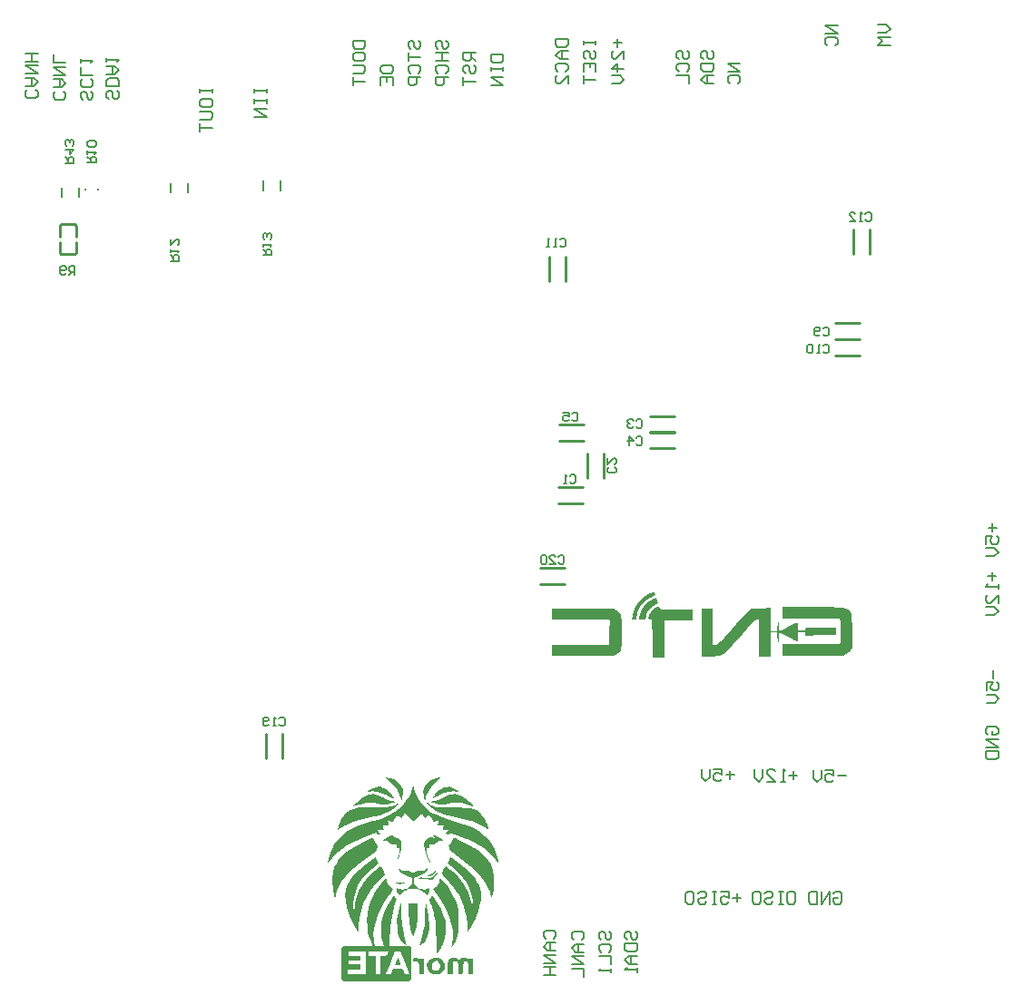
<source format=gbo>
G04*
G04 #@! TF.GenerationSoftware,Altium Limited,Altium Designer,20.0.2 (26)*
G04*
G04 Layer_Color=32896*
%FSLAX25Y25*%
%MOIN*%
G70*
G01*
G75*
%ADD12C,0.01000*%
%ADD14C,0.00787*%
%ADD15C,0.00800*%
%ADD20C,0.00600*%
G36*
X255885Y-240019D02*
X255942Y-240073D01*
X256008Y-240158D01*
X256078Y-240271D01*
X256153Y-240408D01*
X256228Y-240564D01*
X256302Y-240737D01*
X256374Y-240922D01*
X256393Y-240976D01*
X256411Y-241029D01*
X256428Y-241080D01*
X256445Y-241131D01*
X256459Y-241179D01*
X256473Y-241227D01*
X256486Y-241273D01*
X256498Y-241318D01*
X256509Y-241361D01*
X256519Y-241403D01*
X256527Y-241443D01*
X256535Y-241482D01*
X256541Y-241520D01*
X256547Y-241556D01*
X256551Y-241591D01*
X256554Y-241623D01*
X256556Y-241655D01*
X256557Y-241685D01*
X256557Y-241713D01*
X256556Y-241740D01*
X256554Y-241765D01*
X256551Y-241788D01*
X256546Y-241810D01*
X256541Y-241830D01*
X256534Y-241848D01*
X256527Y-241865D01*
X256518Y-241880D01*
X256508Y-241893D01*
X256497Y-241904D01*
X256485Y-241914D01*
X256472Y-241921D01*
X256458Y-241927D01*
X256384Y-241959D01*
X256270Y-242017D01*
X256122Y-242098D01*
X255944Y-242199D01*
X255744Y-242317D01*
X255526Y-242447D01*
X255297Y-242588D01*
X255061Y-242735D01*
X254993Y-242779D01*
X254924Y-242825D01*
X254857Y-242870D01*
X254789Y-242917D01*
X254723Y-242965D01*
X254657Y-243013D01*
X254591Y-243062D01*
X254526Y-243112D01*
X254462Y-243163D01*
X254399Y-243215D01*
X254336Y-243267D01*
X254274Y-243320D01*
X254212Y-243373D01*
X254151Y-243428D01*
X254091Y-243483D01*
X254031Y-243538D01*
X253972Y-243595D01*
X253914Y-243652D01*
X253857Y-243709D01*
X253801Y-243767D01*
X253745Y-243826D01*
X253690Y-243885D01*
X253636Y-243944D01*
X253582Y-244004D01*
X253530Y-244065D01*
X253478Y-244126D01*
X253427Y-244187D01*
X253377Y-244250D01*
X253328Y-244312D01*
X253279Y-244375D01*
X253232Y-244438D01*
X253186Y-244501D01*
X253140Y-244565D01*
X253095Y-244629D01*
X253052Y-244694D01*
X253009Y-244758D01*
X252967Y-244823D01*
X252927Y-244888D01*
X252887Y-244954D01*
X252848Y-245020D01*
X252811Y-245086D01*
X252774Y-245152D01*
X252738Y-245218D01*
X252704Y-245284D01*
X252671Y-245351D01*
X252638Y-245417D01*
X252607Y-245484D01*
X252577Y-245551D01*
X252548Y-245618D01*
X252520Y-245685D01*
X252493Y-245752D01*
X252468Y-245819D01*
X252443Y-245886D01*
X252420Y-245953D01*
X252398Y-246019D01*
X252378Y-246086D01*
X252358Y-246153D01*
X252340Y-246219D01*
X252323Y-246286D01*
X252307Y-246352D01*
X252293Y-246418D01*
X252279Y-246484D01*
X252268Y-246550D01*
X252257Y-246616D01*
X252092Y-247715D01*
X249632D01*
X249787Y-246782D01*
X249800Y-246708D01*
X249815Y-246633D01*
X249831Y-246556D01*
X249848Y-246479D01*
X249867Y-246401D01*
X249887Y-246322D01*
X249909Y-246241D01*
X249932Y-246160D01*
X249956Y-246079D01*
X249981Y-245996D01*
X250008Y-245913D01*
X250036Y-245829D01*
X250065Y-245744D01*
X250095Y-245659D01*
X250126Y-245574D01*
X250158Y-245488D01*
X250192Y-245402D01*
X250226Y-245315D01*
X250262Y-245229D01*
X250298Y-245142D01*
X250335Y-245054D01*
X250374Y-244967D01*
X250413Y-244880D01*
X250453Y-244792D01*
X250494Y-244705D01*
X250535Y-244618D01*
X250578Y-244531D01*
X250621Y-244444D01*
X250665Y-244357D01*
X250710Y-244271D01*
X250755Y-244185D01*
X250801Y-244099D01*
X250847Y-244014D01*
X250894Y-243929D01*
X250942Y-243845D01*
X250990Y-243762D01*
X251039Y-243679D01*
X251088Y-243597D01*
X251138Y-243516D01*
X251188Y-243436D01*
X251238Y-243356D01*
X251289Y-243278D01*
X251340Y-243200D01*
X251391Y-243124D01*
X251443Y-243048D01*
X251495Y-242974D01*
X251547Y-242901D01*
X251599Y-242829D01*
X251652Y-242758D01*
X251704Y-242689D01*
X251757Y-242621D01*
X251809Y-242555D01*
X251862Y-242490D01*
X251915Y-242427D01*
X251968Y-242365D01*
X252020Y-242305D01*
X252073Y-242247D01*
X252126Y-242190D01*
X252178Y-242136D01*
X252230Y-242083D01*
X252282Y-242032D01*
X252334Y-241983D01*
X252386Y-241936D01*
X252437Y-241891D01*
X252481Y-241854D01*
X252527Y-241816D01*
X252574Y-241778D01*
X252622Y-241740D01*
X252672Y-241701D01*
X252723Y-241662D01*
X252775Y-241623D01*
X252829Y-241583D01*
X252883Y-241544D01*
X252938Y-241504D01*
X252995Y-241464D01*
X253052Y-241424D01*
X253110Y-241383D01*
X253169Y-241343D01*
X253229Y-241303D01*
X253289Y-241263D01*
X253350Y-241222D01*
X253411Y-241182D01*
X253473Y-241142D01*
X253536Y-241103D01*
X253599Y-241063D01*
X253662Y-241024D01*
X253725Y-240985D01*
X253789Y-240946D01*
X253853Y-240907D01*
X253917Y-240869D01*
X253980Y-240831D01*
X254044Y-240794D01*
X254108Y-240757D01*
X254172Y-240721D01*
X254235Y-240685D01*
X254298Y-240650D01*
X254361Y-240615D01*
X254424Y-240581D01*
X254486Y-240547D01*
X254547Y-240514D01*
X254608Y-240482D01*
X254669Y-240451D01*
X254729Y-240420D01*
X254788Y-240390D01*
X254846Y-240361D01*
X254903Y-240333D01*
X254960Y-240306D01*
X255015Y-240280D01*
X255070Y-240254D01*
X255124Y-240230D01*
X255176Y-240207D01*
X255227Y-240185D01*
X255277Y-240164D01*
X255326Y-240144D01*
X255373Y-240125D01*
X255419Y-240107D01*
X255463Y-240091D01*
X255506Y-240076D01*
X255547Y-240062D01*
X255587Y-240049D01*
X255625Y-240038D01*
X255661Y-240028D01*
X255695Y-240020D01*
X255728Y-240013D01*
X255758Y-240007D01*
X255787Y-240004D01*
X255813Y-240001D01*
X255837Y-240000D01*
X255885Y-240019D01*
D02*
G37*
G36*
X255055Y-237801D02*
X255078Y-237803D01*
X255100Y-237806D01*
X255121Y-237809D01*
X255141Y-237814D01*
X255160Y-237820D01*
X255179Y-237827D01*
X255197Y-237834D01*
X255214Y-237843D01*
X255231Y-237853D01*
X255247Y-237863D01*
X255262Y-237875D01*
X255277Y-237887D01*
X255291Y-237901D01*
X255305Y-237915D01*
X255317Y-237931D01*
X255330Y-237947D01*
X255342Y-237964D01*
X255354Y-237983D01*
X255365Y-238002D01*
X255376Y-238022D01*
X255386Y-238044D01*
X255397Y-238066D01*
X255406Y-238089D01*
X255416Y-238113D01*
X255425Y-238138D01*
X255434Y-238164D01*
X255443Y-238192D01*
X255452Y-238220D01*
X255461Y-238249D01*
X255469Y-238279D01*
X255477Y-238310D01*
X255492Y-238366D01*
X255505Y-238421D01*
X255518Y-238475D01*
X255529Y-238527D01*
X255539Y-238576D01*
X255549Y-238624D01*
X255557Y-238669D01*
X255563Y-238710D01*
X255569Y-238749D01*
X255573Y-238784D01*
X255576Y-238815D01*
X255578Y-238842D01*
X255578Y-238865D01*
X255576Y-238882D01*
X255573Y-238895D01*
X255569Y-238902D01*
X255526Y-238927D01*
X255423Y-238982D01*
X255268Y-239063D01*
X255066Y-239166D01*
X254825Y-239289D01*
X254551Y-239427D01*
X254251Y-239578D01*
X253932Y-239738D01*
X253849Y-239780D01*
X253765Y-239825D01*
X253679Y-239871D01*
X253592Y-239920D01*
X253503Y-239971D01*
X253413Y-240023D01*
X253323Y-240078D01*
X253231Y-240134D01*
X253139Y-240191D01*
X253047Y-240250D01*
X252955Y-240310D01*
X252862Y-240371D01*
X252770Y-240433D01*
X252678Y-240496D01*
X252586Y-240560D01*
X252495Y-240624D01*
X252405Y-240689D01*
X252315Y-240755D01*
X252227Y-240821D01*
X252141Y-240886D01*
X252055Y-240952D01*
X251972Y-241018D01*
X251890Y-241083D01*
X251810Y-241148D01*
X251733Y-241213D01*
X251657Y-241277D01*
X251585Y-241340D01*
X251515Y-241403D01*
X251447Y-241465D01*
X251383Y-241525D01*
X251322Y-241584D01*
X251265Y-241643D01*
X251211Y-241699D01*
X251157Y-241756D01*
X251103Y-241815D01*
X251049Y-241875D01*
X250995Y-241937D01*
X250941Y-242000D01*
X250887Y-242064D01*
X250834Y-242130D01*
X250780Y-242196D01*
X250727Y-242264D01*
X250674Y-242332D01*
X250621Y-242402D01*
X250568Y-242472D01*
X250516Y-242544D01*
X250464Y-242616D01*
X250412Y-242689D01*
X250361Y-242762D01*
X250310Y-242837D01*
X250259Y-242911D01*
X250209Y-242987D01*
X250160Y-243063D01*
X250111Y-243139D01*
X250062Y-243215D01*
X250014Y-243292D01*
X249967Y-243370D01*
X249920Y-243447D01*
X249874Y-243525D01*
X249829Y-243602D01*
X249784Y-243680D01*
X249740Y-243758D01*
X249697Y-243836D01*
X249655Y-243913D01*
X249614Y-243991D01*
X249573Y-244068D01*
X249533Y-244145D01*
X249495Y-244222D01*
X249457Y-244298D01*
X249420Y-244374D01*
X249384Y-244449D01*
X249350Y-244524D01*
X249316Y-244598D01*
X249283Y-244672D01*
X249252Y-244745D01*
X249221Y-244817D01*
X249192Y-244888D01*
X249165Y-244959D01*
X249138Y-245028D01*
X249112Y-245097D01*
X249088Y-245164D01*
X249065Y-245231D01*
X249044Y-245296D01*
X249024Y-245361D01*
X249006Y-245424D01*
X248988Y-245485D01*
X248973Y-245546D01*
X248958Y-245605D01*
X248946Y-245662D01*
X248935Y-245718D01*
X248925Y-245773D01*
X248917Y-245826D01*
X248911Y-245877D01*
X248906Y-245926D01*
X248903Y-245974D01*
X248902Y-246020D01*
X248901Y-246081D01*
X248899Y-246147D01*
X248895Y-246216D01*
X248889Y-246287D01*
X248883Y-246361D01*
X248875Y-246437D01*
X248866Y-246514D01*
X248856Y-246591D01*
X248845Y-246668D01*
X248833Y-246744D01*
X248820Y-246819D01*
X248807Y-246892D01*
X248793Y-246963D01*
X248779Y-247031D01*
X248764Y-247095D01*
X248748Y-247155D01*
X248598Y-247715D01*
X247116D01*
X247289Y-246657D01*
X247304Y-246569D01*
X247319Y-246480D01*
X247335Y-246392D01*
X247352Y-246304D01*
X247369Y-246216D01*
X247387Y-246129D01*
X247406Y-246042D01*
X247425Y-245955D01*
X247445Y-245868D01*
X247465Y-245782D01*
X247486Y-245696D01*
X247507Y-245611D01*
X247529Y-245526D01*
X247552Y-245441D01*
X247575Y-245356D01*
X247599Y-245271D01*
X247624Y-245187D01*
X247649Y-245104D01*
X247674Y-245020D01*
X247701Y-244937D01*
X247727Y-244854D01*
X247755Y-244772D01*
X247783Y-244690D01*
X247811Y-244608D01*
X247841Y-244527D01*
X247870Y-244446D01*
X247901Y-244365D01*
X247932Y-244284D01*
X247963Y-244204D01*
X247995Y-244125D01*
X248027Y-244045D01*
X248061Y-243966D01*
X248094Y-243887D01*
X248129Y-243809D01*
X248164Y-243731D01*
X248199Y-243653D01*
X248235Y-243576D01*
X248271Y-243499D01*
X248308Y-243422D01*
X248346Y-243346D01*
X248384Y-243270D01*
X248423Y-243194D01*
X248462Y-243119D01*
X248502Y-243044D01*
X248542Y-242970D01*
X248583Y-242896D01*
X248625Y-242822D01*
X248667Y-242749D01*
X248709Y-242676D01*
X248752Y-242603D01*
X248796Y-242531D01*
X248840Y-242459D01*
X248885Y-242388D01*
X248930Y-242317D01*
X248976Y-242246D01*
X249022Y-242176D01*
X249069Y-242106D01*
X249116Y-242037D01*
X249164Y-241968D01*
X249213Y-241899D01*
X249262Y-241831D01*
X249311Y-241763D01*
X249361Y-241695D01*
X249412Y-241628D01*
X249463Y-241562D01*
X249514Y-241495D01*
X249566Y-241430D01*
X249619Y-241364D01*
X249672Y-241299D01*
X249725Y-241235D01*
X249779Y-241171D01*
X249834Y-241107D01*
X249889Y-241043D01*
X249945Y-240981D01*
X250001Y-240918D01*
X250057Y-240856D01*
X250114Y-240795D01*
X250172Y-240734D01*
X250230Y-240673D01*
X250289Y-240613D01*
X250348Y-240553D01*
X250407Y-240493D01*
X250467Y-240435D01*
X250528Y-240376D01*
X250589Y-240318D01*
X250651Y-240260D01*
X250712Y-240203D01*
X250775Y-240147D01*
X250838Y-240090D01*
X250901Y-240035D01*
X250965Y-239979D01*
X251030Y-239925D01*
X251095Y-239870D01*
X251160Y-239816D01*
X251226Y-239763D01*
X251292Y-239710D01*
X251359Y-239657D01*
X251426Y-239605D01*
X251494Y-239554D01*
X251562Y-239503D01*
X251630Y-239452D01*
X251699Y-239402D01*
X251769Y-239353D01*
X251839Y-239304D01*
X251909Y-239255D01*
X251980Y-239207D01*
X252051Y-239159D01*
X252123Y-239112D01*
X252196Y-239066D01*
X252268Y-239019D01*
X252341Y-238974D01*
X252415Y-238929D01*
X252489Y-238884D01*
X252563Y-238840D01*
X252638Y-238796D01*
X252714Y-238753D01*
X252789Y-238711D01*
X252866Y-238668D01*
X252942Y-238627D01*
X253019Y-238586D01*
X253097Y-238545D01*
X253175Y-238506D01*
X253253Y-238466D01*
X253332Y-238427D01*
X253411Y-238389D01*
X253491Y-238351D01*
X253571Y-238314D01*
X253652Y-238277D01*
X253717Y-238247D01*
X253781Y-238218D01*
X253844Y-238191D01*
X253904Y-238164D01*
X253963Y-238138D01*
X254021Y-238113D01*
X254077Y-238089D01*
X254131Y-238066D01*
X254184Y-238044D01*
X254235Y-238023D01*
X254285Y-238002D01*
X254333Y-237983D01*
X254380Y-237965D01*
X254425Y-237948D01*
X254469Y-237931D01*
X254512Y-237916D01*
X254553Y-237902D01*
X254593Y-237888D01*
X254632Y-237876D01*
X254669Y-237864D01*
X254706Y-237853D01*
X254741Y-237844D01*
X254775Y-237835D01*
X254807Y-237827D01*
X254839Y-237821D01*
X254870Y-237815D01*
X254899Y-237810D01*
X254928Y-237806D01*
X254955Y-237803D01*
X254981Y-237801D01*
X255007Y-237800D01*
X255031Y-237800D01*
X255055Y-237801D01*
D02*
G37*
G36*
X298047Y-247940D02*
Y-252194D01*
X300542D01*
Y-250452D01*
X300542Y-250360D01*
X300543Y-250269D01*
X300544Y-250180D01*
X300547Y-250092D01*
X300549Y-250006D01*
X300552Y-249922D01*
X300556Y-249840D01*
X300560Y-249760D01*
X300565Y-249683D01*
X300571Y-249607D01*
X300577Y-249534D01*
X300583Y-249464D01*
X300590Y-249396D01*
X300597Y-249331D01*
X300605Y-249268D01*
X300613Y-249208D01*
X300621Y-249151D01*
X300630Y-249097D01*
X300640Y-249047D01*
X300649Y-248999D01*
X300660Y-248955D01*
X300670Y-248914D01*
X300681Y-248877D01*
X300692Y-248843D01*
X300703Y-248813D01*
X300715Y-248786D01*
X300727Y-248763D01*
X300739Y-248745D01*
X300752Y-248730D01*
X300765Y-248719D01*
X300778Y-248713D01*
X300791Y-248710D01*
X300843Y-248745D01*
X300890Y-248844D01*
X300933Y-249002D01*
X300969Y-249213D01*
X300999Y-249472D01*
X301022Y-249772D01*
X301036Y-250108D01*
X301041Y-250473D01*
X301041Y-250564D01*
X301042Y-250652D01*
X301043Y-250740D01*
X301044Y-250826D01*
X301046Y-250910D01*
X301049Y-250992D01*
X301052Y-251073D01*
X301055Y-251151D01*
X301059Y-251227D01*
X301063Y-251301D01*
X301068Y-251373D01*
X301073Y-251442D01*
X301078Y-251509D01*
X301083Y-251573D01*
X301089Y-251635D01*
X301096Y-251693D01*
X301102Y-251748D01*
X301109Y-251801D01*
X301116Y-251850D01*
X301123Y-251896D01*
X301131Y-251939D01*
X301139Y-251977D01*
X301147Y-252013D01*
X301155Y-252045D01*
X301164Y-252072D01*
X301172Y-252096D01*
X301181Y-252116D01*
X301190Y-252132D01*
X301199Y-252143D01*
X301208Y-252150D01*
X301218Y-252152D01*
X301228Y-252150D01*
X301262Y-252133D01*
X301327Y-252101D01*
X301421Y-252055D01*
X301541Y-251994D01*
X301686Y-251921D01*
X301855Y-251836D01*
X302046Y-251740D01*
X302256Y-251634D01*
X302485Y-251518D01*
X302731Y-251393D01*
X302992Y-251261D01*
X303267Y-251122D01*
X303553Y-250976D01*
X303850Y-250826D01*
X304155Y-250671D01*
X304467Y-250512D01*
X304545Y-250472D01*
X304623Y-250432D01*
X304701Y-250393D01*
X304779Y-250354D01*
X304856Y-250315D01*
X304933Y-250276D01*
X305009Y-250238D01*
X305085Y-250200D01*
X305160Y-250163D01*
X305235Y-250125D01*
X305309Y-250088D01*
X305383Y-250052D01*
X305456Y-250015D01*
X305529Y-249980D01*
X305600Y-249944D01*
X305672Y-249909D01*
X305742Y-249875D01*
X305812Y-249840D01*
X305881Y-249807D01*
X305949Y-249774D01*
X306016Y-249741D01*
X306083Y-249709D01*
X306149Y-249677D01*
X306213Y-249645D01*
X306277Y-249615D01*
X306340Y-249585D01*
X306402Y-249555D01*
X306463Y-249526D01*
X306523Y-249497D01*
X306582Y-249469D01*
X306640Y-249442D01*
X306696Y-249415D01*
X306752Y-249389D01*
X306806Y-249364D01*
X306860Y-249339D01*
X306912Y-249315D01*
X306963Y-249292D01*
X307012Y-249269D01*
X307060Y-249247D01*
X307107Y-249225D01*
X307153Y-249205D01*
X307197Y-249185D01*
X307240Y-249166D01*
X307281Y-249147D01*
X307322Y-249130D01*
X307360Y-249113D01*
X307397Y-249097D01*
X307433Y-249082D01*
X307467Y-249067D01*
X307499Y-249054D01*
X307530Y-249041D01*
X307559Y-249029D01*
X307586Y-249019D01*
X307612Y-249008D01*
X307636Y-248999D01*
X307659Y-248991D01*
X307679Y-248984D01*
X307698Y-248977D01*
X307715Y-248972D01*
X307730Y-248967D01*
X307743Y-248964D01*
X307755Y-248961D01*
X307764Y-248960D01*
X307772Y-248959D01*
X307824Y-248989D01*
X307872Y-249074D01*
X307915Y-249209D01*
X307952Y-249389D01*
X307983Y-249609D01*
X308006Y-249863D01*
X308020Y-250146D01*
X308025Y-250452D01*
Y-251946D01*
X310734D01*
X310814Y-251386D01*
X310894Y-250826D01*
X322119D01*
Y-252194D01*
Y-253563D01*
X316444Y-253630D01*
X310769Y-253697D01*
Y-253194D01*
Y-252692D01*
X308025D01*
Y-254310D01*
X308025Y-254393D01*
X308024Y-254474D01*
X308024Y-254555D01*
X308022Y-254635D01*
X308021Y-254713D01*
X308019Y-254789D01*
X308017Y-254864D01*
X308015Y-254938D01*
X308012Y-255009D01*
X308010Y-255079D01*
X308006Y-255147D01*
X308003Y-255212D01*
X307999Y-255276D01*
X307996Y-255337D01*
X307992Y-255396D01*
X307987Y-255452D01*
X307983Y-255506D01*
X307978Y-255557D01*
X307973Y-255605D01*
X307968Y-255650D01*
X307963Y-255692D01*
X307958Y-255731D01*
X307952Y-255767D01*
X307947Y-255800D01*
X307941Y-255829D01*
X307935Y-255854D01*
X307929Y-255876D01*
X307923Y-255894D01*
X307916Y-255909D01*
X307910Y-255919D01*
X307903Y-255925D01*
X307897Y-255927D01*
X307805Y-255894D01*
X307592Y-255800D01*
X307271Y-255650D01*
X306856Y-255452D01*
X306361Y-255212D01*
X305799Y-254938D01*
X305185Y-254635D01*
X304533Y-254310D01*
X304450Y-254268D01*
X304367Y-254227D01*
X304284Y-254186D01*
X304203Y-254145D01*
X304121Y-254104D01*
X304040Y-254064D01*
X303960Y-254024D01*
X303880Y-253985D01*
X303801Y-253946D01*
X303723Y-253907D01*
X303645Y-253868D01*
X303568Y-253830D01*
X303491Y-253792D01*
X303415Y-253755D01*
X303341Y-253718D01*
X303266Y-253682D01*
X303193Y-253646D01*
X303120Y-253610D01*
X303049Y-253575D01*
X302978Y-253540D01*
X302908Y-253506D01*
X302840Y-253473D01*
X302772Y-253439D01*
X302705Y-253407D01*
X302639Y-253375D01*
X302574Y-253344D01*
X302511Y-253313D01*
X302448Y-253282D01*
X302387Y-253253D01*
X302327Y-253223D01*
X302268Y-253195D01*
X302210Y-253167D01*
X302153Y-253140D01*
X302098Y-253114D01*
X302044Y-253088D01*
X301992Y-253063D01*
X301940Y-253038D01*
X301890Y-253015D01*
X301842Y-252992D01*
X301795Y-252969D01*
X301749Y-252948D01*
X301705Y-252927D01*
X301663Y-252907D01*
X301622Y-252888D01*
X301583Y-252870D01*
X301545Y-252852D01*
X301508Y-252836D01*
X301474Y-252820D01*
X301441Y-252805D01*
X301410Y-252791D01*
X301381Y-252777D01*
X301353Y-252765D01*
X301327Y-252754D01*
X301303Y-252743D01*
X301281Y-252734D01*
X301261Y-252725D01*
X301242Y-252717D01*
X301226Y-252711D01*
X301211Y-252705D01*
X301199Y-252700D01*
X301188Y-252697D01*
X301180Y-252694D01*
X301173Y-252693D01*
X301169Y-252692D01*
X301143Y-252728D01*
X301119Y-252830D01*
X301097Y-252991D01*
X301078Y-253204D01*
X301063Y-253462D01*
X301051Y-253758D01*
X301043Y-254084D01*
X301041Y-254434D01*
X301040Y-254527D01*
X301039Y-254618D01*
X301038Y-254707D01*
X301036Y-254795D01*
X301033Y-254881D01*
X301030Y-254965D01*
X301026Y-255047D01*
X301022Y-255126D01*
X301017Y-255204D01*
X301011Y-255279D01*
X301006Y-255352D01*
X300999Y-255423D01*
X300992Y-255491D01*
X300985Y-255556D01*
X300977Y-255619D01*
X300969Y-255679D01*
X300961Y-255735D01*
X300952Y-255789D01*
X300942Y-255840D01*
X300933Y-255888D01*
X300923Y-255932D01*
X300912Y-255973D01*
X300901Y-256010D01*
X300890Y-256044D01*
X300879Y-256074D01*
X300867Y-256101D01*
X300855Y-256123D01*
X300843Y-256142D01*
X300830Y-256157D01*
X300817Y-256168D01*
X300804Y-256174D01*
X300791Y-256176D01*
X300739Y-256142D01*
X300692Y-256044D01*
X300649Y-255888D01*
X300613Y-255679D01*
X300583Y-255423D01*
X300560Y-255126D01*
X300547Y-254795D01*
X300542Y-254434D01*
Y-252692D01*
X298047D01*
Y-257047D01*
Y-261402D01*
X293814D01*
X293748Y-254621D01*
X293682Y-247839D01*
X293064Y-247927D01*
X292999Y-247937D01*
X292930Y-247951D01*
X292859Y-247968D01*
X292786Y-247988D01*
X292711Y-248010D01*
X292636Y-248034D01*
X292560Y-248061D01*
X292485Y-248089D01*
X292410Y-248119D01*
X292337Y-248150D01*
X292265Y-248183D01*
X292196Y-248217D01*
X292131Y-248251D01*
X292069Y-248286D01*
X292011Y-248321D01*
X291958Y-248356D01*
X291883Y-248420D01*
X291760Y-248540D01*
X291592Y-248713D01*
X291383Y-248936D01*
X291134Y-249205D01*
X290848Y-249517D01*
X290529Y-249871D01*
X290178Y-250261D01*
X289800Y-250686D01*
X289395Y-251142D01*
X288968Y-251626D01*
X288521Y-252135D01*
X288057Y-252667D01*
X287578Y-253217D01*
X287087Y-253783D01*
X286587Y-254361D01*
X281706Y-260025D01*
X280585Y-260651D01*
X279463Y-261278D01*
X276033Y-261364D01*
X272603Y-261450D01*
Y-252592D01*
Y-243733D01*
X276844D01*
Y-250452D01*
Y-257172D01*
X277551D01*
X277645Y-257169D01*
X277740Y-257160D01*
X277835Y-257145D01*
X277933Y-257122D01*
X278033Y-257091D01*
X278137Y-257050D01*
X278245Y-257001D01*
X278357Y-256941D01*
X278476Y-256869D01*
X278601Y-256786D01*
X278732Y-256691D01*
X278872Y-256581D01*
X279021Y-256458D01*
X279180Y-256320D01*
X279348Y-256167D01*
X279528Y-255997D01*
X279719Y-255810D01*
X279923Y-255605D01*
X280141Y-255382D01*
X280372Y-255140D01*
X280618Y-254877D01*
X280880Y-254594D01*
X281159Y-254290D01*
X281454Y-253963D01*
X281768Y-253613D01*
X282100Y-253240D01*
X282452Y-252842D01*
X282823Y-252420D01*
X283216Y-251971D01*
X283631Y-251496D01*
X284068Y-250993D01*
X284529Y-250463D01*
X284586Y-250397D01*
X284643Y-250332D01*
X284699Y-250266D01*
X284756Y-250201D01*
X284813Y-250135D01*
X284870Y-250070D01*
X284927Y-250005D01*
X284984Y-249940D01*
X285041Y-249875D01*
X285098Y-249810D01*
X285154Y-249746D01*
X285211Y-249681D01*
X285268Y-249617D01*
X285324Y-249553D01*
X285381Y-249488D01*
X285437Y-249425D01*
X285494Y-249361D01*
X285550Y-249297D01*
X285606Y-249234D01*
X285663Y-249170D01*
X285719Y-249107D01*
X285775Y-249044D01*
X285830Y-248981D01*
X285886Y-248919D01*
X285942Y-248856D01*
X285997Y-248794D01*
X286053Y-248732D01*
X286108Y-248671D01*
X286163Y-248609D01*
X286218Y-248548D01*
X286273Y-248487D01*
X286328Y-248426D01*
X286382Y-248365D01*
X286437Y-248305D01*
X286491Y-248245D01*
X286545Y-248185D01*
X286599Y-248126D01*
X286652Y-248067D01*
X286706Y-248008D01*
X286759Y-247949D01*
X286812Y-247891D01*
X286865Y-247833D01*
X286917Y-247775D01*
X286970Y-247718D01*
X287022Y-247661D01*
X287074Y-247604D01*
X287126Y-247548D01*
X287177Y-247491D01*
X287228Y-247436D01*
X287279Y-247380D01*
X287330Y-247325D01*
X287381Y-247271D01*
X287431Y-247216D01*
X287481Y-247162D01*
X287530Y-247109D01*
X287580Y-247056D01*
X287629Y-247003D01*
X287677Y-246950D01*
X287726Y-246898D01*
X287774Y-246847D01*
X287822Y-246796D01*
X287869Y-246745D01*
X287916Y-246694D01*
X287963Y-246645D01*
X288010Y-246595D01*
X288056Y-246546D01*
X288102Y-246498D01*
X288147Y-246449D01*
X288193Y-246402D01*
X288237Y-246355D01*
X288282Y-246308D01*
X288326Y-246262D01*
X288369Y-246216D01*
X288412Y-246170D01*
X288455Y-246126D01*
X288498Y-246081D01*
X288540Y-246038D01*
X288582Y-245994D01*
X288623Y-245952D01*
X288664Y-245910D01*
X288704Y-245868D01*
X288744Y-245827D01*
X288784Y-245786D01*
X288823Y-245746D01*
X288861Y-245706D01*
X288899Y-245668D01*
X288937Y-245629D01*
X288974Y-245591D01*
X289011Y-245554D01*
X289048Y-245517D01*
X289084Y-245481D01*
X289119Y-245446D01*
X289154Y-245411D01*
X289188Y-245377D01*
X289222Y-245343D01*
X289255Y-245310D01*
X289288Y-245278D01*
X289321Y-245246D01*
X289352Y-245215D01*
X289384Y-245184D01*
X289415Y-245154D01*
X289445Y-245125D01*
X289474Y-245097D01*
X289504Y-245069D01*
X289532Y-245042D01*
X289560Y-245015D01*
X289588Y-244989D01*
X289615Y-244964D01*
X289641Y-244940D01*
X289667Y-244916D01*
X289692Y-244893D01*
X289716Y-244870D01*
X289740Y-244849D01*
X289763Y-244828D01*
X289786Y-244808D01*
X289808Y-244788D01*
X289830Y-244770D01*
X289851Y-244752D01*
X289871Y-244735D01*
X289890Y-244718D01*
X289909Y-244702D01*
X289928Y-244688D01*
X289945Y-244673D01*
X289962Y-244660D01*
X289979Y-244648D01*
X289994Y-244636D01*
X290009Y-244625D01*
X290023Y-244615D01*
X291104Y-243858D01*
X294576Y-243772D01*
X298047Y-243686D01*
Y-247940D01*
D02*
G37*
G36*
X312827Y-243265D02*
X312893Y-243265D01*
X312960Y-243265D01*
X313026Y-243265D01*
X313092Y-243266D01*
X313158Y-243266D01*
X313224Y-243266D01*
X313290Y-243266D01*
X313356Y-243267D01*
X313422Y-243267D01*
X313488Y-243267D01*
X313553Y-243267D01*
X313619Y-243268D01*
X313685Y-243268D01*
X313750Y-243268D01*
X313816Y-243268D01*
X313881Y-243269D01*
X313947Y-243269D01*
X314012Y-243269D01*
X314077Y-243270D01*
X314142Y-243270D01*
X314207Y-243270D01*
X314272Y-243271D01*
X314337Y-243271D01*
X314402Y-243271D01*
X314467Y-243272D01*
X314531Y-243272D01*
X314596Y-243273D01*
X314660Y-243273D01*
X314725Y-243273D01*
X314789Y-243274D01*
X314853Y-243274D01*
X314917Y-243275D01*
X314981Y-243275D01*
X315045Y-243275D01*
X315109Y-243276D01*
X315173Y-243276D01*
X315237Y-243277D01*
X315300Y-243277D01*
X315364Y-243278D01*
X315427Y-243278D01*
X315490Y-243279D01*
X315553Y-243279D01*
X315616Y-243280D01*
X315679Y-243280D01*
X315742Y-243281D01*
X315805Y-243281D01*
X315867Y-243282D01*
X315930Y-243282D01*
X315992Y-243283D01*
X316055Y-243283D01*
X316117Y-243284D01*
X316179Y-243284D01*
X316241Y-243285D01*
X316302Y-243285D01*
X316364Y-243286D01*
X316425Y-243287D01*
X316487Y-243287D01*
X316548Y-243288D01*
X316609Y-243288D01*
X316670Y-243289D01*
X316731Y-243290D01*
X316792Y-243290D01*
X316852Y-243291D01*
X316913Y-243291D01*
X316973Y-243292D01*
X317033Y-243293D01*
X317093Y-243293D01*
X317153Y-243294D01*
X317213Y-243295D01*
X317272Y-243295D01*
X317332Y-243296D01*
X317391Y-243297D01*
X317450Y-243297D01*
X317509Y-243298D01*
X317568Y-243299D01*
X317627Y-243299D01*
X317686Y-243300D01*
X317744Y-243301D01*
X317802Y-243302D01*
X317860Y-243302D01*
X317918Y-243303D01*
X317976Y-243304D01*
X318033Y-243304D01*
X318091Y-243305D01*
X318148Y-243306D01*
X318205Y-243307D01*
X318262Y-243307D01*
X318319Y-243308D01*
X318375Y-243309D01*
X318432Y-243310D01*
X318488Y-243310D01*
X318544Y-243311D01*
X318600Y-243312D01*
X318655Y-243313D01*
X318711Y-243314D01*
X318766Y-243314D01*
X318821Y-243315D01*
X318876Y-243316D01*
X318931Y-243317D01*
X318986Y-243318D01*
X319040Y-243318D01*
X319094Y-243319D01*
X319148Y-243320D01*
X319202Y-243321D01*
X319255Y-243322D01*
X319309Y-243323D01*
X319362Y-243323D01*
X319415Y-243324D01*
X319468Y-243325D01*
X319520Y-243326D01*
X319573Y-243327D01*
X319625Y-243328D01*
X319677Y-243329D01*
X319729Y-243330D01*
X319780Y-243331D01*
X319832Y-243331D01*
X319883Y-243332D01*
X319934Y-243333D01*
X319985Y-243334D01*
X320035Y-243335D01*
X320085Y-243336D01*
X320135Y-243337D01*
X320185Y-243338D01*
X320235Y-243339D01*
X320284Y-243340D01*
X320333Y-243340D01*
X320382Y-243341D01*
X320431Y-243342D01*
X320479Y-243343D01*
X320528Y-243344D01*
X320576Y-243345D01*
X320623Y-243346D01*
X320671Y-243347D01*
X320718Y-243348D01*
X320765Y-243349D01*
X320812Y-243350D01*
X320859Y-243351D01*
X320905Y-243352D01*
X320951Y-243353D01*
X320997Y-243354D01*
X321042Y-243355D01*
X321088Y-243356D01*
X321133Y-243357D01*
X321178Y-243358D01*
X321222Y-243359D01*
X321267Y-243360D01*
X321311Y-243361D01*
X321355Y-243362D01*
X321398Y-243363D01*
X321442Y-243364D01*
X321484Y-243365D01*
X321527Y-243366D01*
X321570Y-243367D01*
X321612Y-243368D01*
X321654Y-243369D01*
X321696Y-243370D01*
X321737Y-243372D01*
X321778Y-243373D01*
X321819Y-243374D01*
X321860Y-243375D01*
X321900Y-243376D01*
X321940Y-243377D01*
X321980Y-243378D01*
X322020Y-243379D01*
X322059Y-243380D01*
X322098Y-243381D01*
X322136Y-243382D01*
X322175Y-243383D01*
X322213Y-243384D01*
X322251Y-243385D01*
X322288Y-243387D01*
X322325Y-243388D01*
X322362Y-243389D01*
X322399Y-243390D01*
X322435Y-243391D01*
X322471Y-243392D01*
X322507Y-243393D01*
X322543Y-243394D01*
X322578Y-243395D01*
X322612Y-243396D01*
X322647Y-243398D01*
X322681Y-243399D01*
X322715Y-243400D01*
X322749Y-243401D01*
X322782Y-243402D01*
X322815Y-243403D01*
X322848Y-243405D01*
X322880Y-243406D01*
X322912Y-243407D01*
X322944Y-243408D01*
X322975Y-243409D01*
X323006Y-243410D01*
X323037Y-243411D01*
X323067Y-243412D01*
X323097Y-243414D01*
X323127Y-243415D01*
X323157Y-243416D01*
X323186Y-243417D01*
X323215Y-243418D01*
X323243Y-243420D01*
X323271Y-243421D01*
X323299Y-243422D01*
X323326Y-243423D01*
X323354Y-243424D01*
X323380Y-243425D01*
X323407Y-243427D01*
X323433Y-243428D01*
X323459Y-243429D01*
X323484Y-243430D01*
X323509Y-243431D01*
X323534Y-243432D01*
X323558Y-243434D01*
X323582Y-243435D01*
X323606Y-243436D01*
X323629Y-243437D01*
X323652Y-243439D01*
X323675Y-243440D01*
X323697Y-243441D01*
X323719Y-243442D01*
X323741Y-243443D01*
X323762Y-243444D01*
X323782Y-243446D01*
X323803Y-243447D01*
X323823Y-243448D01*
X323843Y-243449D01*
X323862Y-243451D01*
X323881Y-243452D01*
X323900Y-243453D01*
X323918Y-243454D01*
X323936Y-243456D01*
X323953Y-243457D01*
X323970Y-243458D01*
X323987Y-243459D01*
X324003Y-243460D01*
X324019Y-243462D01*
X324035Y-243463D01*
X324050Y-243464D01*
X324065Y-243465D01*
X324079Y-243466D01*
X324093Y-243468D01*
X324107Y-243469D01*
X324120Y-243470D01*
X324133Y-243472D01*
X324145Y-243473D01*
X324157Y-243474D01*
X324169Y-243475D01*
X324180Y-243476D01*
X324191Y-243478D01*
X324202Y-243479D01*
X324212Y-243480D01*
X324221Y-243481D01*
X324231Y-243483D01*
X324239Y-243484D01*
X324248Y-243485D01*
X324256Y-243486D01*
X324263Y-243488D01*
X324334Y-243500D01*
X324403Y-243512D01*
X324472Y-243525D01*
X324540Y-243539D01*
X324607Y-243552D01*
X324674Y-243567D01*
X324740Y-243582D01*
X324805Y-243597D01*
X324870Y-243612D01*
X324934Y-243628D01*
X324997Y-243645D01*
X325059Y-243662D01*
X325121Y-243679D01*
X325182Y-243697D01*
X325243Y-243715D01*
X325303Y-243734D01*
X325362Y-243753D01*
X325420Y-243772D01*
X325478Y-243792D01*
X325535Y-243813D01*
X325592Y-243834D01*
X325647Y-243855D01*
X325702Y-243877D01*
X325757Y-243899D01*
X325811Y-243921D01*
X325864Y-243945D01*
X325916Y-243968D01*
X325968Y-243992D01*
X326019Y-244017D01*
X326069Y-244041D01*
X326119Y-244067D01*
X326168Y-244092D01*
X326216Y-244118D01*
X326264Y-244145D01*
X326311Y-244172D01*
X326357Y-244200D01*
X326402Y-244228D01*
X326447Y-244256D01*
X326492Y-244285D01*
X326535Y-244314D01*
X326578Y-244344D01*
X326621Y-244374D01*
X326662Y-244405D01*
X326703Y-244436D01*
X326743Y-244467D01*
X326783Y-244499D01*
X326822Y-244532D01*
X326860Y-244565D01*
X326898Y-244598D01*
X326935Y-244632D01*
X326971Y-244666D01*
X327007Y-244701D01*
X327042Y-244736D01*
X327076Y-244771D01*
X327110Y-244807D01*
X327143Y-244844D01*
X327175Y-244881D01*
X327206Y-244918D01*
X327238Y-244956D01*
X327268Y-244994D01*
X327297Y-245033D01*
X327326Y-245072D01*
X327355Y-245111D01*
X327383Y-245152D01*
X327856Y-245849D01*
X327928Y-251946D01*
X328000Y-258043D01*
X327537Y-258914D01*
X327507Y-258967D01*
X327477Y-259020D01*
X327444Y-259073D01*
X327410Y-259126D01*
X327374Y-259178D01*
X327337Y-259229D01*
X327298Y-259280D01*
X327257Y-259331D01*
X327216Y-259382D01*
X327172Y-259431D01*
X327127Y-259481D01*
X327080Y-259530D01*
X327032Y-259579D01*
X326983Y-259627D01*
X326932Y-259674D01*
X326879Y-259722D01*
X326825Y-259768D01*
X326770Y-259815D01*
X326713Y-259860D01*
X326655Y-259906D01*
X326595Y-259950D01*
X326533Y-259995D01*
X326471Y-260038D01*
X326407Y-260081D01*
X326341Y-260124D01*
X326274Y-260166D01*
X326206Y-260208D01*
X326136Y-260249D01*
X326065Y-260289D01*
X325993Y-260329D01*
X325919Y-260368D01*
X325844Y-260407D01*
X324613Y-261029D01*
X302413D01*
X302340Y-258976D01*
X302268Y-256923D01*
X323142D01*
X323441Y-256624D01*
X323740Y-256326D01*
Y-252377D01*
X323740Y-252325D01*
X323740Y-252272D01*
X323740Y-252220D01*
X323740Y-252168D01*
X323740Y-252116D01*
X323740Y-252064D01*
X323739Y-252012D01*
X323739Y-251960D01*
X323739Y-251909D01*
X323738Y-251858D01*
X323738Y-251806D01*
X323738Y-251755D01*
X323737Y-251705D01*
X323737Y-251654D01*
X323736Y-251604D01*
X323735Y-251553D01*
X323735Y-251503D01*
X323734Y-251453D01*
X323733Y-251403D01*
X323732Y-251354D01*
X323732Y-251305D01*
X323731Y-251255D01*
X323730Y-251207D01*
X323729Y-251158D01*
X323728Y-251109D01*
X323727Y-251061D01*
X323726Y-251013D01*
X323725Y-250965D01*
X323724Y-250918D01*
X323723Y-250870D01*
X323722Y-250823D01*
X323721Y-250776D01*
X323720Y-250729D01*
X323718Y-250683D01*
X323717Y-250637D01*
X323716Y-250591D01*
X323714Y-250545D01*
X323713Y-250500D01*
X323711Y-250455D01*
X323710Y-250410D01*
X323709Y-250365D01*
X323707Y-250321D01*
X323706Y-250277D01*
X323704Y-250233D01*
X323702Y-250190D01*
X323701Y-250146D01*
X323699Y-250103D01*
X323697Y-250061D01*
X323696Y-250019D01*
X323694Y-249977D01*
X323692Y-249935D01*
X323690Y-249893D01*
X323689Y-249852D01*
X323687Y-249812D01*
X323685Y-249771D01*
X323683Y-249731D01*
X323681Y-249692D01*
X323679Y-249652D01*
X323677Y-249613D01*
X323675Y-249574D01*
X323673Y-249536D01*
X323671Y-249498D01*
X323669Y-249460D01*
X323666Y-249423D01*
X323664Y-249386D01*
X323662Y-249349D01*
X323660Y-249313D01*
X323657Y-249277D01*
X323655Y-249242D01*
X323653Y-249207D01*
X323651Y-249172D01*
X323648Y-249138D01*
X323646Y-249104D01*
X323643Y-249070D01*
X323641Y-249037D01*
X323639Y-249004D01*
X323636Y-248972D01*
X323634Y-248940D01*
X323631Y-248908D01*
X323628Y-248877D01*
X323626Y-248847D01*
X323623Y-248816D01*
X323621Y-248786D01*
X323618Y-248757D01*
X323615Y-248728D01*
X323613Y-248700D01*
X323610Y-248672D01*
X323607Y-248644D01*
X323604Y-248617D01*
X323602Y-248590D01*
X323599Y-248564D01*
X323596Y-248538D01*
X323593Y-248513D01*
X323590Y-248488D01*
X323587Y-248463D01*
X323584Y-248439D01*
X323582Y-248416D01*
X323579Y-248393D01*
X323576Y-248371D01*
X323573Y-248348D01*
X323570Y-248327D01*
X323567Y-248306D01*
X323564Y-248286D01*
X323561Y-248266D01*
X323557Y-248246D01*
X323554Y-248227D01*
X323551Y-248209D01*
X323548Y-248191D01*
X323545Y-248173D01*
X323542Y-248156D01*
X323539Y-248140D01*
X323535Y-248124D01*
X323532Y-248109D01*
X323529Y-248094D01*
X323526Y-248080D01*
X323522Y-248067D01*
X323519Y-248054D01*
X323516Y-248041D01*
X323513Y-248029D01*
X323509Y-248018D01*
X323506Y-248007D01*
X323502Y-247997D01*
X323499Y-247987D01*
X323496Y-247978D01*
X323492Y-247970D01*
X323489Y-247962D01*
X323485Y-247954D01*
X323482Y-247948D01*
X323224Y-247466D01*
X302537D01*
Y-245351D01*
Y-243236D01*
X312827Y-243265D01*
D02*
G37*
G36*
X228763Y-243755D02*
X228834Y-243755D01*
X228905Y-243755D01*
X228976Y-243755D01*
X229047Y-243755D01*
X229118Y-243756D01*
X229188Y-243756D01*
X229259Y-243756D01*
X229330Y-243756D01*
X229400Y-243756D01*
X229470Y-243757D01*
X229541Y-243757D01*
X229611Y-243757D01*
X229681Y-243757D01*
X229751Y-243758D01*
X229821Y-243758D01*
X229891Y-243758D01*
X229961Y-243758D01*
X230030Y-243759D01*
X230100Y-243759D01*
X230170Y-243759D01*
X230239Y-243759D01*
X230308Y-243760D01*
X230377Y-243760D01*
X230446Y-243760D01*
X230515Y-243761D01*
X230584Y-243761D01*
X230653Y-243762D01*
X230721Y-243762D01*
X230790Y-243762D01*
X230858Y-243763D01*
X230927Y-243763D01*
X230995Y-243763D01*
X231063Y-243764D01*
X231131Y-243764D01*
X231199Y-243765D01*
X231266Y-243765D01*
X231334Y-243766D01*
X231401Y-243766D01*
X231469Y-243766D01*
X231536Y-243767D01*
X231603Y-243767D01*
X231670Y-243768D01*
X231737Y-243768D01*
X231803Y-243769D01*
X231870Y-243769D01*
X231936Y-243770D01*
X232002Y-243770D01*
X232069Y-243771D01*
X232135Y-243771D01*
X232200Y-243772D01*
X232266Y-243773D01*
X232332Y-243773D01*
X232397Y-243774D01*
X232462Y-243774D01*
X232527Y-243775D01*
X232592Y-243775D01*
X232657Y-243776D01*
X232721Y-243776D01*
X232786Y-243777D01*
X232850Y-243778D01*
X232914Y-243778D01*
X232978Y-243779D01*
X233042Y-243779D01*
X233106Y-243780D01*
X233169Y-243781D01*
X233233Y-243781D01*
X233296Y-243782D01*
X233359Y-243783D01*
X233422Y-243783D01*
X233484Y-243784D01*
X233547Y-243785D01*
X233609Y-243785D01*
X233671Y-243786D01*
X233733Y-243787D01*
X233795Y-243788D01*
X233856Y-243788D01*
X233918Y-243789D01*
X233979Y-243790D01*
X234040Y-243790D01*
X234101Y-243791D01*
X234161Y-243792D01*
X234222Y-243793D01*
X234282Y-243793D01*
X234342Y-243794D01*
X234402Y-243795D01*
X234462Y-243796D01*
X234521Y-243796D01*
X234581Y-243797D01*
X234640Y-243798D01*
X234699Y-243799D01*
X234757Y-243800D01*
X234816Y-243800D01*
X234874Y-243801D01*
X234932Y-243802D01*
X234990Y-243803D01*
X235048Y-243804D01*
X235105Y-243805D01*
X235162Y-243806D01*
X235219Y-243806D01*
X235276Y-243807D01*
X235332Y-243808D01*
X235389Y-243809D01*
X235445Y-243810D01*
X235501Y-243811D01*
X235556Y-243811D01*
X235612Y-243812D01*
X235667Y-243813D01*
X235722Y-243814D01*
X235777Y-243815D01*
X235831Y-243816D01*
X235886Y-243817D01*
X235940Y-243818D01*
X235994Y-243819D01*
X236047Y-243820D01*
X236100Y-243821D01*
X236154Y-243822D01*
X236206Y-243823D01*
X236259Y-243824D01*
X236311Y-243825D01*
X236364Y-243826D01*
X236415Y-243827D01*
X236467Y-243827D01*
X236518Y-243828D01*
X236569Y-243829D01*
X236620Y-243830D01*
X236671Y-243831D01*
X236721Y-243832D01*
X236771Y-243833D01*
X236821Y-243834D01*
X236871Y-243835D01*
X236920Y-243836D01*
X236969Y-243837D01*
X237018Y-243839D01*
X237067Y-243840D01*
X237115Y-243841D01*
X237163Y-243842D01*
X237210Y-243843D01*
X237258Y-243844D01*
X237305Y-243845D01*
X237352Y-243846D01*
X237399Y-243847D01*
X237445Y-243848D01*
X237491Y-243849D01*
X237537Y-243850D01*
X237582Y-243851D01*
X237627Y-243852D01*
X237672Y-243853D01*
X237717Y-243854D01*
X237761Y-243856D01*
X237805Y-243857D01*
X237849Y-243858D01*
X237893Y-243859D01*
X237936Y-243860D01*
X237979Y-243861D01*
X238021Y-243862D01*
X238063Y-243864D01*
X238105Y-243865D01*
X238147Y-243866D01*
X238188Y-243867D01*
X238229Y-243868D01*
X238270Y-243869D01*
X238311Y-243870D01*
X238351Y-243871D01*
X238391Y-243873D01*
X238430Y-243874D01*
X238469Y-243875D01*
X238508Y-243876D01*
X238547Y-243877D01*
X238585Y-243879D01*
X238623Y-243880D01*
X238661Y-243881D01*
X238698Y-243882D01*
X238735Y-243883D01*
X238771Y-243885D01*
X238808Y-243886D01*
X238844Y-243887D01*
X238879Y-243888D01*
X238915Y-243889D01*
X238950Y-243891D01*
X238984Y-243892D01*
X239019Y-243893D01*
X239053Y-243894D01*
X239086Y-243896D01*
X239120Y-243897D01*
X239153Y-243898D01*
X239185Y-243899D01*
X239217Y-243900D01*
X239249Y-243902D01*
X239281Y-243903D01*
X239312Y-243904D01*
X239343Y-243905D01*
X239373Y-243907D01*
X239404Y-243908D01*
X239433Y-243909D01*
X239463Y-243911D01*
X239492Y-243912D01*
X239521Y-243913D01*
X239549Y-243914D01*
X239577Y-243916D01*
X239605Y-243917D01*
X239632Y-243918D01*
X239659Y-243920D01*
X239685Y-243921D01*
X239711Y-243922D01*
X239737Y-243923D01*
X239763Y-243925D01*
X239788Y-243926D01*
X239812Y-243927D01*
X239837Y-243929D01*
X239861Y-243930D01*
X239884Y-243931D01*
X239907Y-243933D01*
X239930Y-243934D01*
X239953Y-243935D01*
X239975Y-243937D01*
X239996Y-243938D01*
X240017Y-243939D01*
X240038Y-243941D01*
X240059Y-243942D01*
X240079Y-243943D01*
X240098Y-243945D01*
X240118Y-243946D01*
X240137Y-243947D01*
X240155Y-243949D01*
X240173Y-243950D01*
X240191Y-243951D01*
X240208Y-243953D01*
X240225Y-243954D01*
X240241Y-243955D01*
X240257Y-243957D01*
X240273Y-243958D01*
X240288Y-243959D01*
X240303Y-243961D01*
X240317Y-243962D01*
X240331Y-243964D01*
X240345Y-243965D01*
X240358Y-243966D01*
X240371Y-243968D01*
X240383Y-243969D01*
X240395Y-243970D01*
X240406Y-243972D01*
X240417Y-243973D01*
X240428Y-243974D01*
X240438Y-243976D01*
X240448Y-243977D01*
X240457Y-243979D01*
X240466Y-243980D01*
X240474Y-243981D01*
X240482Y-243983D01*
X240490Y-243984D01*
X240497Y-243986D01*
X240504Y-243987D01*
X240510Y-243988D01*
X240516Y-243990D01*
X240521Y-243991D01*
X240526Y-243992D01*
X240604Y-244019D01*
X240688Y-244052D01*
X240778Y-244092D01*
X240872Y-244139D01*
X240970Y-244192D01*
X241071Y-244249D01*
X241175Y-244312D01*
X241279Y-244378D01*
X241384Y-244449D01*
X241490Y-244523D01*
X241594Y-244599D01*
X241696Y-244677D01*
X241796Y-244758D01*
X241892Y-244839D01*
X241985Y-244921D01*
X242072Y-245003D01*
X242893Y-245797D01*
X243156Y-247017D01*
X243171Y-247096D01*
X243187Y-247185D01*
X243201Y-247282D01*
X243216Y-247387D01*
X243230Y-247501D01*
X243243Y-247622D01*
X243256Y-247751D01*
X243268Y-247887D01*
X243280Y-248030D01*
X243291Y-248180D01*
X243302Y-248337D01*
X243312Y-248499D01*
X243322Y-248667D01*
X243331Y-248841D01*
X243339Y-249019D01*
X243348Y-249203D01*
X243355Y-249392D01*
X243363Y-249584D01*
X243369Y-249781D01*
X243375Y-249982D01*
X243381Y-250186D01*
X243386Y-250393D01*
X243391Y-250604D01*
X243395Y-250816D01*
X243399Y-251031D01*
X243402Y-251249D01*
X243405Y-251468D01*
X243407Y-251688D01*
X243408Y-251910D01*
X243410Y-252132D01*
X243410Y-252355D01*
X243410Y-252578D01*
X243410Y-252802D01*
X243409Y-253025D01*
X243408Y-253247D01*
X243406Y-253469D01*
X243404Y-253689D01*
X243401Y-253908D01*
X243397Y-254125D01*
X243393Y-254341D01*
X243389Y-254554D01*
X243384Y-254764D01*
X243379Y-254971D01*
X243373Y-255175D01*
X243366Y-255376D01*
X243359Y-255573D01*
X243352Y-255766D01*
X243344Y-255955D01*
X243336Y-256139D01*
X243327Y-256318D01*
X243318Y-256492D01*
X243308Y-256660D01*
X243297Y-256823D01*
X243286Y-256979D01*
X243275Y-257129D01*
X243263Y-257273D01*
X243251Y-257409D01*
X243238Y-257538D01*
X243224Y-257660D01*
X243210Y-257774D01*
X243196Y-257880D01*
X243181Y-257977D01*
X243166Y-258066D01*
X243150Y-258145D01*
X242882Y-259392D01*
X242031Y-260138D01*
X241986Y-260176D01*
X241939Y-260215D01*
X241890Y-260254D01*
X241840Y-260293D01*
X241788Y-260332D01*
X241734Y-260371D01*
X241679Y-260410D01*
X241623Y-260448D01*
X241566Y-260486D01*
X241508Y-260524D01*
X241448Y-260562D01*
X241388Y-260599D01*
X241328Y-260635D01*
X241267Y-260671D01*
X241205Y-260707D01*
X241143Y-260741D01*
X241081Y-260775D01*
X241019Y-260808D01*
X240956Y-260840D01*
X240894Y-260872D01*
X240833Y-260902D01*
X240771Y-260930D01*
X240710Y-260958D01*
X240650Y-260985D01*
X240591Y-261010D01*
X240532Y-261034D01*
X240474Y-261057D01*
X240418Y-261078D01*
X240362Y-261097D01*
X240308Y-261115D01*
X240255Y-261131D01*
X240204Y-261145D01*
X240135Y-261161D01*
X240045Y-261176D01*
X239934Y-261191D01*
X239803Y-261204D01*
X239652Y-261218D01*
X239481Y-261230D01*
X239290Y-261242D01*
X239079Y-261254D01*
X238849Y-261264D01*
X238599Y-261275D01*
X238330Y-261284D01*
X238041Y-261293D01*
X237733Y-261302D01*
X237406Y-261310D01*
X237060Y-261317D01*
X236696Y-261323D01*
X236312Y-261329D01*
X235911Y-261335D01*
X235490Y-261339D01*
X235052Y-261343D01*
X234596Y-261347D01*
X234121Y-261350D01*
X233629Y-261352D01*
X233119Y-261353D01*
X232591Y-261354D01*
X232046Y-261354D01*
X231483Y-261354D01*
X230903Y-261353D01*
X230306Y-261351D01*
X229693Y-261349D01*
X229062Y-261346D01*
X228414Y-261343D01*
X217600Y-261278D01*
Y-259287D01*
Y-257296D01*
X228202Y-257172D01*
X238803Y-257047D01*
X238872Y-252693D01*
X238940Y-248340D01*
X238512Y-248027D01*
X238084Y-247715D01*
X217725D01*
Y-245724D01*
Y-243733D01*
X228763Y-243755D01*
D02*
G37*
G36*
X256824Y-243019D02*
X256862Y-243024D01*
X256898Y-243033D01*
X256932Y-243045D01*
X256964Y-243061D01*
X256996Y-243081D01*
X257026Y-243104D01*
X257056Y-243131D01*
X257085Y-243162D01*
X257113Y-243196D01*
X257141Y-243234D01*
X257169Y-243276D01*
X257197Y-243322D01*
X257225Y-243371D01*
X257253Y-243425D01*
X257282Y-243482D01*
X257311Y-243544D01*
X257342Y-243609D01*
X257626Y-244231D01*
X269361D01*
Y-246217D01*
Y-248203D01*
X264184Y-248270D01*
X259008Y-248337D01*
X258942Y-255119D01*
X258876Y-261900D01*
X254651D01*
X254585Y-254870D01*
X254518Y-247839D01*
X253832Y-247761D01*
X253760Y-247751D01*
X253693Y-247741D01*
X253629Y-247728D01*
X253570Y-247714D01*
X253515Y-247698D01*
X253464Y-247679D01*
X253417Y-247659D01*
X253375Y-247636D01*
X253336Y-247611D01*
X253302Y-247583D01*
X253272Y-247552D01*
X253245Y-247518D01*
X253223Y-247482D01*
X253205Y-247442D01*
X253191Y-247399D01*
X253180Y-247352D01*
X253174Y-247302D01*
X253171Y-247248D01*
X253173Y-247190D01*
X253178Y-247129D01*
X253187Y-247063D01*
X253200Y-246992D01*
X253217Y-246918D01*
X253237Y-246839D01*
X253262Y-246755D01*
X253290Y-246667D01*
X253321Y-246573D01*
X253356Y-246475D01*
X253395Y-246371D01*
X253438Y-246262D01*
X253484Y-246147D01*
X253534Y-246027D01*
X253555Y-245977D01*
X253578Y-245926D01*
X253601Y-245876D01*
X253625Y-245825D01*
X253649Y-245775D01*
X253674Y-245724D01*
X253700Y-245674D01*
X253727Y-245623D01*
X253755Y-245573D01*
X253783Y-245523D01*
X253812Y-245473D01*
X253841Y-245422D01*
X253871Y-245373D01*
X253902Y-245323D01*
X253933Y-245273D01*
X253965Y-245223D01*
X253997Y-245174D01*
X254030Y-245125D01*
X254064Y-245076D01*
X254098Y-245028D01*
X254133Y-244979D01*
X254168Y-244931D01*
X254204Y-244883D01*
X254240Y-244835D01*
X254277Y-244788D01*
X254314Y-244741D01*
X254352Y-244694D01*
X254390Y-244648D01*
X254428Y-244602D01*
X254467Y-244557D01*
X254506Y-244512D01*
X254546Y-244467D01*
X254586Y-244422D01*
X254627Y-244378D01*
X254667Y-244335D01*
X254708Y-244292D01*
X254750Y-244250D01*
X254792Y-244208D01*
X254834Y-244166D01*
X254876Y-244125D01*
X254919Y-244085D01*
X254961Y-244045D01*
X255004Y-244005D01*
X255048Y-243967D01*
X255091Y-243929D01*
X255135Y-243891D01*
X255179Y-243854D01*
X255223Y-243818D01*
X255267Y-243782D01*
X255311Y-243747D01*
X255356Y-243713D01*
X255400Y-243680D01*
X255445Y-243647D01*
X255490Y-243615D01*
X255535Y-243583D01*
X255580Y-243553D01*
X255625Y-243523D01*
X255670Y-243494D01*
X255715Y-243466D01*
X255760Y-243439D01*
X255805Y-243412D01*
X255850Y-243387D01*
X255895Y-243362D01*
X255940Y-243338D01*
X256024Y-243295D01*
X256104Y-243254D01*
X256179Y-243217D01*
X256251Y-243183D01*
X256318Y-243152D01*
X256382Y-243124D01*
X256443Y-243099D01*
X256500Y-243077D01*
X256555Y-243059D01*
X256606Y-243044D01*
X256654Y-243032D01*
X256700Y-243024D01*
X256744Y-243019D01*
X256785Y-243017D01*
X256824Y-243019D01*
D02*
G37*
G36*
X181450Y-309889D02*
X181516Y-309919D01*
X181583Y-309950D01*
X181650Y-309981D01*
X181717Y-310013D01*
X181785Y-310045D01*
X181852Y-310078D01*
X181920Y-310111D01*
X181987Y-310144D01*
X182054Y-310178D01*
X182120Y-310211D01*
X182186Y-310244D01*
X182252Y-310278D01*
X182316Y-310312D01*
X182380Y-310345D01*
X182442Y-310378D01*
X182504Y-310411D01*
X182564Y-310443D01*
X182623Y-310475D01*
X182680Y-310507D01*
X182736Y-310538D01*
X182790Y-310569D01*
X182843Y-310599D01*
X182893Y-310629D01*
X182941Y-310657D01*
X182988Y-310685D01*
X183032Y-310712D01*
X183073Y-310738D01*
X183112Y-310763D01*
X183149Y-310787D01*
X183183Y-310809D01*
X183213Y-310831D01*
X183241Y-310851D01*
X183753Y-311234D01*
X182729Y-311097D01*
X181706Y-310960D01*
X179887Y-311315D01*
X178069Y-311671D01*
X175958Y-312658D01*
X175904Y-312683D01*
X175849Y-312708D01*
X175796Y-312733D01*
X175742Y-312758D01*
X175689Y-312782D01*
X175637Y-312807D01*
X175584Y-312831D01*
X175532Y-312855D01*
X175481Y-312878D01*
X175429Y-312901D01*
X175379Y-312924D01*
X175328Y-312947D01*
X175279Y-312969D01*
X175229Y-312992D01*
X175180Y-313014D01*
X175132Y-313035D01*
X175084Y-313056D01*
X175037Y-313077D01*
X174990Y-313098D01*
X174944Y-313118D01*
X174899Y-313138D01*
X174854Y-313158D01*
X174810Y-313177D01*
X174767Y-313196D01*
X174724Y-313214D01*
X174681Y-313232D01*
X174640Y-313250D01*
X174599Y-313268D01*
X174559Y-313284D01*
X174520Y-313301D01*
X174482Y-313317D01*
X174444Y-313333D01*
X174407Y-313348D01*
X174372Y-313363D01*
X174337Y-313377D01*
X174302Y-313391D01*
X174269Y-313405D01*
X174237Y-313418D01*
X174205Y-313431D01*
X174175Y-313443D01*
X174145Y-313454D01*
X174116Y-313465D01*
X174089Y-313476D01*
X174062Y-313486D01*
X174037Y-313496D01*
X174012Y-313505D01*
X173989Y-313513D01*
X173966Y-313521D01*
X173945Y-313529D01*
X173925Y-313536D01*
X173906Y-313542D01*
X173888Y-313548D01*
X173871Y-313553D01*
X173856Y-313558D01*
X173842Y-313562D01*
X173828Y-313565D01*
X173817Y-313568D01*
X173806Y-313570D01*
X173797Y-313572D01*
X173789Y-313573D01*
X173782Y-313573D01*
X173776Y-313573D01*
X173773Y-313572D01*
X173770Y-313570D01*
X173776Y-313529D01*
X173825Y-313438D01*
X173911Y-313305D01*
X174031Y-313134D01*
X174181Y-312932D01*
X174356Y-312703D01*
X174553Y-312454D01*
X174767Y-312191D01*
X175842Y-310885D01*
X176890Y-310201D01*
X177937Y-309516D01*
X179053Y-309413D01*
X180170Y-309309D01*
X181450Y-309889D01*
D02*
G37*
G36*
X154833Y-309341D02*
X155857Y-309783D01*
X156881Y-310225D01*
X157748Y-311027D01*
X157818Y-311093D01*
X157892Y-311165D01*
X157968Y-311242D01*
X158047Y-311324D01*
X158127Y-311410D01*
X158210Y-311500D01*
X158294Y-311593D01*
X158380Y-311690D01*
X158466Y-311788D01*
X158552Y-311889D01*
X158639Y-311991D01*
X158725Y-312095D01*
X158810Y-312199D01*
X158895Y-312303D01*
X158978Y-312407D01*
X159059Y-312510D01*
X159138Y-312612D01*
X159215Y-312712D01*
X159289Y-312810D01*
X159359Y-312905D01*
X159426Y-312998D01*
X159489Y-313087D01*
X159548Y-313171D01*
X159602Y-313252D01*
X159651Y-313327D01*
X159695Y-313398D01*
X159733Y-313462D01*
X159764Y-313520D01*
X159790Y-313571D01*
X159808Y-313615D01*
X159820Y-313652D01*
X159824Y-313680D01*
X159773Y-313672D01*
X159627Y-313619D01*
X159396Y-313525D01*
X159091Y-313396D01*
X158721Y-313235D01*
X158297Y-313047D01*
X157830Y-312836D01*
X157328Y-312606D01*
X154833Y-311457D01*
X153298Y-311223D01*
X151762Y-310989D01*
X150738Y-311131D01*
X149715Y-311274D01*
X150689Y-310641D01*
X150749Y-310603D01*
X150809Y-310565D01*
X150868Y-310527D01*
X150928Y-310490D01*
X150988Y-310454D01*
X151047Y-310418D01*
X151107Y-310382D01*
X151166Y-310347D01*
X151226Y-310313D01*
X151285Y-310279D01*
X151345Y-310246D01*
X151404Y-310213D01*
X151463Y-310181D01*
X151522Y-310149D01*
X151580Y-310118D01*
X151639Y-310087D01*
X151698Y-310057D01*
X151756Y-310028D01*
X151814Y-309999D01*
X151872Y-309970D01*
X151930Y-309943D01*
X151988Y-309916D01*
X152045Y-309889D01*
X152102Y-309863D01*
X152160Y-309838D01*
X152216Y-309813D01*
X152273Y-309788D01*
X152329Y-309765D01*
X152385Y-309741D01*
X152441Y-309719D01*
X152497Y-309697D01*
X152552Y-309676D01*
X152607Y-309655D01*
X152662Y-309635D01*
X152716Y-309616D01*
X152770Y-309597D01*
X152824Y-309579D01*
X152877Y-309561D01*
X152930Y-309544D01*
X152983Y-309528D01*
X153035Y-309512D01*
X153088Y-309497D01*
X153139Y-309483D01*
X153190Y-309469D01*
X153241Y-309456D01*
X153292Y-309444D01*
X153342Y-309432D01*
X153391Y-309421D01*
X153441Y-309410D01*
X153489Y-309401D01*
X153538Y-309392D01*
X153586Y-309383D01*
X153633Y-309375D01*
X153680Y-309368D01*
X153726Y-309362D01*
X153772Y-309356D01*
X153818Y-309351D01*
X153863Y-309347D01*
X153907Y-309343D01*
X153951Y-309341D01*
X153994Y-309338D01*
X154037Y-309337D01*
X154079Y-309336D01*
X154121Y-309336D01*
X154833Y-309341D01*
D02*
G37*
G36*
X175142Y-307607D02*
X173212Y-309485D01*
X172276Y-311225D01*
X171341Y-312965D01*
Y-313575D01*
Y-314186D01*
X171070Y-313934D01*
X170799Y-313682D01*
X170658Y-312399D01*
X170516Y-311116D01*
X170817Y-310083D01*
X171117Y-309050D01*
X172130Y-308027D01*
X173144Y-307005D01*
X174354Y-306532D01*
X174417Y-306508D01*
X174481Y-306483D01*
X174546Y-306459D01*
X174612Y-306434D01*
X174679Y-306409D01*
X174746Y-306385D01*
X174814Y-306360D01*
X174883Y-306336D01*
X174952Y-306311D01*
X175020Y-306288D01*
X175089Y-306264D01*
X175158Y-306240D01*
X175227Y-306217D01*
X175295Y-306194D01*
X175363Y-306172D01*
X175430Y-306150D01*
X175496Y-306128D01*
X175561Y-306107D01*
X175626Y-306087D01*
X175689Y-306067D01*
X175752Y-306048D01*
X175812Y-306030D01*
X175872Y-306013D01*
X175929Y-305996D01*
X175986Y-305980D01*
X176040Y-305964D01*
X176092Y-305950D01*
X176142Y-305937D01*
X176189Y-305925D01*
X176235Y-305913D01*
X176278Y-305903D01*
X176318Y-305894D01*
X177073Y-305728D01*
X175142Y-307607D01*
D02*
G37*
G36*
X156920Y-305902D02*
X157062Y-305922D01*
X157241Y-305956D01*
X157452Y-306002D01*
X157688Y-306060D01*
X157944Y-306128D01*
X158214Y-306204D01*
X159548Y-306594D01*
X160671Y-307337D01*
X161794Y-308081D01*
X162345Y-309138D01*
X162895Y-310195D01*
X162877Y-311726D01*
X162859Y-313258D01*
X162648Y-313734D01*
X162438Y-314210D01*
X162302Y-313853D01*
X162268Y-313761D01*
X162225Y-313639D01*
X162174Y-313490D01*
X162117Y-313321D01*
X162055Y-313136D01*
X161991Y-312942D01*
X161926Y-312742D01*
X161862Y-312544D01*
X161846Y-312494D01*
X161828Y-312441D01*
X161809Y-312387D01*
X161788Y-312331D01*
X161766Y-312273D01*
X161743Y-312213D01*
X161718Y-312152D01*
X161693Y-312090D01*
X161666Y-312026D01*
X161638Y-311961D01*
X161610Y-311895D01*
X161581Y-311829D01*
X161550Y-311762D01*
X161519Y-311694D01*
X161488Y-311625D01*
X161455Y-311557D01*
X161423Y-311488D01*
X161389Y-311419D01*
X161355Y-311350D01*
X161321Y-311282D01*
X161287Y-311213D01*
X161252Y-311145D01*
X161217Y-311078D01*
X161182Y-311012D01*
X161147Y-310946D01*
X161112Y-310881D01*
X161077Y-310818D01*
X161042Y-310755D01*
X161007Y-310694D01*
X160972Y-310635D01*
X160938Y-310577D01*
X160904Y-310521D01*
X160249Y-309450D01*
X158458Y-307725D01*
X158412Y-307680D01*
X158366Y-307636D01*
X158321Y-307592D01*
X158276Y-307548D01*
X158231Y-307505D01*
X158187Y-307462D01*
X158144Y-307419D01*
X158100Y-307376D01*
X158057Y-307334D01*
X158015Y-307292D01*
X157973Y-307250D01*
X157932Y-307209D01*
X157891Y-307168D01*
X157850Y-307127D01*
X157810Y-307087D01*
X157771Y-307048D01*
X157732Y-307008D01*
X157694Y-306969D01*
X157656Y-306931D01*
X157619Y-306893D01*
X157582Y-306855D01*
X157546Y-306818D01*
X157511Y-306782D01*
X157476Y-306746D01*
X157442Y-306711D01*
X157409Y-306676D01*
X157377Y-306641D01*
X157345Y-306608D01*
X157314Y-306575D01*
X157283Y-306542D01*
X157253Y-306510D01*
X157224Y-306479D01*
X157196Y-306449D01*
X157168Y-306419D01*
X157142Y-306389D01*
X157116Y-306361D01*
X157091Y-306333D01*
X157067Y-306306D01*
X157043Y-306280D01*
X157021Y-306254D01*
X156999Y-306229D01*
X156978Y-306206D01*
X156959Y-306182D01*
X156940Y-306160D01*
X156922Y-306138D01*
X156905Y-306118D01*
X156888Y-306098D01*
X156873Y-306079D01*
X156859Y-306061D01*
X156846Y-306044D01*
X156834Y-306028D01*
X156823Y-306012D01*
X156813Y-305998D01*
X156804Y-305985D01*
X156796Y-305972D01*
X156789Y-305961D01*
X156783Y-305950D01*
X156778Y-305941D01*
X156774Y-305933D01*
X156772Y-305925D01*
X156771Y-305919D01*
X156770Y-305914D01*
X156771Y-305910D01*
X156774Y-305907D01*
X156822Y-305896D01*
X156920Y-305902D01*
D02*
G37*
G36*
X152987Y-312209D02*
X153039Y-312221D01*
X153095Y-312235D01*
X153154Y-312251D01*
X153217Y-312269D01*
X153283Y-312288D01*
X153352Y-312310D01*
X153425Y-312333D01*
X153500Y-312357D01*
X153577Y-312383D01*
X153657Y-312411D01*
X153740Y-312440D01*
X153824Y-312470D01*
X153910Y-312501D01*
X153998Y-312534D01*
X154088Y-312568D01*
X154179Y-312603D01*
X154271Y-312639D01*
X154365Y-312676D01*
X154459Y-312714D01*
X154554Y-312752D01*
X154649Y-312791D01*
X154745Y-312831D01*
X154841Y-312872D01*
X154937Y-312913D01*
X155033Y-312955D01*
X155128Y-312997D01*
X155223Y-313039D01*
X155318Y-313081D01*
X155411Y-313124D01*
X155504Y-313167D01*
X155595Y-313210D01*
X155685Y-313253D01*
X157414Y-314085D01*
X159067Y-314406D01*
X160720Y-314727D01*
X158965Y-315242D01*
X157210Y-315757D01*
X156150Y-315754D01*
X155089Y-315751D01*
X153681Y-315400D01*
X152274Y-315048D01*
X150904Y-315045D01*
X149534Y-315043D01*
X147222Y-315763D01*
X147162Y-315782D01*
X147103Y-315800D01*
X147044Y-315818D01*
X146985Y-315836D01*
X146927Y-315854D01*
X146869Y-315871D01*
X146811Y-315888D01*
X146754Y-315905D01*
X146697Y-315922D01*
X146641Y-315939D01*
X146585Y-315955D01*
X146530Y-315971D01*
X146475Y-315987D01*
X146421Y-316003D01*
X146367Y-316018D01*
X146313Y-316033D01*
X146260Y-316048D01*
X146208Y-316063D01*
X146157Y-316077D01*
X146106Y-316091D01*
X146055Y-316105D01*
X146006Y-316119D01*
X145957Y-316132D01*
X145908Y-316145D01*
X145861Y-316157D01*
X145814Y-316170D01*
X145768Y-316182D01*
X145723Y-316193D01*
X145678Y-316205D01*
X145635Y-316216D01*
X145592Y-316226D01*
X145550Y-316237D01*
X145509Y-316247D01*
X145469Y-316256D01*
X145430Y-316266D01*
X145391Y-316275D01*
X145354Y-316283D01*
X145318Y-316292D01*
X145282Y-316300D01*
X145248Y-316307D01*
X145215Y-316314D01*
X145182Y-316321D01*
X145151Y-316327D01*
X145121Y-316333D01*
X145092Y-316339D01*
X145064Y-316344D01*
X145038Y-316349D01*
X145012Y-316353D01*
X144988Y-316357D01*
X144965Y-316361D01*
X144943Y-316364D01*
X144922Y-316367D01*
X144903Y-316369D01*
X144885Y-316371D01*
X144868Y-316372D01*
X144853Y-316373D01*
X144839Y-316373D01*
X144826D01*
X144815Y-316373D01*
X144805Y-316372D01*
X144796Y-316371D01*
X144789Y-316369D01*
X144784Y-316366D01*
X144780Y-316364D01*
X144787Y-316308D01*
X144860Y-316197D01*
X144992Y-316037D01*
X145176Y-315834D01*
X145405Y-315596D01*
X145675Y-315328D01*
X145978Y-315037D01*
X146309Y-314731D01*
X147968Y-313219D01*
X149097Y-312727D01*
X149156Y-312701D01*
X149217Y-312676D01*
X149279Y-312651D01*
X149342Y-312625D01*
X149407Y-312600D01*
X149472Y-312575D01*
X149539Y-312551D01*
X149606Y-312526D01*
X149674Y-312502D01*
X149743Y-312478D01*
X149812Y-312455D01*
X149881Y-312432D01*
X149950Y-312409D01*
X150020Y-312387D01*
X150089Y-312365D01*
X150158Y-312344D01*
X150226Y-312324D01*
X150294Y-312304D01*
X150362Y-312285D01*
X150429Y-312267D01*
X150495Y-312249D01*
X150559Y-312232D01*
X150623Y-312216D01*
X150685Y-312201D01*
X150746Y-312187D01*
X150806Y-312174D01*
X150863Y-312161D01*
X150919Y-312150D01*
X150973Y-312140D01*
X151025Y-312131D01*
X151075Y-312123D01*
X151122Y-312116D01*
X152018Y-311998D01*
X152987Y-312209D01*
D02*
G37*
G36*
X182930Y-312209D02*
X182980Y-312221D01*
X183033Y-312233D01*
X183086Y-312246D01*
X183141Y-312260D01*
X183197Y-312274D01*
X183254Y-312290D01*
X183311Y-312305D01*
X183370Y-312322D01*
X183429Y-312339D01*
X183489Y-312357D01*
X183549Y-312375D01*
X183610Y-312394D01*
X183670Y-312414D01*
X183731Y-312433D01*
X183792Y-312453D01*
X183853Y-312474D01*
X183914Y-312494D01*
X183974Y-312515D01*
X184033Y-312536D01*
X184092Y-312558D01*
X184151Y-312579D01*
X184208Y-312601D01*
X184265Y-312622D01*
X184320Y-312644D01*
X184375Y-312665D01*
X184428Y-312687D01*
X184480Y-312708D01*
X184530Y-312730D01*
X184579Y-312751D01*
X184625Y-312772D01*
X184671Y-312792D01*
X184714Y-312813D01*
X184757Y-312834D01*
X184803Y-312859D01*
X184851Y-312886D01*
X184902Y-312915D01*
X184955Y-312947D01*
X185011Y-312982D01*
X185069Y-313019D01*
X185128Y-313058D01*
X185190Y-313099D01*
X185254Y-313143D01*
X185319Y-313188D01*
X185387Y-313236D01*
X185456Y-313285D01*
X185526Y-313336D01*
X185598Y-313389D01*
X185671Y-313443D01*
X185745Y-313499D01*
X185820Y-313557D01*
X185897Y-313615D01*
X185974Y-313675D01*
X186052Y-313736D01*
X186130Y-313798D01*
X186210Y-313861D01*
X186290Y-313926D01*
X186370Y-313990D01*
X186451Y-314056D01*
X186531Y-314123D01*
X186612Y-314190D01*
X186693Y-314257D01*
X186774Y-314325D01*
X186855Y-314393D01*
X186935Y-314462D01*
X187015Y-314530D01*
X187095Y-314599D01*
X187174Y-314668D01*
X187252Y-314736D01*
X187330Y-314805D01*
X187406Y-314873D01*
X187482Y-314941D01*
X187557Y-315008D01*
X187630Y-315075D01*
X187702Y-315142D01*
X187773Y-315207D01*
X187843Y-315272D01*
X187910Y-315336D01*
X187977Y-315400D01*
X188041Y-315462D01*
X188104Y-315523D01*
X188164Y-315582D01*
X188223Y-315641D01*
X188279Y-315698D01*
X188333Y-315754D01*
X188385Y-315808D01*
X188434Y-315861D01*
X188481Y-315912D01*
X188525Y-315961D01*
X188567Y-316008D01*
X188605Y-316054D01*
X188641Y-316097D01*
X188673Y-316139D01*
X188703Y-316178D01*
X188729Y-316214D01*
X188752Y-316249D01*
X188771Y-316281D01*
X189007Y-316690D01*
X187276Y-316074D01*
X187222Y-316055D01*
X187170Y-316037D01*
X187117Y-316018D01*
X187065Y-316000D01*
X187014Y-315982D01*
X186963Y-315964D01*
X186913Y-315947D01*
X186863Y-315929D01*
X186813Y-315912D01*
X186764Y-315895D01*
X186715Y-315878D01*
X186667Y-315862D01*
X186619Y-315845D01*
X186571Y-315829D01*
X186524Y-315813D01*
X186477Y-315798D01*
X186431Y-315782D01*
X186385Y-315767D01*
X186339Y-315752D01*
X186294Y-315737D01*
X186249Y-315722D01*
X186205Y-315707D01*
X186161Y-315693D01*
X186117Y-315679D01*
X186074Y-315665D01*
X186031Y-315651D01*
X185988Y-315638D01*
X185945Y-315624D01*
X185903Y-315611D01*
X185862Y-315598D01*
X185820Y-315585D01*
X185779Y-315573D01*
X185738Y-315560D01*
X185698Y-315548D01*
X185658Y-315536D01*
X185618Y-315524D01*
X185578Y-315512D01*
X185539Y-315501D01*
X185500Y-315489D01*
X185461Y-315478D01*
X185422Y-315467D01*
X185384Y-315456D01*
X185346Y-315446D01*
X185308Y-315435D01*
X185271Y-315425D01*
X185233Y-315415D01*
X185196Y-315405D01*
X185160Y-315395D01*
X185123Y-315385D01*
X185087Y-315376D01*
X185050Y-315367D01*
X185014Y-315357D01*
X184979Y-315348D01*
X184943Y-315340D01*
X184908Y-315331D01*
X184872Y-315322D01*
X184837Y-315314D01*
X184802Y-315306D01*
X184768Y-315298D01*
X184733Y-315290D01*
X184699Y-315282D01*
X184665Y-315275D01*
X184631Y-315267D01*
X184597Y-315260D01*
X184563Y-315253D01*
X184529Y-315246D01*
X184496Y-315239D01*
X184462Y-315232D01*
X184429Y-315226D01*
X184396Y-315219D01*
X184363Y-315213D01*
X184329Y-315207D01*
X184297Y-315201D01*
X184264Y-315195D01*
X184231Y-315189D01*
X184198Y-315183D01*
X184166Y-315178D01*
X184133Y-315173D01*
X184101Y-315167D01*
X184068Y-315162D01*
X184036Y-315158D01*
X184004Y-315153D01*
X183972Y-315148D01*
X183939Y-315143D01*
X183907Y-315139D01*
X183875Y-315135D01*
X183843Y-315131D01*
X183810Y-315126D01*
X183778Y-315123D01*
X183746Y-315119D01*
X183714Y-315115D01*
X183682Y-315111D01*
X183650Y-315108D01*
X183617Y-315105D01*
X183585Y-315102D01*
X183553Y-315098D01*
X183521Y-315095D01*
X183488Y-315092D01*
X183456Y-315090D01*
X183424Y-315087D01*
X183391Y-315084D01*
X183359Y-315082D01*
X183326Y-315079D01*
X183293Y-315077D01*
X183261Y-315075D01*
X183228Y-315073D01*
X183195Y-315071D01*
X183162Y-315069D01*
X183129Y-315068D01*
X183096Y-315066D01*
X183062Y-315064D01*
X183029Y-315063D01*
X182995Y-315061D01*
X182961Y-315060D01*
X182928Y-315059D01*
X182894Y-315058D01*
X182860Y-315057D01*
X182825Y-315056D01*
X182791Y-315055D01*
X182756Y-315054D01*
X182722Y-315054D01*
X182687Y-315053D01*
X182652Y-315052D01*
X182616Y-315052D01*
X182581Y-315052D01*
X182545Y-315051D01*
X182510Y-315051D01*
X182474Y-315051D01*
X181194Y-315048D01*
X179786Y-315400D01*
X178378Y-315751D01*
X177318Y-315754D01*
X176257Y-315757D01*
X174503Y-315247D01*
X172748Y-314738D01*
X174351Y-314428D01*
X175954Y-314119D01*
X178062Y-313185D01*
X180170Y-312251D01*
X181066Y-312125D01*
X181962Y-311998D01*
X182930Y-312209D01*
D02*
G37*
G36*
X172122Y-315287D02*
X172183Y-315307D01*
X172251Y-315339D01*
X172322Y-315380D01*
X172396Y-315431D01*
X172469Y-315488D01*
X172539Y-315552D01*
X172605Y-315620D01*
X172642Y-315657D01*
X172690Y-315697D01*
X172749Y-315740D01*
X172817Y-315785D01*
X172894Y-315832D01*
X172979Y-315880D01*
X173072Y-315930D01*
X173171Y-315981D01*
X173276Y-316032D01*
X173386Y-316084D01*
X173500Y-316135D01*
X173618Y-316185D01*
X173738Y-316234D01*
X173860Y-316282D01*
X173984Y-316328D01*
X174108Y-316372D01*
X175307Y-316783D01*
X181578Y-316931D01*
X187848Y-317079D01*
X189197Y-317639D01*
X190545Y-318199D01*
X191792Y-319468D01*
X193039Y-320736D01*
X193842Y-322801D01*
X193863Y-322854D01*
X193883Y-322907D01*
X193904Y-322959D01*
X193924Y-323011D01*
X193943Y-323063D01*
X193963Y-323115D01*
X193982Y-323166D01*
X194001Y-323217D01*
X194020Y-323268D01*
X194039Y-323318D01*
X194058Y-323368D01*
X194076Y-323417D01*
X194094Y-323466D01*
X194111Y-323515D01*
X194129Y-323563D01*
X194146Y-323610D01*
X194163Y-323657D01*
X194179Y-323703D01*
X194196Y-323749D01*
X194212Y-323795D01*
X194227Y-323839D01*
X194243Y-323883D01*
X194258Y-323927D01*
X194272Y-323970D01*
X194287Y-324012D01*
X194301Y-324053D01*
X194315Y-324094D01*
X194328Y-324134D01*
X194341Y-324174D01*
X194354Y-324213D01*
X194367Y-324250D01*
X194378Y-324288D01*
X194390Y-324324D01*
X194402Y-324359D01*
X194412Y-324394D01*
X194423Y-324428D01*
X194433Y-324461D01*
X194443Y-324493D01*
X194452Y-324524D01*
X194461Y-324555D01*
X194470Y-324584D01*
X194478Y-324612D01*
X194485Y-324640D01*
X194493Y-324667D01*
X194500Y-324692D01*
X194506Y-324716D01*
X194512Y-324740D01*
X194518Y-324762D01*
X194523Y-324784D01*
X194527Y-324804D01*
X194531Y-324823D01*
X194535Y-324841D01*
X194538Y-324858D01*
X194541Y-324874D01*
X194543Y-324888D01*
X194545Y-324902D01*
X194546Y-324914D01*
X194547Y-324924D01*
X194547Y-324934D01*
X194546Y-324943D01*
X194546Y-324950D01*
X194544Y-324956D01*
X194542Y-324960D01*
X194540Y-324963D01*
X194498Y-324970D01*
X194421Y-324952D01*
X194311Y-324910D01*
X194174Y-324848D01*
X194015Y-324766D01*
X193837Y-324668D01*
X193645Y-324555D01*
X193444Y-324430D01*
X193391Y-324397D01*
X193333Y-324362D01*
X193271Y-324324D01*
X193204Y-324285D01*
X193133Y-324245D01*
X193058Y-324203D01*
X192980Y-324160D01*
X192898Y-324115D01*
X192814Y-324069D01*
X192726Y-324022D01*
X192635Y-323974D01*
X192541Y-323925D01*
X192445Y-323875D01*
X192347Y-323824D01*
X192246Y-323773D01*
X192144Y-323722D01*
X192040Y-323670D01*
X191934Y-323617D01*
X191827Y-323565D01*
X191719Y-323512D01*
X191611Y-323459D01*
X191501Y-323406D01*
X191391Y-323354D01*
X191280Y-323301D01*
X191170Y-323250D01*
X191059Y-323198D01*
X190949Y-323147D01*
X190839Y-323097D01*
X190729Y-323047D01*
X190621Y-322998D01*
X190514Y-322951D01*
X190407Y-322904D01*
X188360Y-322009D01*
X186056Y-321399D01*
X185996Y-321383D01*
X185935Y-321367D01*
X185872Y-321350D01*
X185807Y-321333D01*
X185741Y-321316D01*
X185674Y-321299D01*
X185605Y-321282D01*
X185536Y-321264D01*
X185465Y-321246D01*
X185393Y-321228D01*
X185319Y-321210D01*
X185245Y-321191D01*
X185170Y-321172D01*
X185093Y-321153D01*
X185016Y-321134D01*
X184938Y-321115D01*
X184858Y-321096D01*
X184778Y-321076D01*
X184698Y-321057D01*
X184616Y-321037D01*
X184534Y-321017D01*
X184451Y-320997D01*
X184368Y-320977D01*
X184283Y-320957D01*
X184199Y-320936D01*
X184113Y-320916D01*
X184028Y-320896D01*
X183942Y-320876D01*
X183855Y-320855D01*
X183768Y-320835D01*
X183681Y-320814D01*
X183594Y-320794D01*
X183506Y-320774D01*
X183419Y-320753D01*
X183331Y-320733D01*
X183243Y-320712D01*
X183155Y-320692D01*
X183067Y-320672D01*
X182979Y-320652D01*
X182891Y-320632D01*
X182803Y-320612D01*
X182715Y-320592D01*
X182628Y-320572D01*
X182540Y-320552D01*
X182453Y-320533D01*
X182367Y-320513D01*
X182281Y-320494D01*
X182195Y-320475D01*
X182109Y-320456D01*
X182024Y-320437D01*
X181940Y-320418D01*
X181856Y-320400D01*
X181772Y-320381D01*
X181690Y-320363D01*
X181608Y-320346D01*
X181527Y-320328D01*
X181446Y-320311D01*
X181367Y-320294D01*
X181288Y-320277D01*
X181210Y-320260D01*
X181133Y-320244D01*
X181057Y-320228D01*
X180982Y-320212D01*
X180908Y-320197D01*
X178064Y-319605D01*
X176685Y-318960D01*
X176600Y-318920D01*
X176514Y-318879D01*
X176428Y-318837D01*
X176343Y-318796D01*
X176258Y-318753D01*
X176173Y-318711D01*
X176088Y-318668D01*
X176004Y-318624D01*
X175920Y-318580D01*
X175837Y-318536D01*
X175754Y-318492D01*
X175671Y-318447D01*
X175589Y-318402D01*
X175507Y-318356D01*
X175426Y-318311D01*
X175345Y-318265D01*
X175265Y-318219D01*
X175185Y-318172D01*
X175105Y-318126D01*
X175027Y-318079D01*
X174948Y-318032D01*
X174871Y-317984D01*
X174794Y-317937D01*
X174717Y-317889D01*
X174642Y-317842D01*
X174567Y-317794D01*
X174493Y-317746D01*
X174419Y-317698D01*
X174346Y-317650D01*
X174274Y-317601D01*
X174203Y-317553D01*
X174132Y-317505D01*
X174063Y-317456D01*
X173994Y-317408D01*
X173926Y-317359D01*
X173859Y-317311D01*
X173793Y-317263D01*
X173728Y-317214D01*
X173663Y-317166D01*
X173600Y-317118D01*
X173538Y-317070D01*
X173476Y-317022D01*
X173416Y-316974D01*
X173357Y-316926D01*
X173298Y-316879D01*
X173241Y-316831D01*
X173185Y-316784D01*
X173130Y-316736D01*
X173076Y-316689D01*
X173024Y-316643D01*
X172973Y-316596D01*
X172922Y-316550D01*
X172873Y-316504D01*
X172826Y-316458D01*
X172779Y-316412D01*
X172734Y-316367D01*
X172690Y-316322D01*
X172647Y-316277D01*
X172606Y-316233D01*
X172566Y-316189D01*
X172528Y-316145D01*
X172491Y-316102D01*
X172455Y-316059D01*
X172421Y-316017D01*
X171837Y-315281D01*
X172069D01*
X172122Y-315287D01*
D02*
G37*
G36*
X161451Y-315310D02*
X161460Y-315311D01*
X161468Y-315313D01*
X161476Y-315317D01*
X161482Y-315321D01*
X161486Y-315327D01*
X161490Y-315333D01*
X161493Y-315341D01*
X161494Y-315350D01*
X161494Y-315360D01*
X161493Y-315371D01*
X161490Y-315384D01*
X161487Y-315397D01*
X161482Y-315412D01*
X161477Y-315427D01*
X161470Y-315444D01*
X161461Y-315462D01*
X161452Y-315481D01*
X161442Y-315501D01*
X161430Y-315522D01*
X161417Y-315545D01*
X161403Y-315568D01*
X161388Y-315593D01*
X161372Y-315618D01*
X161354Y-315645D01*
X161336Y-315673D01*
X161316Y-315703D01*
X161295Y-315733D01*
X161273Y-315764D01*
X161250Y-315797D01*
X161226Y-315830D01*
X161200Y-315865D01*
X161174Y-315901D01*
X161146Y-315938D01*
X161117Y-315976D01*
X161087Y-316016D01*
X161051Y-316062D01*
X161014Y-316108D01*
X160976Y-316154D01*
X160937Y-316201D01*
X160896Y-316247D01*
X160855Y-316294D01*
X160812Y-316340D01*
X160768Y-316387D01*
X160723Y-316433D01*
X160677Y-316480D01*
X160630Y-316527D01*
X160581Y-316573D01*
X160532Y-316620D01*
X160481Y-316667D01*
X160430Y-316714D01*
X160377Y-316761D01*
X160323Y-316808D01*
X160268Y-316854D01*
X160212Y-316901D01*
X160155Y-316948D01*
X160097Y-316995D01*
X160038Y-317042D01*
X159977Y-317089D01*
X159916Y-317136D01*
X159854Y-317183D01*
X159790Y-317230D01*
X159726Y-317277D01*
X159660Y-317324D01*
X159593Y-317371D01*
X159526Y-317418D01*
X159457Y-317465D01*
X159387Y-317512D01*
X159316Y-317559D01*
X159244Y-317605D01*
X159171Y-317652D01*
X159098Y-317699D01*
X159023Y-317746D01*
X158947Y-317793D01*
X158870Y-317840D01*
X158792Y-317887D01*
X158713Y-317933D01*
X158633Y-317980D01*
X158552Y-318027D01*
X158470Y-318073D01*
X158387Y-318120D01*
X158303Y-318166D01*
X158218Y-318213D01*
X158132Y-318260D01*
X158045Y-318306D01*
X157957Y-318352D01*
X157868Y-318399D01*
X157778Y-318445D01*
X157687Y-318491D01*
X157595Y-318537D01*
X157502Y-318583D01*
X157409Y-318629D01*
X157314Y-318675D01*
X157218Y-318721D01*
X157122Y-318767D01*
X157024Y-318813D01*
X156926Y-318858D01*
X156826Y-318904D01*
X156726Y-318949D01*
X156625Y-318995D01*
X154833Y-319793D01*
X152287Y-320278D01*
X152221Y-320291D01*
X152154Y-320304D01*
X152085Y-320318D01*
X152015Y-320331D01*
X151944Y-320346D01*
X151871Y-320360D01*
X151798Y-320375D01*
X151723Y-320391D01*
X151648Y-320406D01*
X151572Y-320422D01*
X151494Y-320439D01*
X151416Y-320455D01*
X151337Y-320472D01*
X151258Y-320489D01*
X151177Y-320507D01*
X151096Y-320525D01*
X151014Y-320543D01*
X150932Y-320561D01*
X150848Y-320579D01*
X150765Y-320598D01*
X150681Y-320617D01*
X150596Y-320636D01*
X150511Y-320656D01*
X150426Y-320675D01*
X150340Y-320695D01*
X150254Y-320715D01*
X150168Y-320735D01*
X150081Y-320755D01*
X149994Y-320775D01*
X149908Y-320796D01*
X149821Y-320816D01*
X149734Y-320837D01*
X149647Y-320858D01*
X149560Y-320879D01*
X149473Y-320900D01*
X149386Y-320921D01*
X149299Y-320942D01*
X149213Y-320963D01*
X149127Y-320985D01*
X149041Y-321006D01*
X148955Y-321027D01*
X148870Y-321048D01*
X148785Y-321070D01*
X148701Y-321091D01*
X148617Y-321112D01*
X148534Y-321133D01*
X148451Y-321155D01*
X148369Y-321176D01*
X148287Y-321197D01*
X148206Y-321218D01*
X148126Y-321239D01*
X148047Y-321260D01*
X147968Y-321281D01*
X147890Y-321302D01*
X147813Y-321322D01*
X147738Y-321342D01*
X147663Y-321363D01*
X147589Y-321383D01*
X147516Y-321403D01*
X147444Y-321423D01*
X147373Y-321443D01*
X147304Y-321462D01*
X147236Y-321481D01*
X147169Y-321501D01*
X144596Y-322238D01*
X142549Y-323192D01*
X142496Y-323217D01*
X142443Y-323241D01*
X142390Y-323266D01*
X142336Y-323291D01*
X142283Y-323317D01*
X142229Y-323342D01*
X142176Y-323368D01*
X142122Y-323393D01*
X142069Y-323419D01*
X142015Y-323445D01*
X141962Y-323470D01*
X141908Y-323496D01*
X141855Y-323522D01*
X141802Y-323548D01*
X141749Y-323574D01*
X141696Y-323600D01*
X141643Y-323626D01*
X141590Y-323652D01*
X141538Y-323678D01*
X141486Y-323704D01*
X141434Y-323730D01*
X141383Y-323755D01*
X141331Y-323781D01*
X141280Y-323807D01*
X141230Y-323832D01*
X141180Y-323857D01*
X141130Y-323883D01*
X141080Y-323908D01*
X141031Y-323933D01*
X140983Y-323958D01*
X140935Y-323982D01*
X140887Y-324007D01*
X140840Y-324031D01*
X140794Y-324055D01*
X140748Y-324079D01*
X140703Y-324103D01*
X140658Y-324126D01*
X140614Y-324149D01*
X140571Y-324172D01*
X140528Y-324195D01*
X140487Y-324217D01*
X140445Y-324239D01*
X140405Y-324261D01*
X140365Y-324283D01*
X140326Y-324304D01*
X140288Y-324324D01*
X140251Y-324345D01*
X140215Y-324365D01*
X140179Y-324384D01*
X140145Y-324404D01*
X140111Y-324423D01*
X140078Y-324441D01*
X140047Y-324459D01*
X140016Y-324477D01*
X139986Y-324494D01*
X139958Y-324511D01*
X139930Y-324527D01*
X139903Y-324543D01*
X139878Y-324558D01*
X139854Y-324573D01*
X139831Y-324587D01*
X139809Y-324601D01*
X139788Y-324614D01*
X139769Y-324627D01*
X139036Y-325109D01*
X139224Y-324300D01*
X139246Y-324211D01*
X139272Y-324112D01*
X139302Y-324004D01*
X139336Y-323887D01*
X139374Y-323764D01*
X139414Y-323634D01*
X139457Y-323500D01*
X139503Y-323362D01*
X139551Y-323220D01*
X139600Y-323078D01*
X139651Y-322934D01*
X139702Y-322790D01*
X139754Y-322648D01*
X139807Y-322509D01*
X139859Y-322373D01*
X139911Y-322241D01*
X140410Y-320991D01*
X141418Y-319806D01*
X141474Y-319740D01*
X141530Y-319676D01*
X141584Y-319613D01*
X141637Y-319551D01*
X141690Y-319492D01*
X141742Y-319433D01*
X141793Y-319376D01*
X141843Y-319321D01*
X141893Y-319267D01*
X141942Y-319214D01*
X141991Y-319162D01*
X142039Y-319112D01*
X142087Y-319062D01*
X142134Y-319015D01*
X142181Y-318968D01*
X142228Y-318922D01*
X142274Y-318877D01*
X142321Y-318834D01*
X142367Y-318791D01*
X142413Y-318750D01*
X142459Y-318709D01*
X142505Y-318670D01*
X142551Y-318631D01*
X142597Y-318593D01*
X142644Y-318556D01*
X142690Y-318520D01*
X142737Y-318484D01*
X142784Y-318449D01*
X142832Y-318415D01*
X142879Y-318382D01*
X142928Y-318350D01*
X142977Y-318317D01*
X143026Y-318286D01*
X143076Y-318255D01*
X143127Y-318225D01*
X143178Y-318195D01*
X143230Y-318165D01*
X143283Y-318136D01*
X143337Y-318108D01*
X143392Y-318079D01*
X143447Y-318051D01*
X143504Y-318023D01*
X143561Y-317996D01*
X143620Y-317969D01*
X143680Y-317942D01*
X143741Y-317915D01*
X143803Y-317888D01*
X143866Y-317862D01*
X143931Y-317835D01*
X143998Y-317809D01*
X144065Y-317783D01*
X144134Y-317756D01*
X144205Y-317730D01*
X144277Y-317703D01*
X144351Y-317676D01*
X144427Y-317650D01*
X144504Y-317622D01*
X144583Y-317595D01*
X144664Y-317568D01*
X144747Y-317540D01*
X144831Y-317512D01*
X144918Y-317484D01*
X145007Y-317455D01*
X145098Y-317426D01*
X146596Y-316947D01*
X156901D01*
X158426Y-316582D01*
X159952Y-316218D01*
X160645Y-315749D01*
X160690Y-315719D01*
X160734Y-315690D01*
X160776Y-315662D01*
X160818Y-315635D01*
X160858Y-315609D01*
X160896Y-315584D01*
X160934Y-315560D01*
X160970Y-315537D01*
X161005Y-315515D01*
X161039Y-315495D01*
X161072Y-315475D01*
X161103Y-315457D01*
X161133Y-315439D01*
X161162Y-315423D01*
X161190Y-315408D01*
X161216Y-315394D01*
X161242Y-315381D01*
X161266Y-315369D01*
X161289Y-315358D01*
X161310Y-315348D01*
X161331Y-315339D01*
X161350Y-315332D01*
X161368Y-315325D01*
X161385Y-315320D01*
X161400Y-315316D01*
X161415Y-315313D01*
X161428Y-315310D01*
X161440Y-315309D01*
X161451Y-315310D01*
D02*
G37*
G36*
X174604Y-327188D02*
X174656Y-327192D01*
X174721Y-327205D01*
X174797Y-327225D01*
X174883Y-327251D01*
X174978Y-327284D01*
X175083Y-327323D01*
X175194Y-327368D01*
X175312Y-327418D01*
X175436Y-327473D01*
X175565Y-327533D01*
X175698Y-327596D01*
X175833Y-327663D01*
X175971Y-327734D01*
X176110Y-327807D01*
X176249Y-327883D01*
X176387Y-327961D01*
X176456Y-328001D01*
X176523Y-328040D01*
X176590Y-328080D01*
X176656Y-328119D01*
X176720Y-328159D01*
X176784Y-328198D01*
X176846Y-328236D01*
X176906Y-328275D01*
X176966Y-328313D01*
X177023Y-328350D01*
X177079Y-328387D01*
X177134Y-328424D01*
X177187Y-328460D01*
X177237Y-328495D01*
X177286Y-328529D01*
X177333Y-328562D01*
X177377Y-328595D01*
X177420Y-328627D01*
X177460Y-328657D01*
X177497Y-328687D01*
X177532Y-328715D01*
X177565Y-328742D01*
X177595Y-328768D01*
X177622Y-328792D01*
X177647Y-328816D01*
X177668Y-328837D01*
X177686Y-328857D01*
X177702Y-328876D01*
X177714Y-328893D01*
X177723Y-328908D01*
X177728Y-328921D01*
X177731Y-328933D01*
X177739Y-329138D01*
X176957Y-329032D01*
X176176Y-328925D01*
X175926Y-329359D01*
X175897Y-329405D01*
X175861Y-329453D01*
X175818Y-329504D01*
X175770Y-329556D01*
X175717Y-329609D01*
X175659Y-329663D01*
X175596Y-329717D01*
X175530Y-329771D01*
X175461Y-329825D01*
X175389Y-329877D01*
X175314Y-329929D01*
X175239Y-329979D01*
X175162Y-330026D01*
X175084Y-330071D01*
X175006Y-330114D01*
X174929Y-330153D01*
X174181Y-330512D01*
X172620D01*
Y-331219D01*
Y-331925D01*
X172236Y-331788D01*
X171852Y-331651D01*
Y-332752D01*
Y-333853D01*
X172492Y-335554D01*
X172512Y-335610D01*
X172533Y-335664D01*
X172553Y-335717D01*
X172572Y-335770D01*
X172591Y-335822D01*
X172609Y-335872D01*
X172628Y-335922D01*
X172645Y-335971D01*
X172663Y-336019D01*
X172679Y-336067D01*
X172696Y-336113D01*
X172712Y-336158D01*
X172728Y-336203D01*
X172743Y-336246D01*
X172758Y-336289D01*
X172772Y-336331D01*
X172786Y-336372D01*
X172800Y-336412D01*
X172813Y-336451D01*
X172826Y-336490D01*
X172838Y-336527D01*
X172850Y-336563D01*
X172862Y-336599D01*
X172873Y-336634D01*
X172883Y-336668D01*
X172894Y-336701D01*
X172904Y-336733D01*
X172913Y-336764D01*
X172923Y-336794D01*
X172931Y-336824D01*
X172940Y-336852D01*
X172948Y-336880D01*
X172955Y-336907D01*
X172963Y-336933D01*
X172969Y-336958D01*
X172976Y-336982D01*
X172982Y-337005D01*
X172988Y-337028D01*
X172993Y-337049D01*
X172998Y-337070D01*
X173003Y-337089D01*
X173007Y-337108D01*
X173011Y-337126D01*
X173014Y-337143D01*
X173017Y-337159D01*
X173020Y-337175D01*
X173022Y-337189D01*
X173024Y-337203D01*
X173026Y-337215D01*
X173027Y-337227D01*
X173028Y-337238D01*
X173028Y-337248D01*
X173028Y-337257D01*
X173028Y-337266D01*
X173028Y-337273D01*
X173027Y-337280D01*
X173025Y-337285D01*
X173024Y-337290D01*
X173022Y-337294D01*
X173019Y-337297D01*
X173017Y-337299D01*
X173013Y-337301D01*
X173010Y-337301D01*
X173006Y-337300D01*
X173002Y-337299D01*
X172998Y-337297D01*
X172993Y-337294D01*
X172988Y-337290D01*
X172982Y-337285D01*
X172977Y-337279D01*
X172970Y-337273D01*
X172964Y-337265D01*
X172957Y-337257D01*
X172950Y-337248D01*
X172942Y-337238D01*
X172935Y-337227D01*
X172926Y-337215D01*
X172918Y-337203D01*
X172909Y-337189D01*
X172900Y-337175D01*
X172891Y-337159D01*
X172881Y-337143D01*
X172871Y-337126D01*
X172860Y-337108D01*
X172850Y-337089D01*
X172839Y-337070D01*
X172827Y-337049D01*
X172816Y-337028D01*
X172804Y-337006D01*
X172791Y-336983D01*
X172779Y-336959D01*
X172766Y-336934D01*
X172752Y-336908D01*
X172739Y-336882D01*
X172725Y-336854D01*
X172711Y-336826D01*
X172697Y-336797D01*
X172682Y-336767D01*
X172667Y-336736D01*
X172651Y-336704D01*
X172636Y-336672D01*
X172620Y-336638D01*
X172603Y-336604D01*
X172587Y-336569D01*
X172570Y-336533D01*
X172553Y-336496D01*
X172536Y-336458D01*
X172518Y-336419D01*
X172500Y-336380D01*
X172482Y-336340D01*
X172463Y-336298D01*
X172444Y-336256D01*
X172425Y-336213D01*
X172406Y-336170D01*
X172386Y-336125D01*
X172366Y-336079D01*
X172346Y-336033D01*
X172325Y-335986D01*
X172305Y-335938D01*
X172283Y-335889D01*
X172262Y-335839D01*
X172241Y-335788D01*
X172219Y-335737D01*
X172197Y-335684D01*
X172174Y-335631D01*
X172152Y-335577D01*
X172129Y-335522D01*
X172105Y-335467D01*
X171284Y-333487D01*
X171076Y-332059D01*
X170869Y-330631D01*
X171044Y-329686D01*
X171219Y-328742D01*
X171983Y-328398D01*
X172064Y-328362D01*
X172147Y-328325D01*
X172231Y-328287D01*
X172318Y-328248D01*
X172404Y-328209D01*
X172491Y-328170D01*
X172577Y-328131D01*
X172662Y-328093D01*
X172745Y-328055D01*
X172826Y-328018D01*
X172903Y-327983D01*
X172977Y-327950D01*
X173046Y-327919D01*
X173110Y-327890D01*
X173169Y-327863D01*
X173221Y-327839D01*
X173693Y-327624D01*
X174180Y-328034D01*
X174668Y-328444D01*
Y-328183D01*
X174662Y-328128D01*
X174647Y-328070D01*
X174624Y-328012D01*
X174592Y-327956D01*
X174555Y-327902D01*
X174511Y-327853D01*
X174463Y-327810D01*
X174412Y-327775D01*
X174360Y-327741D01*
X174312Y-327700D01*
X174269Y-327655D01*
X174231Y-327606D01*
X174199Y-327554D01*
X174176Y-327503D01*
X174161Y-327452D01*
X174156Y-327404D01*
Y-327180D01*
X174604Y-327188D01*
D02*
G37*
G36*
X159071Y-327180D02*
X159094Y-327182D01*
X159116Y-327184D01*
X159136Y-327186D01*
X159156Y-327190D01*
X159175Y-327195D01*
X159192Y-327200D01*
X159208Y-327207D01*
X159223Y-327214D01*
X159237Y-327222D01*
X159250Y-327231D01*
X159262Y-327241D01*
X159272Y-327252D01*
X159281Y-327263D01*
X159290Y-327276D01*
X159296Y-327290D01*
X159302Y-327304D01*
X159306Y-327319D01*
X159309Y-327335D01*
X159311Y-327352D01*
X159312Y-327371D01*
X159288Y-327467D01*
X159223Y-327588D01*
X159127Y-327718D01*
X159009Y-327842D01*
X158706Y-328124D01*
X158851Y-328258D01*
X158995Y-328393D01*
X159416Y-328001D01*
X159838Y-327609D01*
X160151Y-327838D01*
X160228Y-327887D01*
X160327Y-327939D01*
X160445Y-327992D01*
X160576Y-328045D01*
X160718Y-328096D01*
X160865Y-328143D01*
X161014Y-328185D01*
X161160Y-328221D01*
X161856Y-328376D01*
X162167Y-328908D01*
X162477Y-329441D01*
X162451Y-330988D01*
X162424Y-332535D01*
X161745Y-334521D01*
X161728Y-334571D01*
X161711Y-334620D01*
X161694Y-334668D01*
X161677Y-334716D01*
X161660Y-334764D01*
X161644Y-334810D01*
X161627Y-334856D01*
X161611Y-334902D01*
X161595Y-334947D01*
X161579Y-334991D01*
X161563Y-335034D01*
X161547Y-335077D01*
X161531Y-335119D01*
X161515Y-335161D01*
X161500Y-335202D01*
X161485Y-335242D01*
X161469Y-335281D01*
X161454Y-335320D01*
X161440Y-335358D01*
X161425Y-335396D01*
X161410Y-335433D01*
X161396Y-335469D01*
X161381Y-335504D01*
X161367Y-335539D01*
X161353Y-335573D01*
X161339Y-335607D01*
X161326Y-335640D01*
X161312Y-335671D01*
X161299Y-335703D01*
X161286Y-335734D01*
X161273Y-335764D01*
X161260Y-335793D01*
X161247Y-335822D01*
X161235Y-335849D01*
X161222Y-335877D01*
X161210Y-335903D01*
X161198Y-335929D01*
X161187Y-335954D01*
X161175Y-335978D01*
X161164Y-336002D01*
X161153Y-336025D01*
X161142Y-336047D01*
X161131Y-336069D01*
X161120Y-336089D01*
X161110Y-336109D01*
X161100Y-336129D01*
X161090Y-336147D01*
X161080Y-336165D01*
X161071Y-336182D01*
X161062Y-336199D01*
X161053Y-336214D01*
X161044Y-336229D01*
X161035Y-336243D01*
X161027Y-336257D01*
X161019Y-336269D01*
X161011Y-336281D01*
X161003Y-336292D01*
X160996Y-336303D01*
X160988Y-336312D01*
X160982Y-336321D01*
X160975Y-336329D01*
X160968Y-336337D01*
X160962Y-336343D01*
X160956Y-336349D01*
X160951Y-336354D01*
X160945Y-336358D01*
X160940Y-336362D01*
X160935Y-336364D01*
X160930Y-336366D01*
X160926Y-336367D01*
X160922Y-336368D01*
X160918Y-336367D01*
X160914Y-336366D01*
X160911Y-336364D01*
X160908Y-336361D01*
X160905Y-336358D01*
X160903Y-336353D01*
X160901Y-336348D01*
X160899Y-336342D01*
X160897Y-336335D01*
X160896Y-336327D01*
X160895Y-336319D01*
X160895Y-336310D01*
X160894Y-336300D01*
X160894Y-336289D01*
X160894Y-336277D01*
X160895Y-336264D01*
X160896Y-336251D01*
X160897Y-336237D01*
X160898Y-336222D01*
X160900Y-336206D01*
X160902Y-336189D01*
X160905Y-336172D01*
X160908Y-336153D01*
X160911Y-336134D01*
X160914Y-336114D01*
X160918Y-336093D01*
X160922Y-336071D01*
X160926Y-336049D01*
X160931Y-336026D01*
X160936Y-336001D01*
X160942Y-335976D01*
X160948Y-335950D01*
X160954Y-335923D01*
X160960Y-335895D01*
X160967Y-335867D01*
X160975Y-335837D01*
X160982Y-335807D01*
X160990Y-335776D01*
X160998Y-335744D01*
X161007Y-335711D01*
X161016Y-335677D01*
X161026Y-335642D01*
X161036Y-335607D01*
X161046Y-335570D01*
X161056Y-335533D01*
X161067Y-335494D01*
X161079Y-335455D01*
X161090Y-335415D01*
X161103Y-335374D01*
X161115Y-335332D01*
X161128Y-335290D01*
X161141Y-335246D01*
X161155Y-335201D01*
X161169Y-335156D01*
X161184Y-335110D01*
X161199Y-335062D01*
X161214Y-335014D01*
X161615Y-333757D01*
Y-332704D01*
Y-331651D01*
X161231Y-331788D01*
X160847Y-331925D01*
Y-331219D01*
Y-330512D01*
X159329D01*
X158445Y-330120D01*
X157560Y-329728D01*
X157447Y-329324D01*
X157333Y-328919D01*
X156531Y-329029D01*
X155729Y-329138D01*
X155736Y-328933D01*
X155766Y-328876D01*
X155847Y-328792D01*
X155976Y-328685D01*
X156145Y-328560D01*
X156350Y-328420D01*
X156584Y-328270D01*
X156842Y-328113D01*
X157118Y-327954D01*
X157180Y-327919D01*
X157241Y-327885D01*
X157302Y-327852D01*
X157362Y-327820D01*
X157421Y-327788D01*
X157480Y-327757D01*
X157537Y-327727D01*
X157594Y-327698D01*
X157650Y-327669D01*
X157706Y-327642D01*
X157760Y-327615D01*
X157814Y-327588D01*
X157867Y-327563D01*
X157920Y-327538D01*
X157971Y-327515D01*
X158022Y-327492D01*
X158071Y-327469D01*
X158121Y-327448D01*
X158169Y-327428D01*
X158216Y-327408D01*
X158262Y-327389D01*
X158308Y-327371D01*
X158353Y-327353D01*
X158396Y-327337D01*
X158439Y-327321D01*
X158481Y-327306D01*
X158522Y-327292D01*
X158562Y-327279D01*
X158602Y-327266D01*
X158640Y-327255D01*
X158677Y-327244D01*
X158713Y-327234D01*
X158749Y-327225D01*
X158783Y-327216D01*
X158817Y-327209D01*
X158849Y-327202D01*
X158880Y-327197D01*
X158911Y-327192D01*
X158940Y-327188D01*
X158968Y-327185D01*
X158995Y-327182D01*
X159022Y-327181D01*
X159047Y-327180D01*
X159071Y-327180D01*
D02*
G37*
G36*
X167169Y-309829D02*
X167477Y-311334D01*
X168425Y-313129D01*
X169373Y-314924D01*
X171445Y-316856D01*
X173516Y-318788D01*
X176026Y-319907D01*
X178536Y-321026D01*
X183045Y-322446D01*
X187554Y-323866D01*
X189594Y-324988D01*
X191633Y-326109D01*
X193133Y-327498D01*
X194633Y-328888D01*
X195643Y-330473D01*
X196653Y-332059D01*
X197326Y-334250D01*
X197999Y-336441D01*
X197914Y-336851D01*
X197829Y-337260D01*
X197119Y-336262D01*
X197080Y-336209D01*
X197038Y-336152D01*
X196992Y-336093D01*
X196943Y-336030D01*
X196891Y-335965D01*
X196836Y-335897D01*
X196778Y-335827D01*
X196717Y-335755D01*
X196654Y-335680D01*
X196588Y-335604D01*
X196519Y-335525D01*
X196449Y-335445D01*
X196377Y-335364D01*
X196302Y-335281D01*
X196226Y-335198D01*
X196149Y-335113D01*
X196070Y-335027D01*
X195990Y-334941D01*
X195908Y-334854D01*
X195826Y-334767D01*
X195743Y-334680D01*
X195659Y-334592D01*
X195574Y-334505D01*
X195490Y-334418D01*
X195405Y-334332D01*
X195320Y-334246D01*
X195235Y-334161D01*
X195150Y-334077D01*
X195065Y-333994D01*
X194981Y-333912D01*
X194898Y-333832D01*
X194815Y-333753D01*
X193223Y-332244D01*
X191047Y-330927D01*
X188872Y-329611D01*
X186568Y-328662D01*
X186508Y-328637D01*
X186447Y-328612D01*
X186386Y-328587D01*
X186323Y-328561D01*
X186259Y-328535D01*
X186194Y-328508D01*
X186129Y-328481D01*
X186063Y-328454D01*
X185995Y-328427D01*
X185928Y-328399D01*
X185859Y-328371D01*
X185790Y-328343D01*
X185720Y-328314D01*
X185650Y-328285D01*
X185579Y-328256D01*
X185507Y-328227D01*
X185435Y-328198D01*
X185363Y-328168D01*
X185290Y-328139D01*
X185217Y-328109D01*
X185143Y-328079D01*
X185069Y-328049D01*
X184995Y-328019D01*
X184921Y-327989D01*
X184846Y-327959D01*
X184772Y-327928D01*
X184697Y-327898D01*
X184622Y-327868D01*
X184546Y-327837D01*
X184471Y-327807D01*
X184396Y-327776D01*
X184321Y-327746D01*
X184246Y-327716D01*
X184171Y-327685D01*
X184097Y-327655D01*
X184022Y-327625D01*
X183948Y-327595D01*
X183874Y-327566D01*
X183800Y-327536D01*
X183727Y-327506D01*
X183654Y-327477D01*
X183581Y-327448D01*
X183509Y-327419D01*
X183437Y-327390D01*
X183366Y-327361D01*
X183295Y-327333D01*
X183225Y-327305D01*
X183155Y-327277D01*
X183086Y-327249D01*
X183018Y-327222D01*
X182950Y-327195D01*
X182884Y-327168D01*
X182818Y-327142D01*
X182752Y-327116D01*
X182688Y-327090D01*
X182625Y-327065D01*
X182562Y-327040D01*
X182501Y-327015D01*
X182440Y-326991D01*
X182381Y-326968D01*
X182322Y-326944D01*
X182265Y-326922D01*
X182209Y-326899D01*
X182153Y-326878D01*
X180042Y-326043D01*
Y-326508D01*
Y-326974D01*
X179466Y-326810D01*
X179390Y-326788D01*
X179318Y-326767D01*
X179252Y-326747D01*
X179190Y-326727D01*
X179133Y-326708D01*
X179080Y-326690D01*
X179033Y-326671D01*
X178989Y-326653D01*
X178951Y-326635D01*
X178917Y-326617D01*
X178888Y-326598D01*
X178863Y-326579D01*
X178843Y-326559D01*
X178827Y-326538D01*
X178816Y-326517D01*
X178809Y-326494D01*
X178806Y-326471D01*
X178808Y-326446D01*
X178814Y-326419D01*
X178825Y-326391D01*
X178840Y-326361D01*
X178858Y-326329D01*
X178882Y-326295D01*
X178909Y-326258D01*
X178941Y-326220D01*
X178976Y-326179D01*
X179016Y-326135D01*
X179060Y-326088D01*
X179108Y-326038D01*
X179160Y-325986D01*
X179216Y-325930D01*
X179275Y-325870D01*
X179875Y-325276D01*
X177423D01*
X177552Y-324860D01*
X177582Y-324767D01*
X177616Y-324665D01*
X177655Y-324556D01*
X177697Y-324443D01*
X177740Y-324330D01*
X177783Y-324221D01*
X177825Y-324119D01*
X177865Y-324027D01*
X178050Y-323610D01*
X175740D01*
X175878Y-322652D01*
X176016Y-321694D01*
X175325Y-321938D01*
X175235Y-321970D01*
X175151Y-321999D01*
X175070Y-322026D01*
X174995Y-322050D01*
X174923Y-322073D01*
X174856Y-322092D01*
X174793Y-322109D01*
X174733Y-322124D01*
X174676Y-322135D01*
X174623Y-322144D01*
X174573Y-322150D01*
X174526Y-322154D01*
X174481Y-322154D01*
X174439Y-322152D01*
X174399Y-322146D01*
X174361Y-322137D01*
X174324Y-322125D01*
X174289Y-322110D01*
X174255Y-322092D01*
X174223Y-322070D01*
X174191Y-322045D01*
X174160Y-322016D01*
X174129Y-321984D01*
X174099Y-321949D01*
X174068Y-321909D01*
X174038Y-321866D01*
X174007Y-321820D01*
X173975Y-321769D01*
X173942Y-321715D01*
X173909Y-321656D01*
X173874Y-321594D01*
X173838Y-321528D01*
X173810Y-321477D01*
X173783Y-321427D01*
X173755Y-321378D01*
X173728Y-321329D01*
X173701Y-321281D01*
X173674Y-321234D01*
X173648Y-321187D01*
X173622Y-321142D01*
X173595Y-321096D01*
X173569Y-321052D01*
X173544Y-321008D01*
X173518Y-320965D01*
X173492Y-320922D01*
X173467Y-320881D01*
X173442Y-320840D01*
X173417Y-320800D01*
X173393Y-320760D01*
X173368Y-320721D01*
X173344Y-320683D01*
X173320Y-320646D01*
X173296Y-320609D01*
X173273Y-320574D01*
X173250Y-320538D01*
X173227Y-320504D01*
X173204Y-320471D01*
X173181Y-320438D01*
X173159Y-320406D01*
X173137Y-320375D01*
X173115Y-320344D01*
X173093Y-320315D01*
X173072Y-320286D01*
X173051Y-320257D01*
X173030Y-320230D01*
X173010Y-320204D01*
X172990Y-320178D01*
X172970Y-320153D01*
X172950Y-320129D01*
X172931Y-320106D01*
X172911Y-320083D01*
X172893Y-320062D01*
X172874Y-320041D01*
X172856Y-320021D01*
X172838Y-320002D01*
X172820Y-319984D01*
X172803Y-319966D01*
X172786Y-319950D01*
X172769Y-319934D01*
X172753Y-319919D01*
X172737Y-319905D01*
X172721Y-319892D01*
X172705Y-319880D01*
X172690Y-319868D01*
X172675Y-319858D01*
X172661Y-319848D01*
X172647Y-319840D01*
X172633Y-319832D01*
X172619Y-319825D01*
X172606Y-319819D01*
X172593Y-319814D01*
X172581Y-319810D01*
X172569Y-319807D01*
X172557Y-319804D01*
X172546Y-319803D01*
X172535Y-319802D01*
X172478Y-319812D01*
X172398Y-319841D01*
X172300Y-319885D01*
X172187Y-319945D01*
X172062Y-320016D01*
X171930Y-320098D01*
X171793Y-320189D01*
X171655Y-320286D01*
X170994Y-320770D01*
X170477Y-319929D01*
X170431Y-319856D01*
X170386Y-319785D01*
X170340Y-319718D01*
X170296Y-319653D01*
X170252Y-319592D01*
X170209Y-319534D01*
X170166Y-319479D01*
X170124Y-319428D01*
X170083Y-319380D01*
X170044Y-319335D01*
X170005Y-319294D01*
X169967Y-319256D01*
X169931Y-319222D01*
X169895Y-319191D01*
X169861Y-319164D01*
X169828Y-319141D01*
X169797Y-319122D01*
X169767Y-319106D01*
X169739Y-319094D01*
X169713Y-319086D01*
X169688Y-319082D01*
X169665Y-319081D01*
X169644Y-319085D01*
X169625Y-319093D01*
X169608Y-319105D01*
X169592Y-319121D01*
X169580Y-319142D01*
X169569Y-319166D01*
X169560Y-319195D01*
X169554Y-319228D01*
X169550Y-319266D01*
X169549Y-319308D01*
X169525Y-319374D01*
X169457Y-319479D01*
X169348Y-319617D01*
X169205Y-319782D01*
X169031Y-319971D01*
X168832Y-320176D01*
X168613Y-320393D01*
X168377Y-320617D01*
X167205Y-321706D01*
X166263D01*
X164967Y-320354D01*
X164900Y-320285D01*
X164834Y-320217D01*
X164769Y-320150D01*
X164704Y-320085D01*
X164641Y-320020D01*
X164578Y-319958D01*
X164516Y-319897D01*
X164456Y-319837D01*
X164396Y-319779D01*
X164338Y-319723D01*
X164281Y-319669D01*
X164226Y-319617D01*
X164173Y-319567D01*
X164121Y-319519D01*
X164070Y-319473D01*
X164022Y-319429D01*
X163976Y-319388D01*
X163931Y-319349D01*
X163889Y-319313D01*
X163849Y-319279D01*
X163811Y-319248D01*
X163776Y-319219D01*
X163742Y-319194D01*
X163712Y-319171D01*
X163684Y-319152D01*
X163659Y-319135D01*
X163637Y-319122D01*
X163618Y-319111D01*
X163601Y-319105D01*
X163588Y-319101D01*
X163578Y-319101D01*
X163571Y-319105D01*
X163542Y-319141D01*
X163499Y-319206D01*
X163443Y-319296D01*
X163375Y-319407D01*
X163300Y-319535D01*
X163218Y-319677D01*
X163132Y-319830D01*
X163045Y-319989D01*
X162617Y-320770D01*
X162308Y-320607D01*
X162237Y-320567D01*
X162153Y-320516D01*
X162060Y-320455D01*
X161960Y-320388D01*
X161856Y-320316D01*
X161752Y-320240D01*
X161651Y-320165D01*
X161556Y-320090D01*
X161113Y-319737D01*
X160706Y-320051D01*
X160662Y-320088D01*
X160614Y-320133D01*
X160562Y-320185D01*
X160508Y-320245D01*
X160451Y-320311D01*
X160393Y-320382D01*
X160333Y-320459D01*
X160272Y-320540D01*
X160210Y-320625D01*
X160148Y-320713D01*
X160086Y-320804D01*
X160026Y-320896D01*
X159966Y-320990D01*
X159908Y-321085D01*
X159853Y-321180D01*
X159800Y-321274D01*
X159775Y-321320D01*
X159750Y-321364D01*
X159726Y-321407D01*
X159703Y-321448D01*
X159680Y-321489D01*
X159658Y-321528D01*
X159636Y-321565D01*
X159615Y-321601D01*
X159594Y-321636D01*
X159573Y-321670D01*
X159553Y-321703D01*
X159533Y-321734D01*
X159513Y-321764D01*
X159494Y-321792D01*
X159475Y-321820D01*
X159456Y-321846D01*
X159437Y-321871D01*
X159418Y-321895D01*
X159400Y-321918D01*
X159381Y-321939D01*
X159362Y-321960D01*
X159344Y-321979D01*
X159325Y-321997D01*
X159307Y-322014D01*
X159288Y-322030D01*
X159269Y-322045D01*
X159250Y-322059D01*
X159231Y-322072D01*
X159212Y-322084D01*
X159192Y-322094D01*
X159172Y-322104D01*
X159151Y-322113D01*
X159131Y-322120D01*
X159110Y-322127D01*
X159088Y-322133D01*
X159066Y-322138D01*
X159044Y-322142D01*
X159021Y-322145D01*
X158998Y-322147D01*
X158974Y-322148D01*
X158949Y-322148D01*
X158924Y-322147D01*
X158898Y-322146D01*
X158871Y-322144D01*
X158844Y-322141D01*
X158816Y-322137D01*
X158787Y-322132D01*
X158757Y-322126D01*
X158727Y-322120D01*
X158695Y-322113D01*
X158663Y-322105D01*
X158629Y-322096D01*
X158595Y-322087D01*
X158560Y-322077D01*
X158523Y-322066D01*
X158486Y-322054D01*
X158447Y-322042D01*
X158407Y-322029D01*
X158367Y-322016D01*
X158324Y-322001D01*
X158281Y-321986D01*
X158236Y-321971D01*
X158190Y-321955D01*
X158143Y-321938D01*
X157453Y-321694D01*
X157618Y-322652D01*
X157782Y-323610D01*
X155672D01*
X155840Y-324443D01*
X156008Y-325276D01*
X153592D01*
X154206Y-325884D01*
X154820Y-326491D01*
X154443Y-326713D01*
X154360Y-326758D01*
X154271Y-326800D01*
X154177Y-326837D01*
X154082Y-326871D01*
X153989Y-326899D01*
X153899Y-326920D01*
X153817Y-326933D01*
X153745Y-326939D01*
X153426Y-326942D01*
Y-326461D01*
Y-325980D01*
X152466Y-326433D01*
X152414Y-326457D01*
X152359Y-326482D01*
X152299Y-326509D01*
X152236Y-326537D01*
X152170Y-326566D01*
X152100Y-326596D01*
X152027Y-326628D01*
X151952Y-326660D01*
X151873Y-326693D01*
X151792Y-326727D01*
X151709Y-326762D01*
X151623Y-326797D01*
X151535Y-326833D01*
X151446Y-326869D01*
X151355Y-326906D01*
X151262Y-326944D01*
X151168Y-326981D01*
X151072Y-327019D01*
X150976Y-327057D01*
X150879Y-327096D01*
X150781Y-327134D01*
X150683Y-327172D01*
X150584Y-327210D01*
X150486Y-327248D01*
X150387Y-327286D01*
X150289Y-327323D01*
X150191Y-327360D01*
X150094Y-327397D01*
X149997Y-327433D01*
X149902Y-327468D01*
X149808Y-327503D01*
X149715Y-327537D01*
X149668Y-327554D01*
X149619Y-327572D01*
X149569Y-327591D01*
X149518Y-327610D01*
X149465Y-327630D01*
X149411Y-327651D01*
X149356Y-327673D01*
X149299Y-327695D01*
X149241Y-327717D01*
X149182Y-327741D01*
X149122Y-327765D01*
X149060Y-327789D01*
X148998Y-327815D01*
X148934Y-327840D01*
X148869Y-327867D01*
X148804Y-327893D01*
X148737Y-327921D01*
X148670Y-327948D01*
X148601Y-327977D01*
X148532Y-328005D01*
X148462Y-328035D01*
X148391Y-328064D01*
X148319Y-328094D01*
X148247Y-328125D01*
X148174Y-328156D01*
X148101Y-328187D01*
X148027Y-328218D01*
X147952Y-328250D01*
X147877Y-328283D01*
X147801Y-328315D01*
X147725Y-328348D01*
X147648Y-328381D01*
X147571Y-328415D01*
X147494Y-328448D01*
X147416Y-328482D01*
X147338Y-328516D01*
X147260Y-328550D01*
X147182Y-328585D01*
X147103Y-328620D01*
X147025Y-328654D01*
X146946Y-328689D01*
X146867Y-328724D01*
X146789Y-328759D01*
X146710Y-328795D01*
X146631Y-328830D01*
X146553Y-328865D01*
X146474Y-328901D01*
X146396Y-328936D01*
X146318Y-328972D01*
X146240Y-329007D01*
X146162Y-329043D01*
X146085Y-329078D01*
X146008Y-329113D01*
X145932Y-329149D01*
X145856Y-329184D01*
X145780Y-329219D01*
X145705Y-329254D01*
X145630Y-329289D01*
X145556Y-329324D01*
X145483Y-329358D01*
X145410Y-329393D01*
X145338Y-329427D01*
X145266Y-329461D01*
X145196Y-329495D01*
X142468Y-330800D01*
X140771Y-332057D01*
X140697Y-332112D01*
X140623Y-332168D01*
X140549Y-332225D01*
X140474Y-332282D01*
X140399Y-332340D01*
X140324Y-332398D01*
X140250Y-332457D01*
X140174Y-332517D01*
X140099Y-332578D01*
X140024Y-332639D01*
X139948Y-332700D01*
X139873Y-332763D01*
X139797Y-332826D01*
X139722Y-332889D01*
X139646Y-332953D01*
X139570Y-333018D01*
X139494Y-333083D01*
X139418Y-333149D01*
X139342Y-333215D01*
X139266Y-333282D01*
X139190Y-333349D01*
X139114Y-333417D01*
X139039Y-333486D01*
X138963Y-333554D01*
X138887Y-333624D01*
X138811Y-333693D01*
X138736Y-333764D01*
X138660Y-333834D01*
X138584Y-333905D01*
X138509Y-333977D01*
X138434Y-334049D01*
X138359Y-334121D01*
X138284Y-334194D01*
X138209Y-334267D01*
X138134Y-334341D01*
X138059Y-334414D01*
X137985Y-334489D01*
X137910Y-334563D01*
X137837Y-334638D01*
X137763Y-334713D01*
X137689Y-334789D01*
X137616Y-334865D01*
X137542Y-334941D01*
X137469Y-335017D01*
X137397Y-335094D01*
X137324Y-335171D01*
X137252Y-335248D01*
X137180Y-335325D01*
X137109Y-335403D01*
X137038Y-335481D01*
X136967Y-335559D01*
X136896Y-335637D01*
X136826Y-335715D01*
X136756Y-335794D01*
X136687Y-335873D01*
X136618Y-335952D01*
X136549Y-336031D01*
X136480Y-336110D01*
X136413Y-336189D01*
X136345Y-336269D01*
X136278Y-336348D01*
X136211Y-336428D01*
X136145Y-336508D01*
X136079Y-336588D01*
X135499Y-337295D01*
X135654Y-336343D01*
X135667Y-336260D01*
X135682Y-336176D01*
X135696Y-336093D01*
X135712Y-336010D01*
X135728Y-335927D01*
X135744Y-335844D01*
X135761Y-335760D01*
X135778Y-335677D01*
X135796Y-335594D01*
X135814Y-335511D01*
X135833Y-335427D01*
X135852Y-335344D01*
X135872Y-335261D01*
X135892Y-335178D01*
X135913Y-335095D01*
X135934Y-335012D01*
X135956Y-334928D01*
X135978Y-334845D01*
X136001Y-334762D01*
X136024Y-334679D01*
X136048Y-334596D01*
X136072Y-334513D01*
X136097Y-334430D01*
X136122Y-334348D01*
X136147Y-334265D01*
X136173Y-334182D01*
X136200Y-334099D01*
X136227Y-334017D01*
X136255Y-333934D01*
X136283Y-333852D01*
X136311Y-333769D01*
X136340Y-333687D01*
X136369Y-333604D01*
X136399Y-333522D01*
X136430Y-333440D01*
X136461Y-333358D01*
X136492Y-333276D01*
X136524Y-333194D01*
X136556Y-333112D01*
X136589Y-333031D01*
X136622Y-332949D01*
X136655Y-332868D01*
X136690Y-332786D01*
X136724Y-332705D01*
X136759Y-332624D01*
X136795Y-332543D01*
X136831Y-332462D01*
X136867Y-332381D01*
X136904Y-332300D01*
X136941Y-332220D01*
X136979Y-332139D01*
X137017Y-332059D01*
X137056Y-331979D01*
X137095Y-331899D01*
X137135Y-331819D01*
X137174Y-331739D01*
X137215Y-331660D01*
X137256Y-331580D01*
X137297Y-331501D01*
X137339Y-331422D01*
X137381Y-331343D01*
X137424Y-331264D01*
X137467Y-331185D01*
X137511Y-331107D01*
X138441Y-329441D01*
X140495Y-327537D01*
X142549Y-325633D01*
X144624Y-324623D01*
X146699Y-323613D01*
X150800Y-322329D01*
X154901Y-321046D01*
X157554Y-319846D01*
X160207Y-318647D01*
X161539Y-317550D01*
X162870Y-316454D01*
X164135Y-314695D01*
X165400Y-312937D01*
X165910Y-311431D01*
X165937Y-311353D01*
X165964Y-311274D01*
X165990Y-311193D01*
X166017Y-311112D01*
X166045Y-311031D01*
X166072Y-310949D01*
X166099Y-310866D01*
X166126Y-310784D01*
X166153Y-310701D01*
X166180Y-310618D01*
X166207Y-310536D01*
X166233Y-310454D01*
X166260Y-310372D01*
X166285Y-310292D01*
X166311Y-310211D01*
X166336Y-310133D01*
X166361Y-310055D01*
X166385Y-309978D01*
X166408Y-309903D01*
X166431Y-309830D01*
X166453Y-309758D01*
X166475Y-309688D01*
X166496Y-309620D01*
X166516Y-309554D01*
X166535Y-309491D01*
X166553Y-309430D01*
X166570Y-309372D01*
X166587Y-309316D01*
X166602Y-309263D01*
X166616Y-309214D01*
X166630Y-309168D01*
X166642Y-309124D01*
X166862Y-308323D01*
X167169Y-309829D01*
D02*
G37*
G36*
X171969Y-339853D02*
X171945Y-339925D01*
X171921Y-339993D01*
X171897Y-340058D01*
X171872Y-340120D01*
X171846Y-340179D01*
X171818Y-340236D01*
X171788Y-340291D01*
X171756Y-340344D01*
X171721Y-340396D01*
X171683Y-340446D01*
X171641Y-340495D01*
X171595Y-340544D01*
X171545Y-340592D01*
X171490Y-340640D01*
X171430Y-340688D01*
X171364Y-340737D01*
X171292Y-340787D01*
X171214Y-340838D01*
X171128Y-340890D01*
X171036Y-340943D01*
X170936Y-340999D01*
X170828Y-341056D01*
X170712Y-341116D01*
X170587Y-341179D01*
X170452Y-341245D01*
X170308Y-341315D01*
X170154Y-341388D01*
X169990Y-341464D01*
X169814Y-341546D01*
X169628Y-341631D01*
X169430Y-341721D01*
X169220Y-341817D01*
X167118Y-342768D01*
X167042Y-343969D01*
X166967Y-345170D01*
X168013Y-345953D01*
X169060Y-346735D01*
X169877Y-346953D01*
X170695Y-347171D01*
X171560Y-346905D01*
X172425Y-346640D01*
X172647Y-346965D01*
X172677Y-347011D01*
X172706Y-347056D01*
X172731Y-347100D01*
X172755Y-347144D01*
X172776Y-347186D01*
X172794Y-347228D01*
X172810Y-347270D01*
X172824Y-347311D01*
X172835Y-347352D01*
X172843Y-347392D01*
X172849Y-347433D01*
X172853Y-347473D01*
X172853Y-347514D01*
X172851Y-347555D01*
X172847Y-347596D01*
X172839Y-347638D01*
X172829Y-347680D01*
X172817Y-347723D01*
X172801Y-347767D01*
X172783Y-347811D01*
X172762Y-347857D01*
X172738Y-347903D01*
X172712Y-347951D01*
X172682Y-348001D01*
X172650Y-348051D01*
X172615Y-348103D01*
X172576Y-348157D01*
X172535Y-348212D01*
X172491Y-348270D01*
X172444Y-348329D01*
X172394Y-348390D01*
X172341Y-348454D01*
X171806Y-349086D01*
X170888Y-348337D01*
X170840Y-348298D01*
X170790Y-348259D01*
X170739Y-348220D01*
X170686Y-348180D01*
X170633Y-348140D01*
X170578Y-348100D01*
X170522Y-348060D01*
X170465Y-348020D01*
X170408Y-347981D01*
X170349Y-347941D01*
X170291Y-347902D01*
X170231Y-347863D01*
X170172Y-347824D01*
X170112Y-347786D01*
X170052Y-347749D01*
X169992Y-347712D01*
X169933Y-347676D01*
X169873Y-347640D01*
X169814Y-347605D01*
X169755Y-347572D01*
X169697Y-347539D01*
X169640Y-347507D01*
X169583Y-347476D01*
X169527Y-347447D01*
X169473Y-347418D01*
X169419Y-347391D01*
X169367Y-347366D01*
X169316Y-347342D01*
X169266Y-347319D01*
X169219Y-347298D01*
X169172Y-347278D01*
X169128Y-347261D01*
X168286Y-346933D01*
X165193D01*
X164076Y-347421D01*
X164018Y-347447D01*
X163960Y-347474D01*
X163900Y-347502D01*
X163840Y-347531D01*
X163779Y-347561D01*
X163719Y-347592D01*
X163657Y-347624D01*
X163596Y-347657D01*
X163535Y-347690D01*
X163474Y-347724D01*
X163413Y-347759D01*
X163352Y-347794D01*
X163292Y-347829D01*
X163232Y-347865D01*
X163173Y-347901D01*
X163115Y-347937D01*
X163057Y-347974D01*
X163001Y-348010D01*
X162945Y-348047D01*
X162891Y-348083D01*
X162838Y-348120D01*
X162786Y-348156D01*
X162736Y-348192D01*
X162688Y-348227D01*
X162641Y-348263D01*
X162596Y-348297D01*
X162553Y-348331D01*
X162512Y-348365D01*
X162473Y-348398D01*
X162437Y-348430D01*
X162403Y-348462D01*
X162371Y-348492D01*
X161783Y-349075D01*
X161315Y-348681D01*
X160847Y-348288D01*
Y-347492D01*
Y-346695D01*
X161041D01*
X161097Y-346700D01*
X161181Y-346713D01*
X161291Y-346733D01*
X161420Y-346760D01*
X161566Y-346793D01*
X161724Y-346830D01*
X161890Y-346871D01*
X162060Y-346916D01*
X162885Y-347135D01*
X163722Y-346920D01*
X164558Y-346705D01*
X165531Y-345959D01*
X166502Y-345214D01*
X166426Y-343991D01*
X166350Y-342768D01*
X164207Y-341803D01*
X162065Y-340837D01*
X161692Y-340175D01*
X161650Y-340100D01*
X161612Y-340028D01*
X161578Y-339960D01*
X161548Y-339896D01*
X161521Y-339835D01*
X161498Y-339778D01*
X161479Y-339725D01*
X161463Y-339675D01*
X161451Y-339630D01*
X161443Y-339588D01*
X161438Y-339550D01*
X161437Y-339516D01*
X161440Y-339485D01*
X161446Y-339459D01*
X161456Y-339436D01*
X161469Y-339417D01*
X161487Y-339402D01*
X161507Y-339391D01*
X161531Y-339384D01*
X161559Y-339381D01*
X161591Y-339381D01*
X161626Y-339386D01*
X161664Y-339394D01*
X161706Y-339407D01*
X161752Y-339423D01*
X161801Y-339444D01*
X161853Y-339468D01*
X161909Y-339496D01*
X161969Y-339529D01*
X162031Y-339565D01*
X162098Y-339606D01*
X162168Y-339650D01*
X162753Y-340032D01*
X163546D01*
X163633Y-340034D01*
X163730Y-340039D01*
X163835Y-340049D01*
X163949Y-340062D01*
X164068Y-340078D01*
X164194Y-340097D01*
X164324Y-340119D01*
X164458Y-340143D01*
X164594Y-340170D01*
X164732Y-340199D01*
X164871Y-340230D01*
X165009Y-340264D01*
X165146Y-340299D01*
X165280Y-340335D01*
X165410Y-340372D01*
X165537Y-340411D01*
X166734Y-340790D01*
X167931Y-340411D01*
X167993Y-340391D01*
X168057Y-340372D01*
X168122Y-340353D01*
X168188Y-340335D01*
X168255Y-340316D01*
X168322Y-340299D01*
X168391Y-340281D01*
X168459Y-340264D01*
X168528Y-340247D01*
X168598Y-340230D01*
X168667Y-340215D01*
X168737Y-340199D01*
X168806Y-340184D01*
X168875Y-340170D01*
X168944Y-340156D01*
X169012Y-340143D01*
X169080Y-340130D01*
X169146Y-340119D01*
X169212Y-340107D01*
X169277Y-340097D01*
X169341Y-340087D01*
X169404Y-340078D01*
X169465Y-340069D01*
X169524Y-340062D01*
X169582Y-340055D01*
X169638Y-340049D01*
X169692Y-340044D01*
X169744Y-340039D01*
X169794Y-340036D01*
X169842Y-340034D01*
X169887Y-340032D01*
X169930Y-340032D01*
X170731D01*
X171228Y-339682D01*
X171279Y-339647D01*
X171332Y-339612D01*
X171384Y-339578D01*
X171437Y-339546D01*
X171489Y-339515D01*
X171541Y-339486D01*
X171591Y-339459D01*
X171640Y-339433D01*
X171687Y-339410D01*
X171732Y-339389D01*
X171774Y-339371D01*
X171813Y-339356D01*
X171849Y-339343D01*
X171881Y-339334D01*
X171910Y-339328D01*
X171933Y-339325D01*
X172143Y-339318D01*
X171969Y-339853D01*
D02*
G37*
G36*
X174916Y-340758D02*
X174883Y-340810D01*
X174843Y-340866D01*
X174796Y-340924D01*
X174743Y-340985D01*
X174684Y-341047D01*
X174619Y-341110D01*
X174551Y-341175D01*
X174478Y-341239D01*
X174402Y-341304D01*
X174323Y-341368D01*
X174241Y-341430D01*
X174158Y-341491D01*
X174074Y-341550D01*
X173989Y-341606D01*
X173904Y-341660D01*
X173820Y-341709D01*
X173004Y-342172D01*
X172108Y-342154D01*
X171213Y-342137D01*
X172411Y-341739D01*
X173609Y-341341D01*
X174219Y-340805D01*
X174282Y-340751D01*
X174345Y-340698D01*
X174408Y-340646D01*
X174470Y-340597D01*
X174531Y-340550D01*
X174591Y-340506D01*
X174648Y-340465D01*
X174704Y-340427D01*
X174756Y-340392D01*
X174805Y-340361D01*
X174851Y-340335D01*
X174893Y-340312D01*
X174931Y-340294D01*
X174963Y-340281D01*
X174991Y-340272D01*
X175013Y-340270D01*
X175198D01*
X174916Y-340758D01*
D02*
G37*
G36*
X175795Y-340775D02*
X175803Y-340776D01*
X175811Y-340779D01*
X175817Y-340783D01*
X175822Y-340788D01*
X175826Y-340795D01*
X175830Y-340803D01*
X175832Y-340812D01*
X175833Y-340823D01*
X175833Y-340835D01*
X175833Y-340848D01*
X175831Y-340862D01*
X175828Y-340878D01*
X175824Y-340896D01*
X175820Y-340914D01*
X175814Y-340934D01*
X175807Y-340955D01*
X175799Y-340978D01*
X175790Y-341001D01*
X175780Y-341026D01*
X175769Y-341053D01*
X175757Y-341081D01*
X175744Y-341110D01*
X175730Y-341140D01*
X175715Y-341172D01*
X175699Y-341205D01*
X175681Y-341239D01*
X175663Y-341275D01*
X175644Y-341312D01*
X175623Y-341351D01*
X175602Y-341390D01*
X175579Y-341431D01*
X175536Y-341504D01*
X175486Y-341582D01*
X175430Y-341663D01*
X175368Y-341747D01*
X175301Y-341833D01*
X175230Y-341921D01*
X175154Y-342009D01*
X175076Y-342099D01*
X174995Y-342187D01*
X174911Y-342275D01*
X174826Y-342361D01*
X174741Y-342444D01*
X174655Y-342525D01*
X174569Y-342601D01*
X174484Y-342673D01*
X174401Y-342740D01*
X173605Y-343363D01*
X171001Y-343356D01*
X168397Y-343349D01*
X168909Y-342978D01*
X169421Y-342607D01*
X171156Y-342750D01*
X172892Y-342892D01*
X173621Y-342541D01*
X173699Y-342502D01*
X173781Y-342456D01*
X173867Y-342405D01*
X173956Y-342348D01*
X174048Y-342287D01*
X174141Y-342222D01*
X174234Y-342153D01*
X174328Y-342081D01*
X174422Y-342007D01*
X174515Y-341931D01*
X174605Y-341854D01*
X174693Y-341776D01*
X174778Y-341698D01*
X174858Y-341620D01*
X174934Y-341544D01*
X175004Y-341468D01*
X175043Y-341426D01*
X175080Y-341385D01*
X175117Y-341346D01*
X175152Y-341308D01*
X175187Y-341271D01*
X175221Y-341236D01*
X175254Y-341201D01*
X175286Y-341169D01*
X175317Y-341137D01*
X175348Y-341107D01*
X175377Y-341078D01*
X175406Y-341051D01*
X175434Y-341024D01*
X175460Y-340999D01*
X175486Y-340976D01*
X175511Y-340953D01*
X175535Y-340932D01*
X175559Y-340913D01*
X175581Y-340894D01*
X175602Y-340877D01*
X175623Y-340861D01*
X175642Y-340847D01*
X175661Y-340834D01*
X175679Y-340822D01*
X175695Y-340811D01*
X175711Y-340802D01*
X175726Y-340794D01*
X175740Y-340788D01*
X175753Y-340783D01*
X175765Y-340779D01*
X175776Y-340776D01*
X175786Y-340775D01*
X175795Y-340775D01*
D02*
G37*
G36*
X163663Y-344602D02*
X163642Y-344642D01*
X163584Y-344688D01*
X163491Y-344740D01*
X163369Y-344796D01*
X163221Y-344854D01*
X163052Y-344913D01*
X162864Y-344970D01*
X162664Y-345023D01*
X161665Y-345273D01*
X160936Y-344990D01*
X160207Y-344706D01*
X160720Y-344640D01*
X160778Y-344633D01*
X160847Y-344625D01*
X160926Y-344617D01*
X161014Y-344609D01*
X161110Y-344600D01*
X161214Y-344591D01*
X161323Y-344582D01*
X161438Y-344572D01*
X161558Y-344563D01*
X161681Y-344554D01*
X161807Y-344544D01*
X161935Y-344535D01*
X162063Y-344527D01*
X162192Y-344518D01*
X162320Y-344510D01*
X162447Y-344502D01*
X163663Y-344431D01*
Y-344602D01*
D02*
G37*
G36*
X152367Y-328857D02*
X152398Y-328934D01*
X152433Y-329016D01*
X152471Y-329102D01*
X152514Y-329192D01*
X152560Y-329284D01*
X152608Y-329378D01*
X152659Y-329473D01*
X152712Y-329568D01*
X152767Y-329663D01*
X152823Y-329758D01*
X152879Y-329850D01*
X152936Y-329940D01*
X152993Y-330027D01*
X153050Y-330110D01*
X153106Y-330189D01*
X153160Y-330262D01*
X153217Y-330337D01*
X153270Y-330410D01*
X153320Y-330481D01*
X153366Y-330551D01*
X153409Y-330618D01*
X153448Y-330684D01*
X153484Y-330749D01*
X153517Y-330813D01*
X153546Y-330876D01*
X153571Y-330938D01*
X153594Y-330999D01*
X153612Y-331060D01*
X153628Y-331120D01*
X153640Y-331181D01*
X153648Y-331241D01*
X153654Y-331302D01*
X153656Y-331363D01*
X153654Y-331424D01*
X153649Y-331486D01*
X153641Y-331549D01*
X153630Y-331613D01*
X153615Y-331678D01*
X153597Y-331745D01*
X153576Y-331813D01*
X153551Y-331883D01*
X153524Y-331954D01*
X153492Y-332028D01*
X153458Y-332104D01*
X153420Y-332182D01*
X153380Y-332263D01*
X153336Y-332346D01*
X153288Y-332433D01*
X152895Y-333139D01*
X149769Y-335444D01*
X149725Y-335476D01*
X149682Y-335508D01*
X149638Y-335541D01*
X149595Y-335573D01*
X149551Y-335605D01*
X149508Y-335637D01*
X149465Y-335669D01*
X149422Y-335701D01*
X149379Y-335733D01*
X149336Y-335765D01*
X149293Y-335797D01*
X149251Y-335828D01*
X149208Y-335860D01*
X149166Y-335892D01*
X149123Y-335923D01*
X149081Y-335955D01*
X149039Y-335986D01*
X148997Y-336018D01*
X148956Y-336049D01*
X148914Y-336081D01*
X148872Y-336112D01*
X148831Y-336143D01*
X148789Y-336174D01*
X148748Y-336205D01*
X148707Y-336237D01*
X148666Y-336267D01*
X148625Y-336298D01*
X148584Y-336329D01*
X148544Y-336360D01*
X148503Y-336391D01*
X148463Y-336422D01*
X148422Y-336453D01*
X148382Y-336483D01*
X148342Y-336514D01*
X148302Y-336544D01*
X148262Y-336575D01*
X148222Y-336606D01*
X148182Y-336636D01*
X148143Y-336666D01*
X148103Y-336697D01*
X148064Y-336727D01*
X148025Y-336757D01*
X147986Y-336787D01*
X147947Y-336818D01*
X147908Y-336847D01*
X147869Y-336878D01*
X147830Y-336908D01*
X147792Y-336937D01*
X147753Y-336967D01*
X147715Y-336997D01*
X147677Y-337027D01*
X147639Y-337057D01*
X147601Y-337086D01*
X147563Y-337116D01*
X147525Y-337146D01*
X147487Y-337175D01*
X147450Y-337205D01*
X147412Y-337234D01*
X147375Y-337263D01*
X147337Y-337293D01*
X147300Y-337322D01*
X147263Y-337351D01*
X147226Y-337381D01*
X147189Y-337410D01*
X147153Y-337439D01*
X147116Y-337468D01*
X147080Y-337497D01*
X147043Y-337526D01*
X147007Y-337555D01*
X146971Y-337584D01*
X146935Y-337612D01*
X146899Y-337641D01*
X146863Y-337670D01*
X146827Y-337699D01*
X146792Y-337727D01*
X146756Y-337756D01*
X146721Y-337784D01*
X146685Y-337813D01*
X146650Y-337841D01*
X146615Y-337870D01*
X146580Y-337898D01*
X146545Y-337926D01*
X146510Y-337955D01*
X146475Y-337983D01*
X146441Y-338011D01*
X146406Y-338039D01*
X146372Y-338067D01*
X146338Y-338095D01*
X146303Y-338123D01*
X146270Y-338151D01*
X146236Y-338179D01*
X146202Y-338207D01*
X146168Y-338235D01*
X146134Y-338263D01*
X146101Y-338290D01*
X146067Y-338318D01*
X146034Y-338346D01*
X146001Y-338373D01*
X145968Y-338401D01*
X145935Y-338428D01*
X145902Y-338456D01*
X145869Y-338483D01*
X145836Y-338510D01*
X145804Y-338538D01*
X145771Y-338565D01*
X145739Y-338592D01*
X145706Y-338619D01*
X145674Y-338647D01*
X145642Y-338674D01*
X145610Y-338701D01*
X145578Y-338728D01*
X145547Y-338755D01*
X145515Y-338782D01*
X145483Y-338809D01*
X145452Y-338836D01*
X145421Y-338862D01*
X145389Y-338889D01*
X145358Y-338916D01*
X145327Y-338942D01*
X145296Y-338969D01*
X145265Y-338996D01*
X145234Y-339022D01*
X145204Y-339049D01*
X145173Y-339075D01*
X145143Y-339102D01*
X145112Y-339128D01*
X145082Y-339154D01*
X145052Y-339181D01*
X145022Y-339207D01*
X144992Y-339233D01*
X144962Y-339259D01*
X144932Y-339285D01*
X144903Y-339312D01*
X144873Y-339338D01*
X144844Y-339364D01*
X144815Y-339390D01*
X144785Y-339416D01*
X144756Y-339441D01*
X144727Y-339467D01*
X144698Y-339493D01*
X144669Y-339519D01*
X144641Y-339545D01*
X144612Y-339570D01*
X144583Y-339596D01*
X144555Y-339622D01*
X144527Y-339647D01*
X144498Y-339673D01*
X144470Y-339698D01*
X144442Y-339724D01*
X144414Y-339749D01*
X144386Y-339774D01*
X144359Y-339800D01*
X144331Y-339825D01*
X144303Y-339850D01*
X144276Y-339876D01*
X144248Y-339901D01*
X144221Y-339926D01*
X144194Y-339951D01*
X144167Y-339976D01*
X144140Y-340001D01*
X144113Y-340026D01*
X144086Y-340051D01*
X144060Y-340076D01*
X144033Y-340101D01*
X144007Y-340126D01*
X143980Y-340150D01*
X143954Y-340175D01*
X143928Y-340200D01*
X143902Y-340225D01*
X143876Y-340249D01*
X143850Y-340274D01*
X143824Y-340299D01*
X143798Y-340323D01*
X143772Y-340348D01*
X143747Y-340372D01*
X143721Y-340396D01*
X143696Y-340421D01*
X143671Y-340445D01*
X143646Y-340470D01*
X143621Y-340494D01*
X143596Y-340518D01*
X143571Y-340542D01*
X143546Y-340566D01*
X143521Y-340591D01*
X143497Y-340615D01*
X143472Y-340639D01*
X143448Y-340663D01*
X143424Y-340687D01*
X143399Y-340711D01*
X143375Y-340735D01*
X143351Y-340759D01*
X143327Y-340782D01*
X143304Y-340806D01*
X143280Y-340830D01*
X143256Y-340854D01*
X143233Y-340878D01*
X143209Y-340901D01*
X143186Y-340925D01*
X143162Y-340949D01*
X143139Y-340972D01*
X143116Y-340996D01*
X143093Y-341019D01*
X143070Y-341043D01*
X143047Y-341066D01*
X143025Y-341090D01*
X143002Y-341113D01*
X142980Y-341136D01*
X142957Y-341160D01*
X142935Y-341183D01*
X142912Y-341206D01*
X142890Y-341229D01*
X142868Y-341253D01*
X142846Y-341276D01*
X142824Y-341299D01*
X142803Y-341322D01*
X142781Y-341345D01*
X142759Y-341368D01*
X142738Y-341391D01*
X142716Y-341414D01*
X142695Y-341437D01*
X142674Y-341460D01*
X142652Y-341483D01*
X142631Y-341505D01*
X142611Y-341528D01*
X142590Y-341551D01*
X142569Y-341574D01*
X142548Y-341596D01*
X142527Y-341619D01*
X142507Y-341642D01*
X142486Y-341664D01*
X142466Y-341687D01*
X142446Y-341709D01*
X142426Y-341732D01*
X142405Y-341754D01*
X142385Y-341777D01*
X142366Y-341799D01*
X142346Y-341822D01*
X142326Y-341844D01*
X142306Y-341866D01*
X142287Y-341889D01*
X142267Y-341911D01*
X142248Y-341933D01*
X142229Y-341955D01*
X142209Y-341978D01*
X142190Y-342000D01*
X142171Y-342022D01*
X142152Y-342044D01*
X142133Y-342066D01*
X142115Y-342088D01*
X142096Y-342110D01*
X142077Y-342132D01*
X142059Y-342154D01*
X142040Y-342176D01*
X142022Y-342198D01*
X142004Y-342219D01*
X141986Y-342241D01*
X140841Y-343618D01*
X139724Y-345655D01*
X138606Y-347692D01*
X138437Y-348741D01*
X138268Y-349789D01*
X137866D01*
X137592Y-348302D01*
X137577Y-348223D01*
X137563Y-348141D01*
X137548Y-348054D01*
X137533Y-347964D01*
X137518Y-347871D01*
X137503Y-347775D01*
X137488Y-347676D01*
X137473Y-347574D01*
X137458Y-347470D01*
X137442Y-347364D01*
X137427Y-347255D01*
X137412Y-347145D01*
X137397Y-347034D01*
X137382Y-346921D01*
X137367Y-346807D01*
X137352Y-346692D01*
X137338Y-346576D01*
X137324Y-346461D01*
X137310Y-346344D01*
X137296Y-346228D01*
X137283Y-346112D01*
X137269Y-345996D01*
X137257Y-345881D01*
X137244Y-345767D01*
X137232Y-345654D01*
X137221Y-345542D01*
X137210Y-345432D01*
X137199Y-345323D01*
X137189Y-345217D01*
X137180Y-345112D01*
X137171Y-345010D01*
X137163Y-344910D01*
X137009Y-343007D01*
X137399Y-341001D01*
X137788Y-338995D01*
X138574Y-337511D01*
X139360Y-336026D01*
X140551Y-334794D01*
X141743Y-333562D01*
X143937Y-332191D01*
X143991Y-332158D01*
X144045Y-332124D01*
X144101Y-332090D01*
X144158Y-332055D01*
X144215Y-332020D01*
X144274Y-331984D01*
X144333Y-331949D01*
X144394Y-331912D01*
X144455Y-331876D01*
X144517Y-331839D01*
X144580Y-331802D01*
X144643Y-331764D01*
X144708Y-331726D01*
X144773Y-331688D01*
X144839Y-331649D01*
X144906Y-331611D01*
X144974Y-331572D01*
X145042Y-331532D01*
X145110Y-331493D01*
X145180Y-331453D01*
X145250Y-331413D01*
X145321Y-331372D01*
X145392Y-331332D01*
X145464Y-331291D01*
X145536Y-331251D01*
X145609Y-331209D01*
X145683Y-331168D01*
X145756Y-331127D01*
X145831Y-331085D01*
X145905Y-331044D01*
X145981Y-331002D01*
X146056Y-330960D01*
X146132Y-330918D01*
X146208Y-330876D01*
X146285Y-330834D01*
X146362Y-330792D01*
X146439Y-330750D01*
X146516Y-330708D01*
X146594Y-330665D01*
X146672Y-330623D01*
X146750Y-330581D01*
X146828Y-330539D01*
X146906Y-330496D01*
X146985Y-330454D01*
X147063Y-330412D01*
X147142Y-330369D01*
X147221Y-330327D01*
X147299Y-330285D01*
X147378Y-330243D01*
X147457Y-330202D01*
X147536Y-330160D01*
X147614Y-330118D01*
X147693Y-330077D01*
X147772Y-330035D01*
X147850Y-329994D01*
X147928Y-329953D01*
X148006Y-329912D01*
X148084Y-329871D01*
X148162Y-329831D01*
X148240Y-329790D01*
X148317Y-329750D01*
X148394Y-329710D01*
X148471Y-329671D01*
X148547Y-329631D01*
X148624Y-329592D01*
X148699Y-329553D01*
X148775Y-329515D01*
X148850Y-329476D01*
X148924Y-329438D01*
X148999Y-329401D01*
X149072Y-329363D01*
X149146Y-329326D01*
X149218Y-329290D01*
X149291Y-329253D01*
X149362Y-329217D01*
X149433Y-329182D01*
X149504Y-329147D01*
X149574Y-329112D01*
X149643Y-329077D01*
X149712Y-329044D01*
X149780Y-329010D01*
X149847Y-328977D01*
X149914Y-328944D01*
X149980Y-328912D01*
X150045Y-328881D01*
X150109Y-328849D01*
X150173Y-328819D01*
X150235Y-328789D01*
X150297Y-328759D01*
X150358Y-328730D01*
X150418Y-328701D01*
X150478Y-328674D01*
X150536Y-328646D01*
X150593Y-328619D01*
X150649Y-328593D01*
X150705Y-328567D01*
X150759Y-328542D01*
X150812Y-328518D01*
X150865Y-328494D01*
X150916Y-328471D01*
X150966Y-328449D01*
X151015Y-328427D01*
X151063Y-328406D01*
X151109Y-328385D01*
X151155Y-328366D01*
X151199Y-328347D01*
X151242Y-328328D01*
X151284Y-328311D01*
X151324Y-328294D01*
X151363Y-328278D01*
X151401Y-328263D01*
X151438Y-328249D01*
X151473Y-328235D01*
X151507Y-328222D01*
X151539Y-328210D01*
X151570Y-328199D01*
X151600Y-328188D01*
X151628Y-328179D01*
X151654Y-328170D01*
X151679Y-328162D01*
X151703Y-328155D01*
X151725Y-328149D01*
X151745Y-328144D01*
X151764Y-328140D01*
X151781Y-328136D01*
X151796Y-328134D01*
X151810Y-328133D01*
X151823Y-328132D01*
X152096D01*
X152367Y-328857D01*
D02*
G37*
G36*
X181722Y-327954D02*
X181896Y-328042D01*
X182165Y-328177D01*
X182517Y-328354D01*
X182941Y-328567D01*
X183424Y-328809D01*
X183954Y-329076D01*
X184521Y-329361D01*
X184594Y-329397D01*
X184668Y-329435D01*
X184742Y-329472D01*
X184818Y-329511D01*
X184894Y-329550D01*
X184971Y-329589D01*
X185048Y-329629D01*
X185126Y-329669D01*
X185205Y-329710D01*
X185284Y-329751D01*
X185364Y-329792D01*
X185444Y-329834D01*
X185525Y-329876D01*
X185606Y-329918D01*
X185687Y-329961D01*
X185769Y-330004D01*
X185851Y-330047D01*
X185933Y-330091D01*
X186015Y-330134D01*
X186098Y-330178D01*
X186180Y-330222D01*
X186263Y-330266D01*
X186346Y-330310D01*
X186428Y-330355D01*
X186511Y-330399D01*
X186593Y-330444D01*
X186676Y-330488D01*
X186758Y-330533D01*
X186840Y-330577D01*
X186922Y-330622D01*
X187004Y-330666D01*
X187085Y-330710D01*
X187166Y-330755D01*
X187247Y-330799D01*
X187327Y-330843D01*
X187407Y-330887D01*
X187486Y-330930D01*
X187565Y-330974D01*
X187643Y-331017D01*
X187720Y-331060D01*
X187797Y-331103D01*
X187873Y-331146D01*
X187949Y-331188D01*
X188023Y-331230D01*
X188097Y-331271D01*
X188170Y-331313D01*
X188243Y-331353D01*
X188314Y-331394D01*
X188384Y-331434D01*
X188453Y-331473D01*
X188522Y-331512D01*
X188589Y-331551D01*
X188655Y-331589D01*
X188720Y-331627D01*
X188784Y-331664D01*
X188846Y-331700D01*
X188907Y-331736D01*
X188967Y-331771D01*
X189026Y-331806D01*
X189083Y-331840D01*
X189139Y-331873D01*
X189193Y-331906D01*
X189246Y-331938D01*
X189298Y-331969D01*
X191259Y-333163D01*
X192643Y-334515D01*
X192678Y-334550D01*
X192714Y-334586D01*
X192751Y-334622D01*
X192787Y-334658D01*
X192824Y-334695D01*
X192860Y-334733D01*
X192897Y-334770D01*
X192934Y-334808D01*
X192971Y-334847D01*
X193008Y-334886D01*
X193046Y-334925D01*
X193083Y-334964D01*
X193120Y-335004D01*
X193158Y-335044D01*
X193195Y-335084D01*
X193233Y-335124D01*
X193270Y-335165D01*
X193307Y-335206D01*
X193345Y-335247D01*
X193382Y-335288D01*
X193419Y-335329D01*
X193456Y-335370D01*
X193493Y-335412D01*
X193529Y-335453D01*
X193566Y-335494D01*
X193603Y-335536D01*
X193639Y-335577D01*
X193675Y-335619D01*
X193710Y-335660D01*
X193746Y-335702D01*
X193781Y-335743D01*
X193816Y-335784D01*
X193851Y-335825D01*
X193886Y-335866D01*
X193920Y-335907D01*
X193954Y-335948D01*
X193987Y-335988D01*
X194020Y-336029D01*
X194053Y-336069D01*
X194085Y-336108D01*
X194117Y-336148D01*
X194148Y-336187D01*
X194179Y-336226D01*
X194210Y-336265D01*
X194240Y-336303D01*
X194269Y-336341D01*
X194298Y-336378D01*
X194327Y-336415D01*
X194354Y-336452D01*
X194382Y-336488D01*
X194409Y-336524D01*
X194435Y-336559D01*
X194460Y-336594D01*
X194485Y-336628D01*
X194509Y-336662D01*
X194533Y-336695D01*
X194556Y-336727D01*
X194578Y-336759D01*
X194600Y-336791D01*
X194620Y-336822D01*
X194640Y-336852D01*
X194660Y-336881D01*
X194678Y-336910D01*
X194696Y-336938D01*
X195366Y-338009D01*
X195924Y-340019D01*
X196482Y-342030D01*
X196355Y-344660D01*
X196227Y-347290D01*
X195919Y-348541D01*
X195610Y-349793D01*
X195410Y-349677D01*
X195366Y-349636D01*
X195320Y-349562D01*
X195271Y-349459D01*
X195222Y-349332D01*
X195175Y-349185D01*
X195129Y-349022D01*
X195088Y-348847D01*
X195053Y-348664D01*
X194897Y-347766D01*
X194000Y-346030D01*
X193973Y-345977D01*
X193945Y-345924D01*
X193917Y-345871D01*
X193890Y-345818D01*
X193862Y-345766D01*
X193835Y-345714D01*
X193807Y-345662D01*
X193780Y-345611D01*
X193753Y-345560D01*
X193725Y-345510D01*
X193698Y-345460D01*
X193671Y-345410D01*
X193644Y-345360D01*
X193617Y-345311D01*
X193590Y-345262D01*
X193562Y-345213D01*
X193535Y-345164D01*
X193508Y-345116D01*
X193481Y-345069D01*
X193454Y-345021D01*
X193427Y-344973D01*
X193400Y-344927D01*
X193373Y-344880D01*
X193346Y-344833D01*
X193319Y-344787D01*
X193292Y-344741D01*
X193265Y-344695D01*
X193237Y-344649D01*
X193210Y-344604D01*
X193183Y-344559D01*
X193156Y-344514D01*
X193128Y-344469D01*
X193101Y-344424D01*
X193073Y-344380D01*
X193046Y-344336D01*
X193018Y-344292D01*
X192991Y-344248D01*
X192963Y-344204D01*
X192935Y-344161D01*
X192907Y-344117D01*
X192879Y-344074D01*
X192851Y-344031D01*
X192823Y-343988D01*
X192795Y-343946D01*
X192767Y-343903D01*
X192738Y-343861D01*
X192710Y-343818D01*
X192681Y-343776D01*
X192652Y-343734D01*
X192623Y-343692D01*
X192594Y-343650D01*
X192565Y-343608D01*
X192536Y-343567D01*
X192507Y-343525D01*
X192477Y-343484D01*
X192447Y-343442D01*
X192417Y-343401D01*
X192387Y-343360D01*
X192357Y-343318D01*
X192327Y-343277D01*
X192296Y-343236D01*
X192266Y-343195D01*
X192235Y-343154D01*
X192204Y-343113D01*
X192173Y-343072D01*
X192141Y-343031D01*
X192110Y-342990D01*
X192078Y-342949D01*
X192046Y-342908D01*
X192014Y-342867D01*
X191981Y-342826D01*
X191949Y-342785D01*
X191916Y-342744D01*
X191883Y-342704D01*
X191850Y-342663D01*
X191816Y-342621D01*
X191782Y-342580D01*
X191748Y-342539D01*
X191714Y-342498D01*
X191680Y-342457D01*
X191645Y-342416D01*
X191610Y-342374D01*
X191575Y-342333D01*
X191540Y-342292D01*
X191504Y-342250D01*
X191468Y-342208D01*
X191432Y-342167D01*
X191395Y-342125D01*
X191358Y-342083D01*
X191321Y-342041D01*
X191284Y-341999D01*
X191246Y-341957D01*
X191208Y-341914D01*
X191170Y-341872D01*
X191131Y-341829D01*
X191093Y-341786D01*
X191053Y-341743D01*
X191014Y-341700D01*
X190974Y-341657D01*
X190934Y-341614D01*
X190893Y-341570D01*
X190852Y-341527D01*
X190811Y-341483D01*
X190770Y-341439D01*
X190728Y-341394D01*
X190686Y-341350D01*
X190643Y-341305D01*
X190600Y-341260D01*
X190557Y-341215D01*
X190513Y-341170D01*
X190469Y-341125D01*
X190425Y-341079D01*
X190380Y-341033D01*
X190335Y-340987D01*
X190290Y-340940D01*
X190244Y-340894D01*
X190197Y-340847D01*
X190151Y-340799D01*
X190103Y-340752D01*
X190056Y-340704D01*
X190008Y-340656D01*
X189960Y-340608D01*
X189911Y-340560D01*
X189862Y-340511D01*
X189812Y-340462D01*
X189762Y-340412D01*
X189712Y-340363D01*
X189661Y-340312D01*
X187848Y-338534D01*
X184773Y-336224D01*
X184694Y-336165D01*
X184614Y-336105D01*
X184535Y-336045D01*
X184455Y-335984D01*
X184376Y-335924D01*
X184297Y-335864D01*
X184217Y-335803D01*
X184138Y-335743D01*
X184059Y-335682D01*
X183981Y-335621D01*
X183902Y-335561D01*
X183824Y-335500D01*
X183746Y-335440D01*
X183668Y-335379D01*
X183591Y-335319D01*
X183514Y-335259D01*
X183437Y-335199D01*
X183361Y-335139D01*
X183286Y-335080D01*
X183210Y-335020D01*
X183136Y-334961D01*
X183062Y-334902D01*
X182988Y-334844D01*
X182915Y-334786D01*
X182843Y-334728D01*
X182772Y-334671D01*
X182701Y-334614D01*
X182631Y-334558D01*
X182562Y-334502D01*
X182493Y-334446D01*
X182426Y-334391D01*
X182359Y-334337D01*
X182293Y-334283D01*
X182228Y-334230D01*
X182165Y-334177D01*
X182102Y-334126D01*
X182040Y-334074D01*
X181979Y-334024D01*
X181919Y-333974D01*
X181861Y-333925D01*
X181803Y-333877D01*
X181747Y-333829D01*
X181692Y-333783D01*
X181638Y-333737D01*
X181586Y-333692D01*
X181535Y-333648D01*
X181485Y-333605D01*
X181436Y-333563D01*
X181389Y-333522D01*
X181344Y-333482D01*
X181300Y-333443D01*
X181257Y-333405D01*
X181216Y-333368D01*
X181176Y-333333D01*
X181138Y-333298D01*
X181102Y-333265D01*
X181067Y-333232D01*
X181034Y-333201D01*
X181003Y-333172D01*
X180974Y-333143D01*
X180946Y-333116D01*
X180920Y-333090D01*
X180896Y-333065D01*
X180874Y-333042D01*
X180050Y-332169D01*
X179888Y-331569D01*
X179726Y-330969D01*
X180130Y-330553D01*
X180174Y-330505D01*
X180222Y-330447D01*
X180274Y-330379D01*
X180329Y-330303D01*
X180387Y-330220D01*
X180447Y-330129D01*
X180509Y-330032D01*
X180572Y-329930D01*
X180636Y-329823D01*
X180701Y-329713D01*
X180765Y-329600D01*
X180829Y-329484D01*
X180892Y-329367D01*
X180953Y-329250D01*
X181012Y-329132D01*
X181068Y-329016D01*
X181096Y-328958D01*
X181123Y-328902D01*
X181150Y-328846D01*
X181176Y-328791D01*
X181203Y-328737D01*
X181229Y-328684D01*
X181254Y-328633D01*
X181279Y-328582D01*
X181304Y-328533D01*
X181328Y-328485D01*
X181352Y-328439D01*
X181375Y-328394D01*
X181397Y-328351D01*
X181419Y-328309D01*
X181440Y-328269D01*
X181460Y-328231D01*
X181480Y-328195D01*
X181498Y-328161D01*
X181516Y-328128D01*
X181533Y-328098D01*
X181549Y-328070D01*
X181564Y-328044D01*
X181578Y-328020D01*
X181591Y-327999D01*
X181603Y-327980D01*
X181614Y-327963D01*
X181624Y-327949D01*
X181632Y-327938D01*
X181640Y-327929D01*
X181646Y-327923D01*
X181650Y-327920D01*
X181654Y-327920D01*
X181722Y-327954D01*
D02*
G37*
G36*
X180682Y-335289D02*
X180723Y-335301D01*
X180791Y-335337D01*
X180885Y-335393D01*
X181003Y-335469D01*
X181145Y-335563D01*
X181307Y-335675D01*
X181489Y-335804D01*
X181690Y-335948D01*
X181906Y-336106D01*
X182138Y-336277D01*
X182383Y-336459D01*
X182640Y-336653D01*
X182907Y-336856D01*
X183182Y-337068D01*
X183465Y-337286D01*
X183753Y-337511D01*
X183826Y-337568D01*
X183899Y-337626D01*
X183973Y-337685D01*
X184047Y-337743D01*
X184122Y-337803D01*
X184197Y-337863D01*
X184272Y-337923D01*
X184347Y-337984D01*
X184423Y-338045D01*
X184499Y-338106D01*
X184575Y-338168D01*
X184652Y-338230D01*
X184728Y-338292D01*
X184804Y-338355D01*
X184881Y-338418D01*
X184958Y-338480D01*
X185034Y-338544D01*
X185110Y-338607D01*
X185187Y-338670D01*
X185263Y-338733D01*
X185339Y-338797D01*
X185415Y-338860D01*
X185491Y-338923D01*
X185566Y-338987D01*
X185641Y-339050D01*
X185716Y-339113D01*
X185791Y-339176D01*
X185865Y-339239D01*
X185938Y-339301D01*
X186011Y-339363D01*
X186084Y-339425D01*
X186156Y-339487D01*
X186228Y-339549D01*
X186299Y-339610D01*
X186369Y-339671D01*
X186439Y-339731D01*
X186507Y-339791D01*
X186576Y-339850D01*
X186643Y-339909D01*
X186710Y-339968D01*
X186776Y-340025D01*
X186840Y-340083D01*
X186904Y-340139D01*
X186968Y-340195D01*
X187030Y-340251D01*
X187091Y-340306D01*
X187151Y-340359D01*
X187210Y-340413D01*
X187268Y-340465D01*
X187325Y-340517D01*
X187380Y-340567D01*
X187434Y-340617D01*
X187487Y-340666D01*
X187539Y-340715D01*
X187590Y-340762D01*
X187639Y-340808D01*
X187687Y-340853D01*
X187733Y-340897D01*
X187778Y-340940D01*
X187822Y-340982D01*
X187864Y-341023D01*
X187904Y-341062D01*
X187943Y-341101D01*
X187980Y-341138D01*
X189392Y-342557D01*
X190194Y-344091D01*
X190995Y-345624D01*
X191277Y-346886D01*
X191559Y-348147D01*
Y-349651D01*
Y-351155D01*
X191169Y-353234D01*
X190779Y-355314D01*
X189769Y-357520D01*
X189743Y-357577D01*
X189716Y-357635D01*
X189689Y-357694D01*
X189661Y-357753D01*
X189633Y-357812D01*
X189605Y-357872D01*
X189576Y-357933D01*
X189547Y-357994D01*
X189517Y-358056D01*
X189487Y-358118D01*
X189457Y-358180D01*
X189426Y-358243D01*
X189395Y-358306D01*
X189364Y-358369D01*
X189332Y-358432D01*
X189301Y-358496D01*
X189269Y-358560D01*
X189237Y-358624D01*
X189204Y-358688D01*
X189172Y-358753D01*
X189139Y-358817D01*
X189106Y-358881D01*
X189073Y-358946D01*
X189040Y-359011D01*
X189006Y-359075D01*
X188973Y-359139D01*
X188940Y-359204D01*
X188906Y-359268D01*
X188873Y-359332D01*
X188839Y-359396D01*
X188805Y-359459D01*
X188772Y-359523D01*
X188738Y-359585D01*
X188705Y-359648D01*
X188671Y-359711D01*
X188638Y-359773D01*
X188604Y-359834D01*
X188571Y-359895D01*
X188538Y-359956D01*
X188505Y-360016D01*
X188472Y-360076D01*
X188439Y-360136D01*
X188407Y-360194D01*
X188374Y-360252D01*
X188342Y-360310D01*
X188310Y-360366D01*
X188279Y-360422D01*
X188247Y-360477D01*
X188216Y-360532D01*
X188185Y-360586D01*
X188155Y-360639D01*
X188124Y-360691D01*
X188094Y-360742D01*
X188065Y-360792D01*
X188036Y-360842D01*
X188007Y-360890D01*
X187978Y-360938D01*
X187950Y-360984D01*
X187923Y-361029D01*
X187896Y-361073D01*
X187869Y-361117D01*
X187843Y-361159D01*
X187817Y-361199D01*
X187792Y-361239D01*
X186824Y-362752D01*
X186663Y-360019D01*
X186502Y-357286D01*
X185835Y-354957D01*
X185818Y-354897D01*
X185800Y-354836D01*
X185782Y-354774D01*
X185763Y-354711D01*
X185744Y-354648D01*
X185725Y-354584D01*
X185705Y-354520D01*
X185685Y-354454D01*
X185665Y-354389D01*
X185645Y-354323D01*
X185624Y-354256D01*
X185602Y-354189D01*
X185581Y-354122D01*
X185559Y-354054D01*
X185538Y-353986D01*
X185515Y-353918D01*
X185493Y-353849D01*
X185470Y-353780D01*
X185448Y-353711D01*
X185424Y-353642D01*
X185401Y-353572D01*
X185378Y-353503D01*
X185354Y-353433D01*
X185331Y-353363D01*
X185307Y-353294D01*
X185283Y-353224D01*
X185259Y-353154D01*
X185235Y-353085D01*
X185211Y-353015D01*
X185187Y-352946D01*
X185162Y-352877D01*
X185138Y-352808D01*
X185113Y-352740D01*
X185089Y-352671D01*
X185064Y-352603D01*
X185040Y-352536D01*
X185015Y-352468D01*
X184991Y-352401D01*
X184967Y-352335D01*
X184942Y-352269D01*
X184918Y-352203D01*
X184893Y-352138D01*
X184869Y-352074D01*
X184845Y-352010D01*
X184821Y-351947D01*
X184797Y-351885D01*
X184773Y-351823D01*
X184750Y-351762D01*
X184726Y-351702D01*
X184703Y-351642D01*
X184679Y-351584D01*
X184656Y-351526D01*
X184634Y-351469D01*
X184611Y-351413D01*
X184589Y-351358D01*
X184566Y-351304D01*
X184544Y-351251D01*
X184523Y-351199D01*
X184501Y-351148D01*
X184480Y-351098D01*
X184459Y-351050D01*
X184438Y-351003D01*
X184418Y-350956D01*
X184398Y-350911D01*
X183628Y-349194D01*
X182380Y-347409D01*
X182347Y-347363D01*
X182313Y-347315D01*
X182278Y-347266D01*
X182242Y-347217D01*
X182205Y-347166D01*
X182168Y-347114D01*
X182129Y-347062D01*
X182089Y-347008D01*
X182048Y-346954D01*
X182007Y-346899D01*
X181965Y-346843D01*
X181921Y-346786D01*
X181877Y-346728D01*
X181833Y-346670D01*
X181787Y-346611D01*
X181741Y-346551D01*
X181694Y-346491D01*
X181646Y-346430D01*
X181598Y-346369D01*
X181549Y-346307D01*
X181500Y-346245D01*
X181450Y-346182D01*
X181399Y-346119D01*
X181348Y-346055D01*
X181297Y-345991D01*
X181245Y-345926D01*
X181192Y-345862D01*
X181139Y-345797D01*
X181086Y-345731D01*
X181033Y-345666D01*
X180979Y-345601D01*
X180924Y-345535D01*
X180870Y-345469D01*
X180815Y-345403D01*
X180760Y-345337D01*
X180705Y-345271D01*
X180649Y-345204D01*
X180594Y-345139D01*
X180538Y-345073D01*
X180482Y-345007D01*
X180427Y-344941D01*
X180371Y-344875D01*
X180315Y-344810D01*
X180259Y-344745D01*
X180203Y-344680D01*
X180147Y-344615D01*
X180091Y-344551D01*
X180035Y-344486D01*
X179980Y-344423D01*
X179924Y-344360D01*
X179869Y-344297D01*
X179814Y-344234D01*
X179759Y-344173D01*
X179705Y-344111D01*
X179651Y-344051D01*
X179597Y-343990D01*
X179543Y-343931D01*
X179490Y-343872D01*
X179437Y-343814D01*
X179384Y-343756D01*
X179332Y-343700D01*
X179281Y-343644D01*
X179230Y-343588D01*
X179179Y-343534D01*
X179129Y-343480D01*
X179079Y-343427D01*
X179029Y-343373D01*
X178980Y-343320D01*
X178931Y-343267D01*
X178883Y-343214D01*
X178835Y-343161D01*
X178787Y-343108D01*
X178740Y-343056D01*
X178693Y-343004D01*
X178646Y-342952D01*
X178601Y-342901D01*
X178555Y-342850D01*
X178510Y-342800D01*
X178465Y-342749D01*
X178421Y-342700D01*
X178378Y-342650D01*
X178335Y-342601D01*
X178293Y-342553D01*
X178251Y-342505D01*
X178210Y-342457D01*
X178170Y-342410D01*
X178130Y-342364D01*
X178091Y-342318D01*
X178052Y-342272D01*
X178014Y-342228D01*
X177977Y-342184D01*
X177940Y-342140D01*
X177905Y-342097D01*
X177870Y-342055D01*
X177836Y-342014D01*
X177802Y-341973D01*
X177769Y-341933D01*
X177737Y-341893D01*
X177706Y-341855D01*
X177676Y-341817D01*
X177647Y-341780D01*
X177618Y-341744D01*
X177591Y-341708D01*
X177564Y-341674D01*
X177538Y-341640D01*
X177513Y-341608D01*
X177489Y-341576D01*
X177466Y-341545D01*
X177444Y-341515D01*
X177423Y-341486D01*
X177403Y-341458D01*
X177384Y-341431D01*
X177366Y-341406D01*
X177350Y-341381D01*
X177334Y-341357D01*
X177319Y-341334D01*
X177305Y-341313D01*
X177293Y-341292D01*
X177281Y-341273D01*
X177271Y-341255D01*
X177262Y-341238D01*
X177254Y-341222D01*
X177248Y-341208D01*
X177242Y-341195D01*
X177238Y-341182D01*
X177235Y-341172D01*
X177233Y-341162D01*
X177233Y-341154D01*
X177244Y-341057D01*
X177275Y-340933D01*
X177323Y-340786D01*
X177385Y-340619D01*
X177460Y-340439D01*
X177545Y-340248D01*
X177638Y-340052D01*
X177737Y-339854D01*
X177839Y-339659D01*
X177942Y-339472D01*
X178044Y-339296D01*
X178143Y-339137D01*
X178236Y-338998D01*
X178322Y-338884D01*
X178398Y-338800D01*
X178461Y-338749D01*
X178725Y-338597D01*
X180343Y-339750D01*
X181962Y-340902D01*
X183290Y-342428D01*
X183324Y-342467D01*
X183359Y-342508D01*
X183394Y-342550D01*
X183430Y-342592D01*
X183467Y-342635D01*
X183503Y-342679D01*
X183540Y-342724D01*
X183578Y-342770D01*
X183616Y-342816D01*
X183654Y-342863D01*
X183692Y-342911D01*
X183731Y-342959D01*
X183770Y-343008D01*
X183809Y-343057D01*
X183849Y-343107D01*
X183888Y-343158D01*
X183928Y-343209D01*
X183968Y-343261D01*
X184008Y-343313D01*
X184049Y-343365D01*
X184089Y-343418D01*
X184130Y-343471D01*
X184170Y-343525D01*
X184211Y-343579D01*
X184252Y-343633D01*
X184292Y-343687D01*
X184333Y-343742D01*
X184374Y-343797D01*
X184415Y-343852D01*
X184455Y-343908D01*
X184496Y-343963D01*
X184536Y-344019D01*
X184577Y-344074D01*
X184617Y-344130D01*
X184657Y-344186D01*
X184697Y-344242D01*
X184737Y-344297D01*
X184776Y-344353D01*
X184816Y-344409D01*
X184854Y-344464D01*
X184893Y-344520D01*
X184932Y-344575D01*
X184970Y-344630D01*
X185008Y-344685D01*
X185046Y-344740D01*
X185083Y-344794D01*
X185119Y-344848D01*
X185156Y-344902D01*
X185192Y-344956D01*
X185228Y-345009D01*
X185263Y-345062D01*
X185297Y-345114D01*
X185331Y-345166D01*
X185365Y-345218D01*
X185398Y-345269D01*
X185431Y-345319D01*
X185463Y-345369D01*
X185494Y-345419D01*
X185525Y-345467D01*
X185555Y-345515D01*
X185584Y-345563D01*
X185613Y-345610D01*
X185642Y-345656D01*
X185669Y-345702D01*
X186721Y-347450D01*
X187332Y-349274D01*
X187348Y-349321D01*
X187364Y-349370D01*
X187380Y-349418D01*
X187396Y-349468D01*
X187413Y-349518D01*
X187429Y-349569D01*
X187446Y-349620D01*
X187463Y-349672D01*
X187479Y-349724D01*
X187496Y-349777D01*
X187513Y-349831D01*
X187530Y-349885D01*
X187547Y-349939D01*
X187565Y-349994D01*
X187582Y-350049D01*
X187599Y-350104D01*
X187616Y-350160D01*
X187633Y-350216D01*
X187651Y-350272D01*
X187668Y-350329D01*
X187685Y-350386D01*
X187703Y-350443D01*
X187720Y-350500D01*
X187737Y-350557D01*
X187754Y-350615D01*
X187771Y-350672D01*
X187788Y-350729D01*
X187805Y-350787D01*
X187822Y-350845D01*
X187839Y-350902D01*
X187856Y-350959D01*
X187873Y-351017D01*
X187890Y-351074D01*
X187906Y-351131D01*
X187922Y-351188D01*
X187939Y-351245D01*
X187955Y-351301D01*
X187971Y-351358D01*
X187987Y-351413D01*
X188003Y-351469D01*
X188018Y-351524D01*
X188033Y-351579D01*
X188049Y-351634D01*
X188064Y-351688D01*
X188079Y-351742D01*
X188093Y-351796D01*
X188108Y-351848D01*
X188122Y-351901D01*
X188136Y-351952D01*
X188150Y-352004D01*
X188163Y-352054D01*
X188177Y-352104D01*
X188190Y-352153D01*
X188202Y-352202D01*
X188215Y-352250D01*
X188227Y-352297D01*
X188239Y-352344D01*
X188251Y-352389D01*
X188262Y-352434D01*
X188273Y-352478D01*
X188284Y-352521D01*
X188294Y-352564D01*
X188304Y-352605D01*
X188314Y-352645D01*
X188684Y-354192D01*
X188714Y-352748D01*
X188744Y-351305D01*
X188466Y-349910D01*
X188189Y-348515D01*
X187240Y-346468D01*
X186291Y-344421D01*
X185068Y-342827D01*
X183845Y-341233D01*
X181659Y-339331D01*
X179473Y-337429D01*
X179949Y-336351D01*
X180426Y-335274D01*
X180682Y-335289D01*
D02*
G37*
G36*
X152961Y-335294D02*
X153022Y-335356D01*
X153093Y-335454D01*
X153174Y-335585D01*
X153262Y-335742D01*
X153353Y-335923D01*
X153446Y-336123D01*
X153537Y-336337D01*
X153975Y-337402D01*
X151560Y-339609D01*
X149145Y-341817D01*
X147833Y-343687D01*
X146521Y-345558D01*
X145734Y-347843D01*
X144947Y-350127D01*
X144798Y-352100D01*
X144648Y-354073D01*
X145236D01*
Y-353278D01*
X145238Y-353187D01*
X145246Y-353080D01*
X145259Y-352958D01*
X145277Y-352821D01*
X145298Y-352672D01*
X145324Y-352512D01*
X145354Y-352342D01*
X145387Y-352164D01*
X145424Y-351978D01*
X145464Y-351788D01*
X145506Y-351592D01*
X145552Y-351395D01*
X145599Y-351195D01*
X145648Y-350995D01*
X145699Y-350797D01*
X145752Y-350601D01*
X146268Y-348718D01*
X147146Y-346994D01*
X147181Y-346925D01*
X147217Y-346857D01*
X147252Y-346788D01*
X147288Y-346720D01*
X147325Y-346651D01*
X147361Y-346583D01*
X147398Y-346515D01*
X147435Y-346448D01*
X147472Y-346380D01*
X147509Y-346312D01*
X147547Y-346245D01*
X147584Y-346178D01*
X147623Y-346111D01*
X147661Y-346044D01*
X147699Y-345978D01*
X147738Y-345911D01*
X147777Y-345845D01*
X147816Y-345779D01*
X147856Y-345712D01*
X147895Y-345647D01*
X147935Y-345581D01*
X147976Y-345515D01*
X148016Y-345450D01*
X148056Y-345385D01*
X148097Y-345320D01*
X148138Y-345255D01*
X148180Y-345190D01*
X148221Y-345126D01*
X148263Y-345061D01*
X148305Y-344997D01*
X148347Y-344933D01*
X148390Y-344869D01*
X148432Y-344805D01*
X148475Y-344742D01*
X148518Y-344678D01*
X148562Y-344615D01*
X148605Y-344552D01*
X148649Y-344489D01*
X148693Y-344426D01*
X148738Y-344364D01*
X148782Y-344301D01*
X148827Y-344239D01*
X148872Y-344177D01*
X148917Y-344115D01*
X148962Y-344053D01*
X149008Y-343992D01*
X149054Y-343930D01*
X149100Y-343869D01*
X149146Y-343808D01*
X149193Y-343747D01*
X149240Y-343686D01*
X149287Y-343625D01*
X149334Y-343565D01*
X149381Y-343505D01*
X149429Y-343445D01*
X149477Y-343385D01*
X149525Y-343325D01*
X149574Y-343265D01*
X149622Y-343206D01*
X149671Y-343147D01*
X149720Y-343088D01*
X149769Y-343029D01*
X149819Y-342970D01*
X149869Y-342911D01*
X149919Y-342853D01*
X149969Y-342795D01*
X150019Y-342737D01*
X150070Y-342679D01*
X150121Y-342621D01*
X150172Y-342563D01*
X150223Y-342506D01*
X150275Y-342449D01*
X150326Y-342391D01*
X150378Y-342335D01*
X150431Y-342278D01*
X150483Y-342221D01*
X150536Y-342165D01*
X150588Y-342109D01*
X150642Y-342053D01*
X150695Y-341997D01*
X150748Y-341941D01*
X150802Y-341886D01*
X150856Y-341830D01*
X150910Y-341775D01*
X150965Y-341720D01*
X151019Y-341665D01*
X151074Y-341611D01*
X151129Y-341556D01*
X151185Y-341502D01*
X151240Y-341448D01*
X151296Y-341394D01*
X151352Y-341340D01*
X151408Y-341286D01*
X151464Y-341233D01*
X151521Y-341179D01*
X151578Y-341126D01*
X151635Y-341073D01*
X151692Y-341021D01*
X151750Y-340968D01*
X151808Y-340916D01*
X151866Y-340863D01*
X151924Y-340811D01*
X151982Y-340760D01*
X152041Y-340708D01*
X152100Y-340656D01*
X152159Y-340605D01*
X152218Y-340554D01*
X152278Y-340503D01*
X152337Y-340452D01*
X152397Y-340401D01*
X152457Y-340351D01*
X152518Y-340301D01*
X152578Y-340251D01*
X152639Y-340201D01*
X152700Y-340151D01*
X152761Y-340101D01*
X152823Y-340052D01*
X152884Y-340003D01*
X152946Y-339954D01*
X153008Y-339905D01*
X153071Y-339856D01*
X153133Y-339808D01*
X153196Y-339759D01*
X153259Y-339711D01*
X153322Y-339663D01*
X153386Y-339615D01*
X153449Y-339568D01*
X153513Y-339520D01*
X154752Y-338603D01*
X154988Y-338738D01*
X155062Y-338794D01*
X155146Y-338882D01*
X155238Y-338997D01*
X155336Y-339135D01*
X155438Y-339293D01*
X155543Y-339466D01*
X155647Y-339651D01*
X155749Y-339843D01*
X155847Y-340037D01*
X155939Y-340232D01*
X156022Y-340421D01*
X156094Y-340601D01*
X156154Y-340769D01*
X156200Y-340919D01*
X156228Y-341048D01*
X156237Y-341153D01*
X156234Y-341579D01*
X154417Y-343482D01*
X154364Y-343538D01*
X154312Y-343593D01*
X154260Y-343648D01*
X154208Y-343702D01*
X154157Y-343757D01*
X154106Y-343811D01*
X154056Y-343864D01*
X154006Y-343918D01*
X153956Y-343971D01*
X153907Y-344024D01*
X153858Y-344077D01*
X153809Y-344130D01*
X153761Y-344182D01*
X153713Y-344234D01*
X153665Y-344286D01*
X153618Y-344338D01*
X153571Y-344389D01*
X153524Y-344441D01*
X153478Y-344492D01*
X153432Y-344543D01*
X153387Y-344593D01*
X153341Y-344644D01*
X153296Y-344694D01*
X153252Y-344744D01*
X153207Y-344795D01*
X153163Y-344844D01*
X153120Y-344894D01*
X153076Y-344944D01*
X153033Y-344993D01*
X152990Y-345042D01*
X152948Y-345092D01*
X152905Y-345141D01*
X152863Y-345189D01*
X152822Y-345238D01*
X152780Y-345287D01*
X152739Y-345336D01*
X152698Y-345384D01*
X152657Y-345432D01*
X152617Y-345481D01*
X152577Y-345529D01*
X152537Y-345577D01*
X152497Y-345625D01*
X152458Y-345673D01*
X152418Y-345721D01*
X152380Y-345769D01*
X152341Y-345816D01*
X152302Y-345864D01*
X152264Y-345912D01*
X152226Y-345959D01*
X152188Y-346007D01*
X152150Y-346055D01*
X152113Y-346102D01*
X152076Y-346150D01*
X152039Y-346197D01*
X152002Y-346245D01*
X151965Y-346292D01*
X151929Y-346340D01*
X151892Y-346387D01*
X151856Y-346434D01*
X151821Y-346482D01*
X151785Y-346530D01*
X151749Y-346577D01*
X151714Y-346625D01*
X151679Y-346672D01*
X151644Y-346720D01*
X151609Y-346768D01*
X151574Y-346815D01*
X151539Y-346863D01*
X151505Y-346911D01*
X151470Y-346959D01*
X151436Y-347007D01*
X151402Y-347055D01*
X151368Y-347103D01*
X151334Y-347152D01*
X151300Y-347200D01*
X151267Y-347248D01*
X151233Y-347297D01*
X151200Y-347346D01*
X151167Y-347394D01*
X151133Y-347443D01*
X151100Y-347492D01*
X151067Y-347541D01*
X151034Y-347591D01*
X151002Y-347640D01*
X150969Y-347690D01*
X150936Y-347739D01*
X150904Y-347789D01*
X150871Y-347839D01*
X150839Y-347889D01*
X150806Y-347940D01*
X150774Y-347990D01*
X150742Y-348041D01*
X150710Y-348092D01*
X150677Y-348143D01*
X150645Y-348194D01*
X150613Y-348245D01*
X150581Y-348297D01*
X150549Y-348349D01*
X150517Y-348401D01*
X150485Y-348453D01*
X150453Y-348506D01*
X150421Y-348558D01*
X150390Y-348611D01*
X150358Y-348665D01*
X150326Y-348718D01*
X150294Y-348772D01*
X150262Y-348826D01*
X150230Y-348880D01*
X150198Y-348935D01*
X150166Y-348989D01*
X150134Y-349044D01*
X150102Y-349100D01*
X150071Y-349155D01*
X150039Y-349211D01*
X150006Y-349268D01*
X149974Y-349324D01*
X149942Y-349381D01*
X149910Y-349438D01*
X149878Y-349495D01*
X149846Y-349553D01*
X149813Y-349611D01*
X149781Y-349670D01*
X149749Y-349728D01*
X149716Y-349787D01*
X149684Y-349847D01*
X149651Y-349907D01*
X149618Y-349967D01*
X149586Y-350027D01*
X148492Y-352050D01*
X147747Y-354787D01*
X147002Y-357524D01*
X146823Y-360142D01*
X146643Y-362760D01*
X145437Y-360728D01*
X145388Y-360646D01*
X145339Y-360564D01*
X145291Y-360482D01*
X145244Y-360400D01*
X145196Y-360318D01*
X145150Y-360237D01*
X145103Y-360156D01*
X145057Y-360075D01*
X145011Y-359994D01*
X144966Y-359913D01*
X144921Y-359833D01*
X144876Y-359752D01*
X144832Y-359672D01*
X144788Y-359592D01*
X144744Y-359512D01*
X144701Y-359433D01*
X144658Y-359353D01*
X144616Y-359274D01*
X144573Y-359195D01*
X144532Y-359116D01*
X144490Y-359037D01*
X144449Y-358958D01*
X144409Y-358879D01*
X144368Y-358801D01*
X144328Y-358723D01*
X144289Y-358645D01*
X144250Y-358567D01*
X144211Y-358489D01*
X144172Y-358411D01*
X144134Y-358334D01*
X144096Y-358256D01*
X144059Y-358179D01*
X144022Y-358102D01*
X143985Y-358025D01*
X143949Y-357948D01*
X143913Y-357871D01*
X143877Y-357795D01*
X143842Y-357718D01*
X143807Y-357642D01*
X143772Y-357565D01*
X143738Y-357489D01*
X143704Y-357413D01*
X143670Y-357337D01*
X143637Y-357262D01*
X143604Y-357186D01*
X143572Y-357110D01*
X143540Y-357035D01*
X143508Y-356960D01*
X143476Y-356884D01*
X143445Y-356809D01*
X143414Y-356734D01*
X143384Y-356659D01*
X143354Y-356584D01*
X143324Y-356509D01*
X143295Y-356435D01*
X143265Y-356360D01*
X143237Y-356286D01*
X143208Y-356211D01*
X143180Y-356137D01*
X143152Y-356062D01*
X143125Y-355988D01*
X143098Y-355914D01*
X143071Y-355840D01*
X143045Y-355766D01*
X143018Y-355692D01*
X142993Y-355618D01*
X142967Y-355545D01*
X142942Y-355471D01*
X142918Y-355397D01*
X142893Y-355324D01*
X142869Y-355250D01*
X142845Y-355177D01*
X142822Y-355103D01*
X142798Y-355030D01*
X142776Y-354957D01*
X142753Y-354883D01*
X142731Y-354810D01*
X142709Y-354737D01*
X142688Y-354664D01*
X142666Y-354591D01*
X142646Y-354518D01*
X142625Y-354445D01*
X142605Y-354372D01*
X142585Y-354299D01*
X142565Y-354226D01*
X142546Y-354153D01*
X142527Y-354080D01*
X142508Y-354007D01*
X142490Y-353935D01*
X142472Y-353862D01*
X142455Y-353789D01*
X142437Y-353716D01*
X142420Y-353644D01*
X142403Y-353571D01*
X142387Y-353498D01*
X142371Y-353426D01*
X142355Y-353353D01*
X142339Y-353280D01*
X142324Y-353207D01*
X142309Y-353135D01*
X142295Y-353062D01*
X142280Y-352990D01*
X142266Y-352917D01*
X142253Y-352844D01*
X142239Y-352771D01*
X142226Y-352699D01*
X142214Y-352626D01*
X142201Y-352553D01*
X142189Y-352481D01*
X142177Y-352408D01*
X142166Y-352335D01*
X142154Y-352262D01*
X142143Y-352189D01*
X142133Y-352117D01*
X142122Y-352044D01*
X142112Y-351971D01*
X142103Y-351898D01*
X142093Y-351825D01*
X142084Y-351752D01*
X142075Y-351679D01*
X142066Y-351606D01*
X142058Y-351533D01*
X142050Y-351460D01*
X142042Y-351386D01*
X142035Y-351313D01*
X142028Y-351240D01*
X142021Y-351167D01*
X142015Y-351093D01*
X141846Y-349165D01*
X142159Y-347438D01*
X142473Y-345710D01*
X143342Y-344095D01*
X144211Y-342480D01*
X145269Y-341362D01*
X145322Y-341307D01*
X145383Y-341246D01*
X145451Y-341180D01*
X145526Y-341109D01*
X145607Y-341033D01*
X145695Y-340953D01*
X145789Y-340868D01*
X145888Y-340778D01*
X145993Y-340685D01*
X146103Y-340588D01*
X146219Y-340488D01*
X146339Y-340384D01*
X146464Y-340277D01*
X146593Y-340166D01*
X146726Y-340053D01*
X146863Y-339937D01*
X147003Y-339819D01*
X147147Y-339699D01*
X147293Y-339577D01*
X147443Y-339453D01*
X147595Y-339327D01*
X147749Y-339200D01*
X147905Y-339072D01*
X148063Y-338942D01*
X148223Y-338812D01*
X148384Y-338682D01*
X148545Y-338550D01*
X148708Y-338419D01*
X148871Y-338288D01*
X149034Y-338157D01*
X149197Y-338026D01*
X149360Y-337896D01*
X149523Y-337767D01*
X149684Y-337639D01*
X149845Y-337512D01*
X150004Y-337387D01*
X150162Y-337263D01*
X150318Y-337141D01*
X150472Y-337021D01*
X150624Y-336903D01*
X150773Y-336788D01*
X150919Y-336675D01*
X151062Y-336565D01*
X151202Y-336458D01*
X151339Y-336355D01*
X151471Y-336255D01*
X151600Y-336158D01*
X151724Y-336066D01*
X151843Y-335977D01*
X151958Y-335893D01*
X152068Y-335813D01*
X152172Y-335738D01*
X152271Y-335667D01*
X152364Y-335602D01*
X152450Y-335542D01*
X152531Y-335487D01*
X152605Y-335438D01*
X152672Y-335396D01*
X152732Y-335359D01*
X152784Y-335328D01*
X152829Y-335304D01*
X152866Y-335286D01*
X152895Y-335275D01*
X152915Y-335272D01*
X152961Y-335294D01*
D02*
G37*
G36*
X168525Y-353616D02*
X168525Y-353694D01*
X168524Y-353778D01*
X168522Y-353869D01*
X168520Y-353965D01*
X168517Y-354068D01*
X168513Y-354175D01*
X168509Y-354288D01*
X168504Y-354406D01*
X168499Y-354528D01*
X168493Y-354655D01*
X168486Y-354785D01*
X168479Y-354920D01*
X168472Y-355057D01*
X168464Y-355198D01*
X168456Y-355342D01*
X168447Y-355488D01*
X168437Y-355637D01*
X168428Y-355788D01*
X168417Y-355940D01*
X168407Y-356094D01*
X168396Y-356250D01*
X168385Y-356406D01*
X168373Y-356563D01*
X168361Y-356720D01*
X168349Y-356878D01*
X168337Y-357035D01*
X168324Y-357192D01*
X168311Y-357348D01*
X168298Y-357503D01*
X168285Y-357657D01*
X168271Y-357809D01*
X168257Y-357959D01*
X167989Y-360856D01*
X167479Y-362471D01*
X166970Y-364085D01*
X166743Y-363955D01*
X166675Y-363907D01*
X166608Y-363842D01*
X166541Y-363760D01*
X166475Y-363662D01*
X166410Y-363547D01*
X166345Y-363415D01*
X166281Y-363268D01*
X166218Y-363105D01*
X166156Y-362926D01*
X166094Y-362732D01*
X166033Y-362523D01*
X165974Y-362299D01*
X165915Y-362060D01*
X165858Y-361808D01*
X165801Y-361541D01*
X165746Y-361260D01*
X165692Y-360966D01*
X165639Y-360659D01*
X165588Y-360338D01*
X165538Y-360004D01*
X165489Y-359658D01*
X165442Y-359299D01*
X165396Y-358929D01*
X165352Y-358546D01*
X165309Y-358152D01*
X165268Y-357746D01*
X165228Y-357329D01*
X165191Y-356901D01*
X165155Y-356462D01*
X165120Y-356013D01*
X165088Y-355554D01*
X165058Y-355084D01*
X164876Y-352169D01*
X168525D01*
Y-353616D01*
D02*
G37*
G36*
X162451Y-355979D02*
X162598Y-360142D01*
X163253Y-363148D01*
X163270Y-363226D01*
X163287Y-363303D01*
X163304Y-363380D01*
X163321Y-363457D01*
X163338Y-363535D01*
X163355Y-363612D01*
X163372Y-363688D01*
X163390Y-363765D01*
X163407Y-363841D01*
X163424Y-363917D01*
X163441Y-363992D01*
X163459Y-364068D01*
X163476Y-364142D01*
X163493Y-364217D01*
X163510Y-364291D01*
X163527Y-364365D01*
X163544Y-364438D01*
X163561Y-364510D01*
X163578Y-364582D01*
X163595Y-364653D01*
X163612Y-364724D01*
X163629Y-364794D01*
X163646Y-364864D01*
X163662Y-364933D01*
X163679Y-365001D01*
X163695Y-365068D01*
X163711Y-365135D01*
X163727Y-365200D01*
X163743Y-365265D01*
X163759Y-365329D01*
X163775Y-365392D01*
X163791Y-365454D01*
X163806Y-365515D01*
X163821Y-365576D01*
X163836Y-365635D01*
X163851Y-365693D01*
X163866Y-365750D01*
X163880Y-365806D01*
X163894Y-365861D01*
X163908Y-365914D01*
X163922Y-365967D01*
X163936Y-366018D01*
X163949Y-366068D01*
X163962Y-366117D01*
X163975Y-366164D01*
X163988Y-366210D01*
X164000Y-366255D01*
X164012Y-366298D01*
X164024Y-366340D01*
X164036Y-366381D01*
X164047Y-366419D01*
X164058Y-366457D01*
X164068Y-366493D01*
X164079Y-366527D01*
X164089Y-366560D01*
X164098Y-366591D01*
X164108Y-366620D01*
X164117Y-366648D01*
X164125Y-366674D01*
X164134Y-366698D01*
X164141Y-366721D01*
X164149Y-366741D01*
X164156Y-366760D01*
X164163Y-366777D01*
X164418Y-367401D01*
X164129D01*
X164051Y-367381D01*
X163939Y-367325D01*
X163800Y-367237D01*
X163638Y-367121D01*
X163458Y-366980D01*
X163266Y-366818D01*
X163067Y-366639D01*
X162865Y-366448D01*
X161891Y-365496D01*
X161476Y-364247D01*
X161061Y-362998D01*
X160924Y-360975D01*
X160786Y-358952D01*
X161206Y-356296D01*
X161217Y-356227D01*
X161228Y-356158D01*
X161239Y-356089D01*
X161251Y-356020D01*
X161262Y-355951D01*
X161274Y-355882D01*
X161285Y-355813D01*
X161297Y-355744D01*
X161309Y-355674D01*
X161321Y-355605D01*
X161334Y-355536D01*
X161346Y-355467D01*
X161358Y-355398D01*
X161371Y-355329D01*
X161383Y-355261D01*
X161396Y-355192D01*
X161409Y-355124D01*
X161421Y-355057D01*
X161434Y-354989D01*
X161447Y-354922D01*
X161460Y-354855D01*
X161473Y-354789D01*
X161486Y-354723D01*
X161499Y-354657D01*
X161512Y-354592D01*
X161525Y-354527D01*
X161538Y-354463D01*
X161551Y-354400D01*
X161564Y-354337D01*
X161577Y-354275D01*
X161590Y-354213D01*
X161602Y-354152D01*
X161615Y-354092D01*
X161628Y-354032D01*
X161641Y-353973D01*
X161654Y-353915D01*
X161667Y-353858D01*
X161679Y-353802D01*
X161692Y-353747D01*
X161704Y-353692D01*
X161717Y-353638D01*
X161729Y-353586D01*
X161741Y-353534D01*
X161753Y-353483D01*
X161765Y-353434D01*
X161777Y-353385D01*
X161789Y-353338D01*
X161801Y-353291D01*
X161812Y-353246D01*
X161824Y-353202D01*
X161835Y-353160D01*
X161846Y-353118D01*
X161857Y-353078D01*
X161868Y-353039D01*
X161878Y-353001D01*
X161889Y-352965D01*
X161899Y-352930D01*
X161909Y-352897D01*
X161919Y-352865D01*
X161929Y-352835D01*
X161938Y-352805D01*
X161948Y-352778D01*
X161957Y-352752D01*
X161966Y-352728D01*
X162305Y-351816D01*
X162451Y-355979D01*
D02*
G37*
G36*
X171680Y-353240D02*
X171705Y-353329D01*
X171730Y-353424D01*
X171755Y-353523D01*
X171781Y-353628D01*
X171808Y-353738D01*
X171835Y-353852D01*
X171862Y-353971D01*
X171889Y-354094D01*
X171917Y-354220D01*
X171945Y-354350D01*
X171973Y-354483D01*
X172002Y-354619D01*
X172030Y-354757D01*
X172058Y-354898D01*
X172086Y-355041D01*
X172114Y-355186D01*
X172142Y-355332D01*
X172169Y-355480D01*
X172196Y-355628D01*
X172223Y-355777D01*
X172250Y-355927D01*
X172276Y-356077D01*
X172301Y-356227D01*
X172327Y-356376D01*
X172351Y-356525D01*
X172375Y-356673D01*
X172398Y-356819D01*
X172420Y-356964D01*
X172441Y-357107D01*
X172462Y-357249D01*
X172482Y-357388D01*
X172500Y-357524D01*
X172853Y-360142D01*
X172580Y-361808D01*
X172565Y-361895D01*
X172549Y-361984D01*
X172533Y-362075D01*
X172515Y-362168D01*
X172496Y-362262D01*
X172477Y-362357D01*
X172456Y-362454D01*
X172435Y-362552D01*
X172413Y-362650D01*
X172390Y-362749D01*
X172367Y-362849D01*
X172343Y-362948D01*
X172318Y-363048D01*
X172293Y-363148D01*
X172268Y-363247D01*
X172242Y-363346D01*
X172216Y-363444D01*
X172189Y-363541D01*
X172162Y-363637D01*
X172135Y-363732D01*
X172108Y-363826D01*
X172081Y-363917D01*
X172054Y-364007D01*
X172026Y-364095D01*
X171999Y-364181D01*
X171972Y-364264D01*
X171944Y-364345D01*
X171918Y-364423D01*
X171891Y-364499D01*
X171864Y-364571D01*
X171838Y-364639D01*
X171813Y-364705D01*
X171319Y-365936D01*
X170283Y-366806D01*
X170230Y-366850D01*
X170177Y-366894D01*
X170125Y-366937D01*
X170073Y-366979D01*
X170022Y-367020D01*
X169972Y-367060D01*
X169923Y-367099D01*
X169874Y-367137D01*
X169826Y-367174D01*
X169780Y-367210D01*
X169735Y-367244D01*
X169690Y-367277D01*
X169647Y-367309D01*
X169605Y-367339D01*
X169565Y-367369D01*
X169526Y-367396D01*
X169489Y-367422D01*
X169453Y-367447D01*
X169419Y-367469D01*
X169386Y-367491D01*
X169356Y-367510D01*
X169327Y-367528D01*
X169300Y-367543D01*
X169276Y-367557D01*
X169253Y-367569D01*
X169233Y-367579D01*
X169215Y-367587D01*
X169199Y-367593D01*
X169185Y-367597D01*
X169174Y-367598D01*
X169166Y-367597D01*
X169160Y-367594D01*
X169153Y-367544D01*
X169165Y-367431D01*
X169196Y-367264D01*
X169244Y-367048D01*
X169307Y-366792D01*
X169383Y-366502D01*
X169471Y-366186D01*
X169569Y-365850D01*
X169595Y-365763D01*
X169622Y-365671D01*
X169649Y-365577D01*
X169677Y-365480D01*
X169706Y-365380D01*
X169735Y-365277D01*
X169764Y-365171D01*
X169794Y-365064D01*
X169825Y-364954D01*
X169855Y-364843D01*
X169886Y-364731D01*
X169917Y-364616D01*
X169948Y-364501D01*
X169979Y-364385D01*
X170010Y-364269D01*
X170042Y-364152D01*
X170072Y-364035D01*
X170103Y-363917D01*
X170134Y-363801D01*
X170164Y-363684D01*
X170194Y-363568D01*
X170223Y-363453D01*
X170252Y-363339D01*
X170280Y-363227D01*
X170308Y-363116D01*
X170335Y-363007D01*
X170362Y-362900D01*
X170387Y-362795D01*
X170412Y-362693D01*
X170436Y-362593D01*
X170459Y-362496D01*
X170481Y-362403D01*
X170897Y-360618D01*
X171054Y-356096D01*
X171213Y-351574D01*
X171680Y-353240D01*
D02*
G37*
G36*
X178331Y-344640D02*
X179820Y-346338D01*
X181078Y-348718D01*
X182336Y-351098D01*
X182888Y-353002D01*
X183440Y-354906D01*
X183468Y-358714D01*
X183497Y-362522D01*
X183146Y-363831D01*
X182795Y-365140D01*
X181895Y-366753D01*
X181849Y-366835D01*
X181803Y-366917D01*
X181757Y-366997D01*
X181712Y-367075D01*
X181667Y-367151D01*
X181623Y-367227D01*
X181579Y-367300D01*
X181537Y-367371D01*
X181495Y-367440D01*
X181454Y-367508D01*
X181413Y-367573D01*
X181374Y-367635D01*
X181335Y-367696D01*
X181298Y-367754D01*
X181262Y-367809D01*
X181227Y-367862D01*
X181193Y-367912D01*
X181161Y-367959D01*
X181130Y-368003D01*
X181100Y-368044D01*
X181072Y-368082D01*
X181046Y-368117D01*
X181021Y-368148D01*
X180999Y-368176D01*
X180977Y-368200D01*
X180958Y-368221D01*
X180941Y-368238D01*
X180925Y-368251D01*
X180912Y-368260D01*
X180901Y-368266D01*
X180892Y-368267D01*
X180885Y-368264D01*
X180868Y-368215D01*
X180864Y-368115D01*
X180870Y-367971D01*
X180887Y-367787D01*
X180914Y-367571D01*
X180951Y-367328D01*
X180996Y-367064D01*
X181048Y-366785D01*
X181062Y-366713D01*
X181076Y-366637D01*
X181090Y-366559D01*
X181103Y-366479D01*
X181116Y-366396D01*
X181129Y-366311D01*
X181142Y-366223D01*
X181154Y-366134D01*
X181167Y-366044D01*
X181178Y-365952D01*
X181190Y-365859D01*
X181201Y-365764D01*
X181212Y-365669D01*
X181222Y-365573D01*
X181232Y-365476D01*
X181241Y-365380D01*
X181250Y-365283D01*
X181259Y-365186D01*
X181267Y-365089D01*
X181275Y-364992D01*
X181282Y-364897D01*
X181289Y-364802D01*
X181295Y-364707D01*
X181300Y-364614D01*
X181305Y-364523D01*
X181309Y-364432D01*
X181313Y-364344D01*
X181316Y-364257D01*
X181319Y-364172D01*
X181320Y-364090D01*
X181321Y-364010D01*
X181322Y-363932D01*
Y-362456D01*
X180917Y-360466D01*
X180512Y-358476D01*
X179603Y-356215D01*
X179578Y-356154D01*
X179554Y-356094D01*
X179530Y-356034D01*
X179506Y-355975D01*
X179482Y-355916D01*
X179458Y-355857D01*
X179434Y-355799D01*
X179410Y-355741D01*
X179386Y-355684D01*
X179362Y-355627D01*
X179338Y-355570D01*
X179315Y-355514D01*
X179291Y-355458D01*
X179267Y-355402D01*
X179244Y-355347D01*
X179220Y-355292D01*
X179197Y-355237D01*
X179173Y-355182D01*
X179150Y-355128D01*
X179126Y-355074D01*
X179103Y-355021D01*
X179079Y-354967D01*
X179056Y-354914D01*
X179032Y-354862D01*
X179008Y-354809D01*
X178985Y-354757D01*
X178961Y-354704D01*
X178938Y-354653D01*
X178914Y-354601D01*
X178890Y-354549D01*
X178867Y-354498D01*
X178843Y-354447D01*
X178819Y-354396D01*
X178795Y-354345D01*
X178771Y-354294D01*
X178747Y-354244D01*
X178723Y-354194D01*
X178699Y-354144D01*
X178674Y-354093D01*
X178650Y-354043D01*
X178625Y-353994D01*
X178601Y-353944D01*
X178576Y-353894D01*
X178551Y-353844D01*
X178526Y-353795D01*
X178501Y-353746D01*
X178476Y-353696D01*
X178451Y-353647D01*
X178426Y-353597D01*
X178400Y-353548D01*
X178375Y-353499D01*
X178349Y-353450D01*
X178323Y-353400D01*
X178297Y-353351D01*
X178270Y-353302D01*
X178244Y-353253D01*
X178217Y-353203D01*
X178191Y-353154D01*
X178164Y-353105D01*
X178137Y-353055D01*
X178109Y-353006D01*
X178082Y-352956D01*
X178054Y-352907D01*
X178026Y-352857D01*
X177998Y-352807D01*
X177970Y-352757D01*
X177941Y-352707D01*
X177913Y-352657D01*
X177884Y-352607D01*
X177854Y-352556D01*
X177825Y-352506D01*
X177795Y-352455D01*
X177765Y-352404D01*
X177735Y-352353D01*
X177705Y-352302D01*
X177674Y-352251D01*
X177643Y-352199D01*
X177612Y-352147D01*
X177580Y-352095D01*
X177549Y-352043D01*
X177517Y-351991D01*
X177485Y-351938D01*
X177452Y-351885D01*
X177419Y-351832D01*
X177386Y-351779D01*
X177352Y-351725D01*
X177319Y-351671D01*
X177284Y-351617D01*
X177250Y-351562D01*
X177215Y-351507D01*
X177180Y-351452D01*
X177145Y-351396D01*
X177109Y-351341D01*
X177073Y-351285D01*
X177036Y-351228D01*
X176999Y-351171D01*
X176962Y-351114D01*
X176925Y-351056D01*
X176887Y-350998D01*
X176849Y-350940D01*
X176810Y-350881D01*
X176771Y-350822D01*
X176732Y-350763D01*
X176692Y-350703D01*
X176652Y-350642D01*
X176611Y-350581D01*
X176570Y-350520D01*
X176529Y-350458D01*
X176487Y-350396D01*
X176445Y-350334D01*
X176402Y-350270D01*
X176359Y-350207D01*
X176316Y-350143D01*
X176272Y-350078D01*
X176227Y-350013D01*
X176182Y-349947D01*
X176137Y-349881D01*
X176092Y-349814D01*
X176045Y-349747D01*
X175999Y-349679D01*
X175952Y-349611D01*
X175904Y-349542D01*
X175856Y-349472D01*
X175807Y-349402D01*
X175758Y-349332D01*
X175709Y-349260D01*
X175659Y-349188D01*
X175608Y-349116D01*
X174061Y-346895D01*
X174881Y-346298D01*
X175701Y-345702D01*
X176080Y-345020D01*
X176119Y-344948D01*
X176156Y-344871D01*
X176193Y-344792D01*
X176227Y-344709D01*
X176260Y-344624D01*
X176292Y-344539D01*
X176321Y-344452D01*
X176348Y-344365D01*
X176372Y-344279D01*
X176394Y-344194D01*
X176413Y-344111D01*
X176429Y-344030D01*
X176442Y-343953D01*
X176451Y-343879D01*
X176457Y-343810D01*
X176459Y-343746D01*
X176460Y-343685D01*
X176463Y-343625D01*
X176468Y-343566D01*
X176474Y-343508D01*
X176482Y-343452D01*
X176492Y-343397D01*
X176503Y-343346D01*
X176515Y-343297D01*
X176529Y-343251D01*
X176544Y-343208D01*
X176560Y-343170D01*
X176576Y-343135D01*
X176594Y-343106D01*
X176612Y-343081D01*
X176631Y-343061D01*
X176651Y-343047D01*
X176843Y-342941D01*
X178331Y-344640D01*
D02*
G37*
G36*
X173811Y-349331D02*
X173868Y-349384D01*
X173943Y-349466D01*
X174033Y-349575D01*
X174136Y-349708D01*
X174248Y-349859D01*
X174367Y-350026D01*
X174489Y-350206D01*
X174520Y-350254D01*
X174554Y-350305D01*
X174590Y-350359D01*
X174627Y-350417D01*
X174667Y-350478D01*
X174707Y-350541D01*
X174750Y-350608D01*
X174794Y-350676D01*
X174839Y-350748D01*
X174885Y-350821D01*
X174933Y-350897D01*
X174981Y-350974D01*
X175031Y-351053D01*
X175081Y-351133D01*
X175132Y-351215D01*
X175184Y-351299D01*
X175236Y-351383D01*
X175289Y-351468D01*
X175342Y-351554D01*
X175396Y-351641D01*
X175449Y-351728D01*
X175503Y-351816D01*
X175557Y-351904D01*
X175610Y-351991D01*
X175663Y-352079D01*
X175716Y-352166D01*
X175768Y-352252D01*
X175820Y-352338D01*
X175872Y-352424D01*
X175922Y-352508D01*
X175972Y-352591D01*
X176021Y-352673D01*
X176958Y-354248D01*
X177755Y-356461D01*
X178552Y-358674D01*
X178687Y-360836D01*
X178821Y-362998D01*
X178285Y-365078D01*
X177749Y-367159D01*
X177119Y-368291D01*
X177085Y-368350D01*
X177051Y-368410D01*
X177016Y-368471D01*
X176979Y-368533D01*
X176942Y-368596D01*
X176903Y-368659D01*
X176864Y-368723D01*
X176824Y-368787D01*
X176783Y-368852D01*
X176742Y-368916D01*
X176700Y-368981D01*
X176658Y-369046D01*
X176616Y-369110D01*
X176573Y-369174D01*
X176530Y-369238D01*
X176488Y-369301D01*
X176445Y-369363D01*
X176402Y-369425D01*
X176359Y-369485D01*
X176317Y-369545D01*
X176275Y-369603D01*
X176233Y-369661D01*
X176192Y-369717D01*
X176151Y-369771D01*
X176111Y-369824D01*
X176072Y-369875D01*
X176033Y-369924D01*
X175996Y-369971D01*
X175959Y-370016D01*
X175923Y-370059D01*
X175889Y-370099D01*
X175856Y-370137D01*
X175224Y-370851D01*
X175361Y-368472D01*
X175498Y-366092D01*
X175200Y-362315D01*
X174903Y-358538D01*
X174530Y-356724D01*
X174510Y-356628D01*
X174489Y-356528D01*
X174466Y-356425D01*
X174442Y-356317D01*
X174417Y-356206D01*
X174390Y-356092D01*
X174363Y-355975D01*
X174334Y-355855D01*
X174305Y-355733D01*
X174274Y-355609D01*
X174243Y-355482D01*
X174211Y-355354D01*
X174178Y-355225D01*
X174145Y-355094D01*
X174111Y-354962D01*
X174077Y-354830D01*
X174042Y-354697D01*
X174007Y-354564D01*
X173971Y-354432D01*
X173935Y-354299D01*
X173900Y-354167D01*
X173863Y-354036D01*
X173827Y-353906D01*
X173791Y-353777D01*
X173755Y-353649D01*
X173720Y-353524D01*
X173684Y-353401D01*
X173649Y-353280D01*
X173614Y-353161D01*
X173579Y-353045D01*
X173545Y-352933D01*
X173511Y-352823D01*
X172865Y-350737D01*
X173261Y-350025D01*
X173302Y-349953D01*
X173343Y-349882D01*
X173384Y-349814D01*
X173424Y-349749D01*
X173464Y-349687D01*
X173502Y-349628D01*
X173540Y-349573D01*
X173575Y-349522D01*
X173609Y-349476D01*
X173641Y-349435D01*
X173671Y-349399D01*
X173698Y-349369D01*
X173722Y-349345D01*
X173743Y-349328D01*
X173761Y-349317D01*
X173775Y-349313D01*
X173811Y-349331D01*
D02*
G37*
G36*
X186687Y-372562D02*
X187304Y-372964D01*
X187405Y-372681D01*
X187507Y-372398D01*
X188744D01*
Y-375254D01*
Y-378110D01*
X187208D01*
Y-376133D01*
Y-374155D01*
X186874Y-373730D01*
X186540Y-373305D01*
X185914Y-373387D01*
X185289Y-373469D01*
X185161Y-375730D01*
X185033Y-377991D01*
X184201Y-378066D01*
X183369Y-378140D01*
Y-376148D01*
Y-374155D01*
X183035Y-373730D01*
X182701Y-373305D01*
X182075Y-373387D01*
X181450Y-373469D01*
X181376Y-375790D01*
X181303Y-378110D01*
X179530D01*
Y-376123D01*
Y-374135D01*
X179813Y-373381D01*
X180096Y-372626D01*
X180564Y-372393D01*
X180615Y-372370D01*
X180671Y-372347D01*
X180731Y-372324D01*
X180795Y-372303D01*
X180863Y-372283D01*
X180933Y-372263D01*
X181005Y-372246D01*
X181079Y-372229D01*
X181154Y-372214D01*
X181229Y-372200D01*
X181305Y-372189D01*
X181379Y-372179D01*
X181453Y-372171D01*
X181525Y-372165D01*
X181594Y-372162D01*
X181660Y-372160D01*
X182289D01*
X182887Y-372611D01*
X183486Y-373062D01*
X184102Y-372611D01*
X184718Y-372160D01*
X186071D01*
X186687Y-372562D01*
D02*
G37*
G36*
X168598Y-372568D02*
X169037Y-372976D01*
Y-372687D01*
Y-372398D01*
X170573D01*
Y-375254D01*
Y-378110D01*
X169037D01*
Y-376460D01*
Y-374809D01*
X168788Y-374199D01*
X168538Y-373588D01*
X167024D01*
X166863Y-373115D01*
X166701Y-372641D01*
X166860Y-372401D01*
X167020Y-372160D01*
X168160D01*
X168598Y-372568D01*
D02*
G37*
G36*
X175231Y-372169D02*
X176075Y-372177D01*
X176666Y-372482D01*
X176729Y-372517D01*
X176795Y-372558D01*
X176864Y-372604D01*
X176935Y-372656D01*
X177008Y-372712D01*
X177081Y-372772D01*
X177155Y-372836D01*
X177229Y-372903D01*
X177303Y-372972D01*
X177375Y-373044D01*
X177445Y-373116D01*
X177514Y-373190D01*
X177579Y-373265D01*
X177641Y-373339D01*
X177699Y-373413D01*
X177752Y-373485D01*
X178247Y-374183D01*
X178245Y-375135D01*
X178243Y-376087D01*
X177927Y-376659D01*
X177891Y-376720D01*
X177850Y-376783D01*
X177804Y-376849D01*
X177752Y-376917D01*
X177697Y-376986D01*
X177638Y-377056D01*
X177576Y-377127D01*
X177510Y-377197D01*
X177443Y-377266D01*
X177374Y-377334D01*
X177304Y-377400D01*
X177234Y-377464D01*
X177163Y-377525D01*
X177092Y-377582D01*
X177022Y-377636D01*
X176953Y-377685D01*
X176296Y-378139D01*
X175270Y-378152D01*
X174245Y-378165D01*
X173412Y-377765D01*
X172580Y-377365D01*
X172216Y-376555D01*
X172179Y-376469D01*
X172143Y-376379D01*
X172108Y-376285D01*
X172075Y-376189D01*
X172043Y-376090D01*
X172013Y-375990D01*
X171985Y-375889D01*
X171959Y-375789D01*
X171936Y-375690D01*
X171915Y-375592D01*
X171897Y-375497D01*
X171882Y-375405D01*
X171870Y-375316D01*
X171861Y-375233D01*
X171855Y-375155D01*
X171853Y-375083D01*
X171854Y-374421D01*
X172354Y-373659D01*
X172853Y-372897D01*
X173620Y-372529D01*
X174386Y-372160D01*
X175231Y-372169D01*
D02*
G37*
G36*
X157132Y-344011D02*
X157315Y-345146D01*
X158340Y-346026D01*
X159365Y-346905D01*
X159274Y-347098D01*
X159226Y-347179D01*
X159124Y-347335D01*
X158974Y-347557D01*
X158783Y-347837D01*
X158556Y-348165D01*
X158301Y-348532D01*
X158024Y-348928D01*
X157730Y-349344D01*
X157692Y-349398D01*
X157654Y-349452D01*
X157616Y-349507D01*
X157577Y-349563D01*
X157537Y-349620D01*
X157498Y-349678D01*
X157458Y-349736D01*
X157417Y-349795D01*
X157377Y-349855D01*
X157336Y-349916D01*
X157295Y-349977D01*
X157253Y-350038D01*
X157212Y-350100D01*
X157170Y-350163D01*
X157128Y-350226D01*
X157086Y-350290D01*
X157043Y-350354D01*
X157001Y-350419D01*
X156958Y-350484D01*
X156916Y-350549D01*
X156873Y-350615D01*
X156830Y-350681D01*
X156788Y-350747D01*
X156745Y-350813D01*
X156702Y-350880D01*
X156659Y-350946D01*
X156617Y-351013D01*
X156574Y-351080D01*
X156532Y-351147D01*
X156489Y-351214D01*
X156447Y-351281D01*
X156405Y-351348D01*
X156363Y-351415D01*
X156322Y-351481D01*
X156280Y-351548D01*
X156239Y-351614D01*
X156198Y-351681D01*
X156157Y-351747D01*
X156117Y-351813D01*
X156077Y-351878D01*
X156037Y-351943D01*
X155997Y-352008D01*
X155958Y-352072D01*
X155920Y-352136D01*
X155881Y-352200D01*
X155843Y-352263D01*
X155806Y-352326D01*
X155769Y-352388D01*
X155733Y-352449D01*
X155697Y-352510D01*
X155662Y-352570D01*
X155627Y-352630D01*
X155593Y-352689D01*
X155559Y-352747D01*
X155526Y-352804D01*
X155494Y-352861D01*
X155462Y-352916D01*
X155431Y-352971D01*
X155400Y-353025D01*
X155371Y-353078D01*
X155342Y-353130D01*
X155314Y-353182D01*
X155286Y-353232D01*
X155259Y-353281D01*
X154242Y-355163D01*
X153456Y-357534D01*
X153436Y-357595D01*
X153415Y-357658D01*
X153395Y-357721D01*
X153374Y-357784D01*
X153354Y-357849D01*
X153333Y-357914D01*
X153313Y-357980D01*
X153292Y-358046D01*
X153272Y-358113D01*
X153251Y-358181D01*
X153230Y-358249D01*
X153210Y-358317D01*
X153189Y-358386D01*
X153169Y-358455D01*
X153148Y-358525D01*
X153128Y-358595D01*
X153108Y-358665D01*
X153087Y-358736D01*
X153067Y-358806D01*
X153047Y-358877D01*
X153027Y-358948D01*
X153007Y-359020D01*
X152987Y-359091D01*
X152967Y-359162D01*
X152948Y-359234D01*
X152928Y-359305D01*
X152909Y-359377D01*
X152890Y-359448D01*
X152871Y-359519D01*
X152852Y-359590D01*
X152833Y-359661D01*
X152815Y-359732D01*
X152797Y-359802D01*
X152779Y-359873D01*
X152761Y-359943D01*
X152743Y-360012D01*
X152726Y-360081D01*
X152709Y-360150D01*
X152692Y-360219D01*
X152675Y-360286D01*
X152659Y-360354D01*
X152643Y-360421D01*
X152627Y-360487D01*
X152612Y-360553D01*
X152597Y-360618D01*
X152582Y-360682D01*
X152567Y-360746D01*
X152553Y-360809D01*
X152539Y-360871D01*
X152526Y-360932D01*
X152513Y-360993D01*
X152500Y-361053D01*
X152487Y-361111D01*
X152475Y-361169D01*
X152463Y-361226D01*
X152452Y-361282D01*
X152441Y-361337D01*
X152431Y-361390D01*
X152421Y-361443D01*
X152411Y-361495D01*
X152402Y-361545D01*
X152393Y-361594D01*
X152385Y-361642D01*
X152377Y-361689D01*
X152084Y-363474D01*
X152241Y-365211D01*
X152398Y-366948D01*
X152665Y-367412D01*
X152932Y-367877D01*
X154458D01*
X154536Y-367876D01*
X154614Y-367876D01*
X154690Y-367875D01*
X154765Y-367874D01*
X154839Y-367873D01*
X154911Y-367871D01*
X154982Y-367869D01*
X155051Y-367867D01*
X155119Y-367864D01*
X155184Y-367862D01*
X155248Y-367859D01*
X155310Y-367856D01*
X155370Y-367852D01*
X155428Y-367849D01*
X155483Y-367845D01*
X155536Y-367841D01*
X155587Y-367836D01*
X155635Y-367832D01*
X155681Y-367828D01*
X155723Y-367823D01*
X155763Y-367818D01*
X155800Y-367813D01*
X155834Y-367807D01*
X155865Y-367802D01*
X155892Y-367796D01*
X155916Y-367791D01*
X155937Y-367785D01*
X155954Y-367779D01*
X155967Y-367773D01*
X155977Y-367767D01*
X155983Y-367761D01*
X155985Y-367755D01*
X155974Y-367695D01*
X155945Y-367572D01*
X155897Y-367392D01*
X155834Y-367164D01*
X155759Y-366894D01*
X155672Y-366591D01*
X155576Y-366262D01*
X155473Y-365915D01*
X154961Y-364197D01*
Y-361684D01*
Y-359171D01*
X155326Y-357868D01*
X155340Y-357818D01*
X155354Y-357768D01*
X155369Y-357718D01*
X155383Y-357668D01*
X155397Y-357618D01*
X155412Y-357569D01*
X155426Y-357520D01*
X155441Y-357470D01*
X155455Y-357421D01*
X155470Y-357373D01*
X155485Y-357324D01*
X155500Y-357276D01*
X155515Y-357227D01*
X155529Y-357179D01*
X155544Y-357131D01*
X155560Y-357083D01*
X155575Y-357035D01*
X155590Y-356987D01*
X155605Y-356940D01*
X155621Y-356892D01*
X155636Y-356845D01*
X155652Y-356798D01*
X155667Y-356751D01*
X155683Y-356704D01*
X155699Y-356657D01*
X155715Y-356610D01*
X155731Y-356563D01*
X155747Y-356517D01*
X155763Y-356470D01*
X155779Y-356424D01*
X155796Y-356378D01*
X155812Y-356331D01*
X155829Y-356285D01*
X155845Y-356239D01*
X155862Y-356193D01*
X155879Y-356147D01*
X155896Y-356101D01*
X155913Y-356056D01*
X155930Y-356010D01*
X155947Y-355964D01*
X155965Y-355919D01*
X155982Y-355873D01*
X156000Y-355828D01*
X156018Y-355782D01*
X156035Y-355737D01*
X156053Y-355691D01*
X156071Y-355646D01*
X156090Y-355601D01*
X156108Y-355556D01*
X156126Y-355510D01*
X156145Y-355465D01*
X156164Y-355420D01*
X156182Y-355375D01*
X156201Y-355329D01*
X156220Y-355284D01*
X156240Y-355239D01*
X156259Y-355194D01*
X156278Y-355149D01*
X156298Y-355104D01*
X156318Y-355059D01*
X156337Y-355013D01*
X156358Y-354968D01*
X156378Y-354923D01*
X156398Y-354878D01*
X156418Y-354833D01*
X156439Y-354788D01*
X156460Y-354742D01*
X156480Y-354697D01*
X156501Y-354652D01*
X156523Y-354606D01*
X156544Y-354561D01*
X156565Y-354516D01*
X156587Y-354470D01*
X156609Y-354425D01*
X156631Y-354379D01*
X156653Y-354333D01*
X156675Y-354288D01*
X156697Y-354242D01*
X156720Y-354196D01*
X156743Y-354150D01*
X156765Y-354104D01*
X156789Y-354059D01*
X156812Y-354012D01*
X156835Y-353966D01*
X156859Y-353920D01*
X156883Y-353874D01*
X156906Y-353827D01*
X156930Y-353781D01*
X156955Y-353734D01*
X156979Y-353687D01*
X157004Y-353641D01*
X157029Y-353594D01*
X157054Y-353547D01*
X157079Y-353500D01*
X157104Y-353452D01*
X157130Y-353405D01*
X157155Y-353358D01*
X157181Y-353310D01*
X157208Y-353262D01*
X157234Y-353214D01*
X157260Y-353166D01*
X157287Y-353118D01*
X157314Y-353070D01*
X157341Y-353022D01*
X157368Y-352973D01*
X157396Y-352924D01*
X157423Y-352875D01*
X157451Y-352826D01*
X157479Y-352777D01*
X157508Y-352728D01*
X157536Y-352679D01*
X157565Y-352629D01*
X157594Y-352579D01*
X157623Y-352529D01*
X157652Y-352479D01*
X157682Y-352429D01*
X157712Y-352378D01*
X157742Y-352327D01*
X157772Y-352276D01*
X157802Y-352225D01*
X157833Y-352174D01*
X157864Y-352123D01*
X157895Y-352071D01*
X157926Y-352019D01*
X157958Y-351967D01*
X157990Y-351915D01*
X158022Y-351862D01*
X158054Y-351809D01*
X158088Y-351754D01*
X158121Y-351699D01*
X158155Y-351645D01*
X158188Y-351590D01*
X158222Y-351536D01*
X158255Y-351482D01*
X158288Y-351429D01*
X158321Y-351376D01*
X158354Y-351323D01*
X158387Y-351270D01*
X158419Y-351218D01*
X158452Y-351166D01*
X158484Y-351114D01*
X158516Y-351063D01*
X158547Y-351013D01*
X158579Y-350963D01*
X158610Y-350913D01*
X158641Y-350864D01*
X158672Y-350815D01*
X158702Y-350767D01*
X158732Y-350720D01*
X158762Y-350673D01*
X158791Y-350626D01*
X158820Y-350581D01*
X158849Y-350535D01*
X158878Y-350491D01*
X158906Y-350447D01*
X158933Y-350404D01*
X158960Y-350361D01*
X158987Y-350320D01*
X159014Y-350279D01*
X159040Y-350239D01*
X159065Y-350199D01*
X159090Y-350161D01*
X159115Y-350123D01*
X159139Y-350086D01*
X159163Y-350050D01*
X159186Y-350014D01*
X159209Y-349980D01*
X159231Y-349947D01*
X159252Y-349914D01*
X159273Y-349883D01*
X159293Y-349852D01*
X159313Y-349822D01*
X159333Y-349794D01*
X159351Y-349766D01*
X159369Y-349740D01*
X159387Y-349714D01*
X159404Y-349690D01*
X159420Y-349667D01*
X159435Y-349644D01*
X159450Y-349623D01*
X159464Y-349604D01*
X159477Y-349585D01*
X159490Y-349567D01*
X159502Y-349551D01*
X159513Y-349536D01*
X159524Y-349522D01*
X159533Y-349510D01*
X159542Y-349498D01*
X159550Y-349488D01*
X159558Y-349480D01*
X159564Y-349472D01*
X159570Y-349466D01*
X159776Y-349262D01*
X160209Y-349876D01*
X160642Y-350491D01*
X159847Y-353412D01*
X159824Y-353498D01*
X159801Y-353582D01*
X159778Y-353667D01*
X159756Y-353751D01*
X159733Y-353836D01*
X159711Y-353920D01*
X159689Y-354004D01*
X159667Y-354088D01*
X159646Y-354171D01*
X159624Y-354255D01*
X159603Y-354338D01*
X159582Y-354421D01*
X159561Y-354504D01*
X159540Y-354588D01*
X159520Y-354670D01*
X159500Y-354753D01*
X159479Y-354836D01*
X159459Y-354918D01*
X159440Y-355000D01*
X159420Y-355083D01*
X159400Y-355165D01*
X159381Y-355247D01*
X159362Y-355329D01*
X159343Y-355411D01*
X159324Y-355492D01*
X159306Y-355574D01*
X159287Y-355656D01*
X159269Y-355737D01*
X159251Y-355819D01*
X159233Y-355901D01*
X159215Y-355982D01*
X159197Y-356063D01*
X159180Y-356144D01*
X159162Y-356226D01*
X159145Y-356307D01*
X159128Y-356388D01*
X159111Y-356469D01*
X159095Y-356551D01*
X159078Y-356632D01*
X159062Y-356713D01*
X159046Y-356794D01*
X159030Y-356875D01*
X159014Y-356956D01*
X158998Y-357037D01*
X158983Y-357118D01*
X158967Y-357200D01*
X158952Y-357281D01*
X158937Y-357362D01*
X158922Y-357443D01*
X158907Y-357524D01*
X158892Y-357606D01*
X158878Y-357687D01*
X158863Y-357768D01*
X158849Y-357850D01*
X158835Y-357931D01*
X158821Y-358013D01*
X158808Y-358094D01*
X158794Y-358176D01*
X158781Y-358258D01*
X158767Y-358339D01*
X158754Y-358421D01*
X158741Y-358503D01*
X158728Y-358585D01*
X158715Y-358667D01*
X158703Y-358750D01*
X158690Y-358832D01*
X158678Y-358914D01*
X158666Y-358997D01*
X158654Y-359080D01*
X158642Y-359163D01*
X158630Y-359246D01*
X158618Y-359329D01*
X158607Y-359412D01*
X158596Y-359495D01*
X158584Y-359579D01*
X158573Y-359663D01*
X158562Y-359746D01*
X158551Y-359830D01*
X158541Y-359914D01*
X158530Y-359999D01*
X158520Y-360083D01*
X158509Y-360168D01*
X158499Y-360253D01*
X158489Y-360338D01*
X158479Y-360423D01*
X158469Y-360508D01*
X158460Y-360594D01*
X158450Y-360680D01*
X158441Y-360766D01*
X158431Y-360852D01*
X158422Y-360939D01*
X158413Y-361025D01*
X158404Y-361112D01*
X158395Y-361199D01*
X158387Y-361287D01*
X158378Y-361374D01*
X158370Y-361462D01*
X158361Y-361551D01*
X158353Y-361639D01*
X158345Y-361728D01*
X158337Y-361817D01*
X158329Y-361906D01*
X158321Y-361995D01*
X158314Y-362085D01*
X158306Y-362175D01*
X158299Y-362265D01*
X158291Y-362356D01*
X158284Y-362447D01*
X158277Y-362538D01*
X158270Y-362630D01*
X158263Y-362721D01*
X158257Y-362813D01*
X158250Y-362906D01*
X158243Y-362999D01*
X158237Y-363092D01*
X158231Y-363185D01*
X158224Y-363279D01*
X158218Y-363373D01*
X158212Y-363468D01*
X158206Y-363562D01*
X158201Y-363658D01*
X158195Y-363753D01*
X158189Y-363849D01*
X158184Y-363945D01*
X158178Y-364042D01*
X158173Y-364139D01*
X158168Y-364236D01*
X158163Y-364334D01*
X157995Y-367574D01*
X158446Y-367735D01*
X158897Y-367896D01*
X162143Y-367854D01*
X165390Y-367811D01*
X165678Y-367977D01*
X165966Y-368143D01*
Y-374189D01*
Y-380235D01*
X165471Y-380482D01*
X164976Y-380728D01*
X141177D01*
X140775Y-380354D01*
X140373Y-379980D01*
Y-374214D01*
Y-368448D01*
X140680Y-368162D01*
X140987Y-367877D01*
X151950D01*
X151799Y-367460D01*
X151780Y-367407D01*
X151753Y-367334D01*
X151719Y-367242D01*
X151679Y-367133D01*
X151632Y-367009D01*
X151581Y-366869D01*
X151524Y-366717D01*
X151462Y-366552D01*
X151396Y-366376D01*
X151327Y-366191D01*
X151255Y-365998D01*
X151180Y-365798D01*
X151102Y-365592D01*
X151023Y-365382D01*
X150943Y-365168D01*
X150862Y-364953D01*
X150076Y-362863D01*
X149928Y-360550D01*
X149781Y-358238D01*
X150072Y-356047D01*
X150362Y-353856D01*
X151139Y-351646D01*
X151916Y-349435D01*
X152838Y-347887D01*
X152881Y-347816D01*
X152925Y-347744D01*
X152971Y-347670D01*
X153018Y-347595D01*
X153067Y-347518D01*
X153118Y-347440D01*
X153170Y-347360D01*
X153223Y-347280D01*
X153278Y-347198D01*
X153334Y-347115D01*
X153391Y-347031D01*
X153449Y-346947D01*
X153508Y-346861D01*
X153569Y-346775D01*
X153630Y-346688D01*
X153692Y-346601D01*
X153755Y-346513D01*
X153819Y-346424D01*
X153884Y-346335D01*
X153949Y-346246D01*
X154015Y-346157D01*
X154081Y-346067D01*
X154148Y-345978D01*
X154216Y-345888D01*
X154283Y-345799D01*
X154351Y-345709D01*
X154420Y-345620D01*
X154488Y-345531D01*
X154557Y-345443D01*
X154625Y-345355D01*
X154694Y-345267D01*
X154763Y-345180D01*
X154831Y-345094D01*
X154900Y-345008D01*
X154968Y-344924D01*
X155036Y-344840D01*
X155103Y-344757D01*
X155171Y-344675D01*
X155237Y-344594D01*
X155304Y-344515D01*
X155369Y-344437D01*
X155434Y-344359D01*
X155499Y-344284D01*
X155562Y-344210D01*
X155625Y-344137D01*
X155687Y-344067D01*
X155748Y-343997D01*
X155808Y-343930D01*
X155867Y-343864D01*
X155925Y-343801D01*
X155981Y-343739D01*
X156037Y-343680D01*
X156091Y-343622D01*
X156144Y-343567D01*
X156195Y-343515D01*
X156245Y-343464D01*
X156294Y-343416D01*
X156341Y-343371D01*
X156386Y-343328D01*
X156430Y-343288D01*
X156472Y-343250D01*
X156512Y-343216D01*
X156550Y-343184D01*
X156586Y-343155D01*
X156948Y-342876D01*
X157132Y-344011D01*
D02*
G37*
%LPC*%
G36*
X175654Y-373350D02*
X175218D01*
X175119Y-373358D01*
X175004Y-373380D01*
X174877Y-373414D01*
X174743Y-373459D01*
X174605Y-373514D01*
X174468Y-373577D01*
X174336Y-373646D01*
X174213Y-373721D01*
X173644Y-374091D01*
Y-375132D01*
Y-376172D01*
X174046Y-376546D01*
X174448Y-376920D01*
X175884D01*
X176184Y-376585D01*
X176216Y-376546D01*
X176247Y-376501D01*
X176279Y-376449D01*
X176312Y-376391D01*
X176344Y-376328D01*
X176375Y-376261D01*
X176406Y-376189D01*
X176437Y-376114D01*
X176466Y-376036D01*
X176494Y-375955D01*
X176520Y-375873D01*
X176545Y-375789D01*
X176568Y-375705D01*
X176589Y-375620D01*
X176607Y-375537D01*
X176623Y-375454D01*
X176761Y-374659D01*
X176208Y-374005D01*
X175654Y-373350D01*
D02*
G37*
G36*
X162143Y-370019D02*
X161175Y-370020D01*
X160207Y-370022D01*
X158820Y-373293D01*
X158784Y-373377D01*
X158748Y-373462D01*
X158712Y-373546D01*
X158676Y-373630D01*
X158641Y-373714D01*
X158605Y-373798D01*
X158569Y-373882D01*
X158534Y-373966D01*
X158498Y-374049D01*
X158463Y-374132D01*
X158428Y-374215D01*
X158392Y-374297D01*
X158357Y-374380D01*
X158323Y-374462D01*
X158288Y-374543D01*
X158254Y-374624D01*
X158219Y-374704D01*
X158185Y-374784D01*
X158151Y-374863D01*
X158118Y-374942D01*
X158084Y-375020D01*
X158051Y-375098D01*
X158019Y-375174D01*
X157986Y-375251D01*
X157954Y-375326D01*
X157922Y-375400D01*
X157890Y-375474D01*
X157859Y-375547D01*
X157828Y-375619D01*
X157798Y-375690D01*
X157768Y-375761D01*
X157738Y-375830D01*
X157709Y-375898D01*
X157680Y-375965D01*
X157652Y-376031D01*
X157624Y-376096D01*
X157597Y-376160D01*
X157570Y-376223D01*
X157544Y-376284D01*
X157518Y-376344D01*
X157492Y-376403D01*
X157468Y-376461D01*
X157443Y-376518D01*
X157420Y-376573D01*
X157397Y-376626D01*
X157374Y-376678D01*
X157352Y-376729D01*
X157331Y-376778D01*
X157311Y-376826D01*
X157291Y-376872D01*
X157271Y-376917D01*
X157253Y-376960D01*
X157235Y-377001D01*
X157218Y-377041D01*
X157201Y-377079D01*
X157186Y-377115D01*
X157171Y-377149D01*
X157157Y-377182D01*
X157143Y-377212D01*
X157131Y-377241D01*
X157119Y-377268D01*
X157108Y-377293D01*
X157098Y-377316D01*
X157089Y-377337D01*
X156746Y-378110D01*
X158722D01*
X159125Y-377158D01*
X159527Y-376206D01*
X162817D01*
X163219Y-377158D01*
X163622Y-378110D01*
X165441D01*
X164706Y-376266D01*
X164687Y-376218D01*
X164668Y-376169D01*
X164648Y-376119D01*
X164628Y-376069D01*
X164607Y-376017D01*
X164586Y-375965D01*
X164565Y-375912D01*
X164543Y-375859D01*
X164522Y-375805D01*
X164499Y-375750D01*
X164477Y-375694D01*
X164454Y-375638D01*
X164432Y-375582D01*
X164408Y-375524D01*
X164385Y-375467D01*
X164362Y-375409D01*
X164338Y-375350D01*
X164314Y-375291D01*
X164290Y-375232D01*
X164265Y-375172D01*
X164241Y-375112D01*
X164216Y-375052D01*
X164192Y-374991D01*
X164167Y-374931D01*
X164142Y-374869D01*
X164117Y-374808D01*
X164092Y-374747D01*
X164067Y-374685D01*
X164042Y-374624D01*
X164016Y-374562D01*
X163991Y-374500D01*
X163966Y-374439D01*
X163941Y-374377D01*
X163915Y-374316D01*
X163890Y-374254D01*
X163865Y-374193D01*
X163839Y-374131D01*
X163814Y-374070D01*
X163789Y-374009D01*
X163764Y-373949D01*
X163739Y-373888D01*
X163714Y-373828D01*
X163690Y-373768D01*
X163665Y-373709D01*
X163641Y-373650D01*
X163616Y-373591D01*
X163592Y-373533D01*
X163568Y-373475D01*
X163544Y-373418D01*
X163521Y-373361D01*
X163497Y-373305D01*
X163474Y-373249D01*
X163451Y-373194D01*
X163428Y-373139D01*
X163406Y-373086D01*
X163384Y-373033D01*
X163362Y-372980D01*
X163340Y-372929D01*
X163319Y-372878D01*
X163298Y-372828D01*
X163277Y-372779D01*
X163257Y-372730D01*
X163237Y-372683D01*
X163217Y-372636D01*
X163178Y-372544D01*
X163140Y-372452D01*
X163101Y-372361D01*
X163063Y-372269D01*
X163024Y-372179D01*
X162986Y-372088D01*
X162949Y-371999D01*
X162912Y-371910D01*
X162875Y-371823D01*
X162839Y-371737D01*
X162804Y-371652D01*
X162769Y-371569D01*
X162735Y-371487D01*
X162702Y-371407D01*
X162669Y-371329D01*
X162638Y-371253D01*
X162607Y-371180D01*
X162577Y-371108D01*
X162549Y-371040D01*
X162522Y-370973D01*
X162496Y-370910D01*
X162471Y-370849D01*
X162447Y-370792D01*
X162425Y-370738D01*
X162404Y-370687D01*
X162385Y-370639D01*
X162367Y-370595D01*
X162351Y-370555D01*
X162336Y-370519D01*
X162323Y-370487D01*
X162312Y-370459D01*
X162303Y-370435D01*
X162143Y-370019D01*
D02*
G37*
G36*
X157554D02*
X150354D01*
Y-370732D01*
Y-371446D01*
X152914D01*
Y-374778D01*
Y-378110D01*
X154705D01*
Y-374791D01*
Y-371471D01*
X156049Y-371399D01*
X157393Y-371327D01*
X157474Y-370673D01*
X157554Y-370019D01*
D02*
G37*
G36*
X149331D02*
X142932D01*
Y-370732D01*
Y-371446D01*
X147539D01*
Y-372279D01*
Y-373112D01*
X143188D01*
Y-373826D01*
Y-374540D01*
X147539D01*
Y-375611D01*
Y-376682D01*
X142676D01*
Y-377396D01*
Y-378110D01*
X149331D01*
Y-374064D01*
Y-370019D01*
D02*
G37*
%LPD*%
G36*
X161798Y-373450D02*
X161824Y-373518D01*
X161850Y-373584D01*
X161875Y-373651D01*
X161899Y-373716D01*
X161923Y-373781D01*
X161945Y-373845D01*
X161967Y-373907D01*
X161988Y-373969D01*
X162009Y-374030D01*
X162028Y-374089D01*
X162046Y-374147D01*
X162064Y-374203D01*
X162080Y-374258D01*
X162096Y-374312D01*
X162110Y-374363D01*
X162124Y-374413D01*
X162136Y-374461D01*
X162148Y-374507D01*
X162158Y-374551D01*
X162167Y-374592D01*
X162175Y-374632D01*
X162182Y-374669D01*
X162187Y-374703D01*
X162192Y-374735D01*
X162195Y-374765D01*
X162197Y-374791D01*
X162197Y-374815D01*
X162196Y-374836D01*
X162194Y-374854D01*
X162191Y-374869D01*
X162186Y-374880D01*
X162179Y-374888D01*
X162132Y-374913D01*
X162048Y-374935D01*
X161932Y-374955D01*
X161790Y-374972D01*
X161628Y-374987D01*
X161451Y-374999D01*
X161265Y-375008D01*
X161075Y-375014D01*
X160887Y-375017D01*
X160706Y-375017D01*
X160538Y-375013D01*
X160387Y-375006D01*
X160261Y-374995D01*
X160164Y-374981D01*
X160102Y-374962D01*
X160080Y-374940D01*
X160090Y-374874D01*
X160117Y-374767D01*
X160161Y-374626D01*
X160217Y-374455D01*
X160285Y-374263D01*
X160361Y-374053D01*
X160444Y-373832D01*
X160531Y-373606D01*
X160620Y-373381D01*
X160708Y-373163D01*
X160793Y-372958D01*
X160874Y-372771D01*
X160947Y-372609D01*
X161010Y-372477D01*
X161061Y-372382D01*
X161097Y-372329D01*
X161279Y-372140D01*
X161798Y-373450D01*
D02*
G37*
D12*
X37006Y-107075D02*
Y-103075D01*
X37506Y-102575D01*
X42506D01*
X43006Y-103075D01*
Y-107075D02*
Y-103075D01*
X37006Y-112575D02*
Y-109075D01*
Y-113075D02*
Y-112575D01*
Y-113075D02*
X37506Y-113575D01*
X42506D01*
X43006Y-113075D01*
Y-109075D01*
X112700Y-298900D02*
Y-289900D01*
X118700Y-298900D02*
Y-289900D01*
X220243Y-176100D02*
X229242D01*
X220243Y-182100D02*
X229242D01*
X220000Y-199200D02*
X229000D01*
X220000Y-205200D02*
X229000D01*
X236700Y-195900D02*
Y-186900D01*
X230700Y-195900D02*
Y-186900D01*
X328211Y-113646D02*
Y-104647D01*
X334211Y-113646D02*
Y-104647D01*
X253600Y-173125D02*
X262600D01*
X253600Y-179125D02*
X262600D01*
X253600Y-185025D02*
X262600D01*
X253600Y-179025D02*
X262600D01*
X321700Y-139000D02*
X330700D01*
X321700Y-145000D02*
X330700D01*
X321700Y-151000D02*
X330700D01*
X321700Y-145000D02*
X330700D01*
X216800Y-123500D02*
Y-114500D01*
X222800Y-123500D02*
Y-114500D01*
X213402Y-228824D02*
X222402D01*
X213402Y-234824D02*
X222402D01*
D14*
X44001Y-92649D02*
Y-89106D01*
X37702Y-92649D02*
Y-89106D01*
X77802Y-90949D02*
Y-87406D01*
X84101Y-90949D02*
Y-87406D01*
X111660Y-90162D02*
Y-86618D01*
X117959Y-90162D02*
Y-86618D01*
X51024Y-89811D02*
Y-89417D01*
X46299Y-89811D02*
Y-89417D01*
D15*
X322600Y-29400D02*
X318102D01*
X322600Y-32399D01*
X318102D01*
X318851Y-36898D02*
X318102Y-36148D01*
Y-34648D01*
X318851Y-33899D01*
X321850D01*
X322600Y-34648D01*
Y-36148D01*
X321850Y-36898D01*
X337402Y-29200D02*
X340401D01*
X341900Y-30700D01*
X340401Y-32199D01*
X337402D01*
X341900Y-33699D02*
X337402D01*
X338901Y-35198D01*
X337402Y-36698D01*
X341900D01*
X219102Y-34400D02*
X223600D01*
Y-36649D01*
X222850Y-37399D01*
X219851D01*
X219102Y-36649D01*
Y-34400D01*
X223600Y-38899D02*
X220601D01*
X219102Y-40398D01*
X220601Y-41898D01*
X223600D01*
X221351D01*
Y-38899D01*
X219851Y-46396D02*
X219102Y-45646D01*
Y-44147D01*
X219851Y-43397D01*
X222850D01*
X223600Y-44147D01*
Y-45646D01*
X222850Y-46396D01*
X223600Y-50895D02*
Y-47896D01*
X220601Y-50895D01*
X219851D01*
X219102Y-50145D01*
Y-48645D01*
X219851Y-47896D01*
X229302Y-35150D02*
Y-36649D01*
Y-35899D01*
X233800D01*
Y-35150D01*
Y-36649D01*
X230051Y-41898D02*
X229302Y-41148D01*
Y-39648D01*
X230051Y-38899D01*
X230801D01*
X231551Y-39648D01*
Y-41148D01*
X232300Y-41898D01*
X233050D01*
X233800Y-41148D01*
Y-39648D01*
X233050Y-38899D01*
X229302Y-46396D02*
Y-43397D01*
X233800D01*
Y-46396D01*
X231551Y-43397D02*
Y-44897D01*
X229302Y-47896D02*
Y-50895D01*
Y-49395D01*
X233800D01*
X241851Y-34400D02*
Y-37399D01*
X240351Y-35899D02*
X243350D01*
X244100Y-41898D02*
Y-38899D01*
X241101Y-41898D01*
X240351D01*
X239601Y-41148D01*
Y-39648D01*
X240351Y-38899D01*
X244100Y-45646D02*
X239601D01*
X241851Y-43397D01*
Y-46396D01*
X239601Y-47896D02*
X242600D01*
X244100Y-49395D01*
X242600Y-50895D01*
X239601D01*
X264251Y-41898D02*
X263502Y-41148D01*
Y-39648D01*
X264251Y-38899D01*
X265001D01*
X265751Y-39648D01*
Y-41148D01*
X266500Y-41898D01*
X267250D01*
X268000Y-41148D01*
Y-39648D01*
X267250Y-38899D01*
X264251Y-46396D02*
X263502Y-45646D01*
Y-44147D01*
X264251Y-43397D01*
X267250D01*
X268000Y-44147D01*
Y-45646D01*
X267250Y-46396D01*
X263502Y-47896D02*
X268000D01*
Y-50895D01*
X273251Y-41898D02*
X272501Y-41148D01*
Y-39648D01*
X273251Y-38899D01*
X274001D01*
X274751Y-39648D01*
Y-41148D01*
X275500Y-41898D01*
X276250D01*
X277000Y-41148D01*
Y-39648D01*
X276250Y-38899D01*
X272501Y-43397D02*
X277000D01*
Y-45646D01*
X276250Y-46396D01*
X273251D01*
X272501Y-45646D01*
Y-43397D01*
X277000Y-47896D02*
X274001D01*
X272501Y-49395D01*
X274001Y-50895D01*
X277000D01*
X274751D01*
Y-47896D01*
X286800Y-43397D02*
X282301D01*
X286800Y-46396D01*
X282301D01*
X283051Y-50895D02*
X282301Y-50145D01*
Y-48645D01*
X283051Y-47896D01*
X286050D01*
X286800Y-48645D01*
Y-50145D01*
X286050Y-50895D01*
X144701Y-35100D02*
X149200D01*
Y-37349D01*
X148450Y-38099D01*
X145451D01*
X144701Y-37349D01*
Y-35100D01*
Y-41848D02*
Y-40348D01*
X145451Y-39599D01*
X148450D01*
X149200Y-40348D01*
Y-41848D01*
X148450Y-42598D01*
X145451D01*
X144701Y-41848D01*
Y-44097D02*
X148450D01*
X149200Y-44847D01*
Y-46346D01*
X148450Y-47096D01*
X144701D01*
Y-48596D02*
Y-51595D01*
Y-50095D01*
X149200D01*
X154822Y-46346D02*
Y-44847D01*
X155571Y-44097D01*
X158570D01*
X159320Y-44847D01*
Y-46346D01*
X158570Y-47096D01*
X155571D01*
X154822Y-46346D01*
Y-51595D02*
Y-48596D01*
X159320D01*
Y-51595D01*
X157071Y-48596D02*
Y-50095D01*
X165691Y-38099D02*
X164942Y-37349D01*
Y-35850D01*
X165691Y-35100D01*
X166441D01*
X167191Y-35850D01*
Y-37349D01*
X167940Y-38099D01*
X168690D01*
X169440Y-37349D01*
Y-35850D01*
X168690Y-35100D01*
X164942Y-39599D02*
Y-42598D01*
Y-41098D01*
X169440D01*
X165691Y-47096D02*
X164942Y-46346D01*
Y-44847D01*
X165691Y-44097D01*
X168690D01*
X169440Y-44847D01*
Y-46346D01*
X168690Y-47096D01*
X169440Y-48596D02*
X164942D01*
Y-50845D01*
X165691Y-51595D01*
X167191D01*
X167940Y-50845D01*
Y-48596D01*
X175811Y-38099D02*
X175061Y-37349D01*
Y-35850D01*
X175811Y-35100D01*
X176561D01*
X177311Y-35850D01*
Y-37349D01*
X178060Y-38099D01*
X178810D01*
X179560Y-37349D01*
Y-35850D01*
X178810Y-35100D01*
X175061Y-39599D02*
X179560D01*
X177311D01*
Y-42598D01*
X175061D01*
X179560D01*
X175811Y-47096D02*
X175061Y-46346D01*
Y-44847D01*
X175811Y-44097D01*
X178810D01*
X179560Y-44847D01*
Y-46346D01*
X178810Y-47096D01*
X179560Y-48596D02*
X175061D01*
Y-50845D01*
X175811Y-51595D01*
X177311D01*
X178060Y-50845D01*
Y-48596D01*
X189680Y-39599D02*
X185181D01*
Y-41848D01*
X185931Y-42598D01*
X187431D01*
X188180Y-41848D01*
Y-39599D01*
Y-41098D02*
X189680Y-42598D01*
X185931Y-47096D02*
X185181Y-46346D01*
Y-44847D01*
X185931Y-44097D01*
X186681D01*
X187431Y-44847D01*
Y-46346D01*
X188180Y-47096D01*
X188930D01*
X189680Y-46346D01*
Y-44847D01*
X188930Y-44097D01*
X185181Y-48596D02*
Y-51595D01*
Y-50095D01*
X189680D01*
X195301Y-40348D02*
X199800D01*
Y-42598D01*
X199050Y-43347D01*
X196051D01*
X195301Y-42598D01*
Y-40348D01*
Y-44847D02*
Y-46346D01*
Y-45597D01*
X199800D01*
Y-44847D01*
Y-46346D01*
Y-48596D02*
X195301D01*
X199800Y-51595D01*
X195301D01*
X88501Y-52800D02*
Y-54299D01*
Y-53550D01*
X93000D01*
Y-52800D01*
Y-54299D01*
X88501Y-58798D02*
Y-57299D01*
X89251Y-56549D01*
X92250D01*
X93000Y-57299D01*
Y-58798D01*
X92250Y-59548D01*
X89251D01*
X88501Y-58798D01*
Y-61047D02*
X92250D01*
X93000Y-61797D01*
Y-63297D01*
X92250Y-64046D01*
X88501D01*
Y-65546D02*
Y-68545D01*
Y-67045D01*
X93000D01*
X108501Y-52800D02*
Y-54299D01*
Y-53550D01*
X113000D01*
Y-52800D01*
Y-54299D01*
X108501Y-56549D02*
Y-58048D01*
Y-57299D01*
X113000D01*
Y-56549D01*
Y-58048D01*
Y-60298D02*
X108501D01*
X113000Y-63297D01*
X108501D01*
X245251Y-365399D02*
X244501Y-364649D01*
Y-363150D01*
X245251Y-362400D01*
X246001D01*
X246751Y-363150D01*
Y-364649D01*
X247500Y-365399D01*
X248250D01*
X249000Y-364649D01*
Y-363150D01*
X248250Y-362400D01*
X244501Y-366898D02*
X249000D01*
Y-369148D01*
X248250Y-369898D01*
X245251D01*
X244501Y-369148D01*
Y-366898D01*
X249000Y-371397D02*
X246001D01*
X244501Y-372897D01*
X246001Y-374396D01*
X249000D01*
X246751D01*
Y-371397D01*
X249000Y-375896D02*
Y-377395D01*
Y-376645D01*
X244501D01*
X245251Y-375896D01*
X235751Y-365599D02*
X235001Y-364849D01*
Y-363350D01*
X235751Y-362600D01*
X236501D01*
X237251Y-363350D01*
Y-364849D01*
X238000Y-365599D01*
X238750D01*
X239500Y-364849D01*
Y-363350D01*
X238750Y-362600D01*
X235751Y-370098D02*
X235001Y-369348D01*
Y-367848D01*
X235751Y-367098D01*
X238750D01*
X239500Y-367848D01*
Y-369348D01*
X238750Y-370098D01*
X235001Y-371597D02*
X239500D01*
Y-374596D01*
Y-376096D02*
Y-377595D01*
Y-376845D01*
X235001D01*
X235751Y-376096D01*
X225751Y-365599D02*
X225002Y-364849D01*
Y-363350D01*
X225751Y-362600D01*
X228750D01*
X229500Y-363350D01*
Y-364849D01*
X228750Y-365599D01*
X229500Y-367098D02*
X226501D01*
X225002Y-368598D01*
X226501Y-370098D01*
X229500D01*
X227251D01*
Y-367098D01*
X229500Y-371597D02*
X225002D01*
X229500Y-374596D01*
X225002D01*
Y-376096D02*
X229500D01*
Y-379095D01*
X215451Y-365099D02*
X214702Y-364349D01*
Y-362850D01*
X215451Y-362100D01*
X218450D01*
X219200Y-362850D01*
Y-364349D01*
X218450Y-365099D01*
X219200Y-366599D02*
X216201D01*
X214702Y-368098D01*
X216201Y-369598D01*
X219200D01*
X216951D01*
Y-366599D01*
X219200Y-371097D02*
X214702D01*
X219200Y-374096D01*
X214702D01*
Y-375596D02*
X219200D01*
X216951D01*
Y-378595D01*
X214702D01*
X219200D01*
X57949Y-53501D02*
X58699Y-54251D01*
Y-55750D01*
X57949Y-56500D01*
X57199D01*
X56449Y-55750D01*
Y-54251D01*
X55699Y-53501D01*
X54950D01*
X54200Y-54251D01*
Y-55750D01*
X54950Y-56500D01*
X58699Y-52001D02*
X54200D01*
Y-49752D01*
X54950Y-49002D01*
X57949D01*
X58699Y-49752D01*
Y-52001D01*
X54200Y-47503D02*
X57199D01*
X58699Y-46003D01*
X57199Y-44504D01*
X54200D01*
X56449D01*
Y-47503D01*
X54200Y-43004D02*
Y-41505D01*
Y-42255D01*
X58699D01*
X57949Y-43004D01*
X48449Y-53701D02*
X49199Y-54451D01*
Y-55950D01*
X48449Y-56700D01*
X47699D01*
X46949Y-55950D01*
Y-54451D01*
X46200Y-53701D01*
X45450D01*
X44700Y-54451D01*
Y-55950D01*
X45450Y-56700D01*
X48449Y-49202D02*
X49199Y-49952D01*
Y-51452D01*
X48449Y-52201D01*
X45450D01*
X44700Y-51452D01*
Y-49952D01*
X45450Y-49202D01*
X49199Y-47703D02*
X44700D01*
Y-44704D01*
Y-43204D02*
Y-41705D01*
Y-42455D01*
X49199D01*
X48449Y-43204D01*
X38449Y-53701D02*
X39199Y-54451D01*
Y-55950D01*
X38449Y-56700D01*
X35450D01*
X34700Y-55950D01*
Y-54451D01*
X35450Y-53701D01*
X34700Y-52201D02*
X37699D01*
X39199Y-50702D01*
X37699Y-49202D01*
X34700D01*
X36949D01*
Y-52201D01*
X34700Y-47703D02*
X39199D01*
X34700Y-44704D01*
X39199D01*
Y-43204D02*
X34700D01*
Y-40205D01*
X28149Y-53201D02*
X28899Y-53951D01*
Y-55450D01*
X28149Y-56200D01*
X25150D01*
X24400Y-55450D01*
Y-53951D01*
X25150Y-53201D01*
X24400Y-51701D02*
X27399D01*
X28899Y-50202D01*
X27399Y-48702D01*
X24400D01*
X26649D01*
Y-51701D01*
X24400Y-47203D02*
X28899D01*
X24400Y-44204D01*
X28899D01*
Y-42704D02*
X24400D01*
X26649D01*
Y-39705D01*
X28899D01*
X24400D01*
X379551Y-266400D02*
Y-269399D01*
X377302Y-273898D02*
Y-270899D01*
X379551D01*
X378801Y-272398D01*
Y-273148D01*
X379551Y-273898D01*
X381050D01*
X381800Y-273148D01*
Y-271648D01*
X381050Y-270899D01*
X377302Y-275397D02*
X380300D01*
X381800Y-276897D01*
X380300Y-278396D01*
X377302D01*
X379451Y-212600D02*
Y-215599D01*
X377951Y-214100D02*
X380950D01*
X377202Y-220098D02*
Y-217098D01*
X379451D01*
X378701Y-218598D01*
Y-219348D01*
X379451Y-220098D01*
X380950D01*
X381700Y-219348D01*
Y-217848D01*
X380950Y-217098D01*
X377202Y-221597D02*
X380201D01*
X381700Y-223097D01*
X380201Y-224596D01*
X377202D01*
X379294Y-230479D02*
Y-233478D01*
X377795Y-231979D02*
X380794D01*
X381543Y-234978D02*
Y-236477D01*
Y-235728D01*
X377045D01*
X377795Y-234978D01*
X381543Y-241726D02*
Y-238726D01*
X378544Y-241726D01*
X377795D01*
X377045Y-240976D01*
Y-239476D01*
X377795Y-238726D01*
X377045Y-243225D02*
X380044D01*
X381543Y-244725D01*
X380044Y-246224D01*
X377045D01*
X377851Y-290299D02*
X377101Y-289549D01*
Y-288050D01*
X377851Y-287300D01*
X380850D01*
X381600Y-288050D01*
Y-289549D01*
X380850Y-290299D01*
X379351D01*
Y-288800D01*
X381600Y-291798D02*
X377101D01*
X381600Y-294798D01*
X377101D01*
Y-296297D02*
X381600D01*
Y-298546D01*
X380850Y-299296D01*
X377851D01*
X377101Y-298546D01*
Y-296297D01*
X325600Y-305351D02*
X322601D01*
X318102Y-303101D02*
X321101D01*
Y-305351D01*
X319602Y-304601D01*
X318852D01*
X318102Y-305351D01*
Y-306850D01*
X318852Y-307600D01*
X320352D01*
X321101Y-306850D01*
X316603Y-303101D02*
Y-306101D01*
X315103Y-307600D01*
X313604Y-306101D01*
Y-303101D01*
X307800Y-305151D02*
X304801D01*
X306300Y-303651D02*
Y-306650D01*
X303302Y-307400D02*
X301802D01*
X302552D01*
Y-302902D01*
X303302Y-303651D01*
X296554Y-307400D02*
X299553D01*
X296554Y-304401D01*
Y-303651D01*
X297303Y-302902D01*
X298803D01*
X299553Y-303651D01*
X295054Y-302902D02*
Y-305901D01*
X293555Y-307400D01*
X292055Y-305901D01*
Y-302902D01*
X284700Y-304951D02*
X281701D01*
X283201Y-303451D02*
Y-306450D01*
X277202Y-302701D02*
X280202D01*
Y-304951D01*
X278702Y-304201D01*
X277952D01*
X277202Y-304951D01*
Y-306450D01*
X277952Y-307200D01*
X279452D01*
X280202Y-306450D01*
X275703Y-302701D02*
Y-305700D01*
X274203Y-307200D01*
X272704Y-305700D01*
Y-302701D01*
X321101Y-348651D02*
X321851Y-347902D01*
X323350D01*
X324100Y-348651D01*
Y-351650D01*
X323350Y-352400D01*
X321851D01*
X321101Y-351650D01*
Y-350151D01*
X322601D01*
X319601Y-352400D02*
Y-347902D01*
X316602Y-352400D01*
Y-347902D01*
X315103D02*
Y-352400D01*
X312854D01*
X312104Y-351650D01*
Y-348651D01*
X312854Y-347902D01*
X315103D01*
X307050Y-348651D02*
X306300Y-347902D01*
X304801D01*
X304051Y-348651D01*
Y-351650D01*
X304801Y-352400D01*
X306300D01*
X307050Y-351650D01*
Y-348651D01*
X302552Y-347902D02*
X301052D01*
X301802D01*
Y-352400D01*
X302552D01*
X301052D01*
X295804Y-348651D02*
X296553Y-347902D01*
X298053D01*
X298803Y-348651D01*
Y-349401D01*
X298053Y-350151D01*
X296553D01*
X295804Y-350901D01*
Y-351650D01*
X296553Y-352400D01*
X298053D01*
X298803Y-351650D01*
X292055Y-347902D02*
X293554D01*
X294304Y-348651D01*
Y-351650D01*
X293554Y-352400D01*
X292055D01*
X291305Y-351650D01*
Y-348651D01*
X292055Y-347902D01*
X287100Y-350151D02*
X284101D01*
X285600Y-348651D02*
Y-351650D01*
X279602Y-347902D02*
X282601D01*
Y-350151D01*
X281102Y-349401D01*
X280352D01*
X279602Y-350151D01*
Y-351650D01*
X280352Y-352400D01*
X281852D01*
X282601Y-351650D01*
X278103Y-347902D02*
X276603D01*
X277353D01*
Y-352400D01*
X278103D01*
X276603D01*
X271355Y-348651D02*
X272105Y-347902D01*
X273604D01*
X274354Y-348651D01*
Y-349401D01*
X273604Y-350151D01*
X272105D01*
X271355Y-350901D01*
Y-351650D01*
X272105Y-352400D01*
X273604D01*
X274354Y-351650D01*
X267606Y-347902D02*
X269106D01*
X269856Y-348651D01*
Y-351650D01*
X269106Y-352400D01*
X267606D01*
X266857Y-351650D01*
Y-348651D01*
X267606Y-347902D01*
D20*
X39000Y-80100D02*
X42199D01*
Y-78500D01*
X41666Y-77967D01*
X40600D01*
X40066Y-78500D01*
Y-80100D01*
Y-79034D02*
X39000Y-77967D01*
Y-75301D02*
X42199D01*
X40600Y-76901D01*
Y-74768D01*
X41666Y-73702D02*
X42199Y-73169D01*
Y-72103D01*
X41666Y-71569D01*
X41133D01*
X40600Y-72103D01*
Y-72636D01*
Y-72103D01*
X40066Y-71569D01*
X39533D01*
X39000Y-72103D01*
Y-73169D01*
X39533Y-73702D01*
X111600Y-114000D02*
X114799D01*
Y-112400D01*
X114266Y-111867D01*
X113199D01*
X112666Y-112400D01*
Y-114000D01*
Y-112934D02*
X111600Y-111867D01*
Y-110801D02*
Y-109735D01*
Y-110268D01*
X114799D01*
X114266Y-110801D01*
Y-108135D02*
X114799Y-107602D01*
Y-106536D01*
X114266Y-106003D01*
X113733D01*
X113199Y-106536D01*
Y-107069D01*
Y-106536D01*
X112666Y-106003D01*
X112133D01*
X111600Y-106536D01*
Y-107602D01*
X112133Y-108135D01*
X77600Y-116100D02*
X80799D01*
Y-114500D01*
X80266Y-113967D01*
X79199D01*
X78666Y-114500D01*
Y-116100D01*
Y-115034D02*
X77600Y-113967D01*
Y-112901D02*
Y-111835D01*
Y-112368D01*
X80799D01*
X80266Y-112901D01*
X77600Y-108103D02*
Y-110235D01*
X79733Y-108103D01*
X80266D01*
X80799Y-108636D01*
Y-109702D01*
X80266Y-110235D01*
X47200Y-79900D02*
X50399D01*
Y-78300D01*
X49866Y-77767D01*
X48799D01*
X48266Y-78300D01*
Y-79900D01*
Y-78834D02*
X47200Y-77767D01*
Y-76701D02*
Y-75635D01*
Y-76168D01*
X50399D01*
X49866Y-76701D01*
Y-74035D02*
X50399Y-73502D01*
Y-72436D01*
X49866Y-71903D01*
X47733D01*
X47200Y-72436D01*
Y-73502D01*
X47733Y-74035D01*
X49866D01*
X42500Y-121200D02*
Y-118001D01*
X40900D01*
X40367Y-118534D01*
Y-119600D01*
X40900Y-120134D01*
X42500D01*
X41434D02*
X40367Y-121200D01*
X39301Y-120667D02*
X38768Y-121200D01*
X37701D01*
X37168Y-120667D01*
Y-118534D01*
X37701Y-118001D01*
X38768D01*
X39301Y-118534D01*
Y-119067D01*
X38768Y-119600D01*
X37168D01*
X220067Y-224734D02*
X220601Y-224201D01*
X221667D01*
X222200Y-224734D01*
Y-226867D01*
X221667Y-227400D01*
X220601D01*
X220067Y-226867D01*
X216868Y-227400D02*
X219001D01*
X216868Y-225267D01*
Y-224734D01*
X217402Y-224201D01*
X218468D01*
X219001Y-224734D01*
X215802D02*
X215269Y-224201D01*
X214203D01*
X213669Y-224734D01*
Y-226867D01*
X214203Y-227400D01*
X215269D01*
X215802Y-226867D01*
Y-224734D01*
X117467Y-284234D02*
X118000Y-283701D01*
X119067D01*
X119600Y-284234D01*
Y-286367D01*
X119067Y-286900D01*
X118000D01*
X117467Y-286367D01*
X116401Y-286900D02*
X115335D01*
X115868D01*
Y-283701D01*
X116401Y-284234D01*
X113735Y-286367D02*
X113202Y-286900D01*
X112136D01*
X111603Y-286367D01*
Y-284234D01*
X112136Y-283701D01*
X113202D01*
X113735Y-284234D01*
Y-284767D01*
X113202Y-285300D01*
X111603D01*
X332767Y-98734D02*
X333300Y-98201D01*
X334367D01*
X334900Y-98734D01*
Y-100867D01*
X334367Y-101400D01*
X333300D01*
X332767Y-100867D01*
X331701Y-101400D02*
X330635D01*
X331168D01*
Y-98201D01*
X331701Y-98734D01*
X326903Y-101400D02*
X329035D01*
X326903Y-99267D01*
Y-98734D01*
X327436Y-98201D01*
X328502D01*
X329035Y-98734D01*
X220567Y-108335D02*
X221100Y-107802D01*
X222167D01*
X222700Y-108335D01*
Y-110468D01*
X222167Y-111001D01*
X221100D01*
X220567Y-110468D01*
X219501Y-111001D02*
X218435D01*
X218968D01*
Y-107802D01*
X219501Y-108335D01*
X216835Y-111001D02*
X215769D01*
X216302D01*
Y-107802D01*
X216835Y-108335D01*
X317267Y-147234D02*
X317800Y-146701D01*
X318867D01*
X319400Y-147234D01*
Y-149367D01*
X318867Y-149900D01*
X317800D01*
X317267Y-149367D01*
X316201Y-149900D02*
X315135D01*
X315668D01*
Y-146701D01*
X316201Y-147234D01*
X313535D02*
X313002Y-146701D01*
X311936D01*
X311403Y-147234D01*
Y-149367D01*
X311936Y-149900D01*
X313002D01*
X313535Y-149367D01*
Y-147234D01*
X317267Y-140934D02*
X317800Y-140401D01*
X318867D01*
X319400Y-140934D01*
Y-143067D01*
X318867Y-143600D01*
X317800D01*
X317267Y-143067D01*
X316201D02*
X315668Y-143600D01*
X314601D01*
X314068Y-143067D01*
Y-140934D01*
X314601Y-140401D01*
X315668D01*
X316201Y-140934D01*
Y-141467D01*
X315668Y-142000D01*
X314068D01*
X225067Y-172234D02*
X225601Y-171701D01*
X226667D01*
X227200Y-172234D01*
Y-174367D01*
X226667Y-174900D01*
X225601D01*
X225067Y-174367D01*
X221868Y-171701D02*
X224001D01*
Y-173301D01*
X222935Y-172767D01*
X222401D01*
X221868Y-173301D01*
Y-174367D01*
X222401Y-174900D01*
X223468D01*
X224001Y-174367D01*
X248667Y-181134D02*
X249201Y-180601D01*
X250267D01*
X250800Y-181134D01*
Y-183267D01*
X250267Y-183800D01*
X249201D01*
X248667Y-183267D01*
X246002Y-183800D02*
Y-180601D01*
X247601Y-182201D01*
X245468D01*
X248667Y-174734D02*
X249201Y-174201D01*
X250267D01*
X250800Y-174734D01*
Y-176867D01*
X250267Y-177400D01*
X249201D01*
X248667Y-176867D01*
X247601Y-174734D02*
X247068Y-174201D01*
X246002D01*
X245468Y-174734D01*
Y-175267D01*
X246002Y-175801D01*
X246535D01*
X246002D01*
X245468Y-176334D01*
Y-176867D01*
X246002Y-177400D01*
X247068D01*
X247601Y-176867D01*
X240766Y-191867D02*
X241299Y-192401D01*
Y-193467D01*
X240766Y-194000D01*
X238633D01*
X238100Y-193467D01*
Y-192401D01*
X238633Y-191867D01*
X238100Y-188668D02*
Y-190801D01*
X240233Y-188668D01*
X240766D01*
X241299Y-189201D01*
Y-190268D01*
X240766Y-190801D01*
X224267Y-195134D02*
X224800Y-194601D01*
X225867D01*
X226400Y-195134D01*
Y-197267D01*
X225867Y-197800D01*
X224800D01*
X224267Y-197267D01*
X223201Y-197800D02*
X222135D01*
X222668D01*
Y-194601D01*
X223201Y-195134D01*
M02*

</source>
